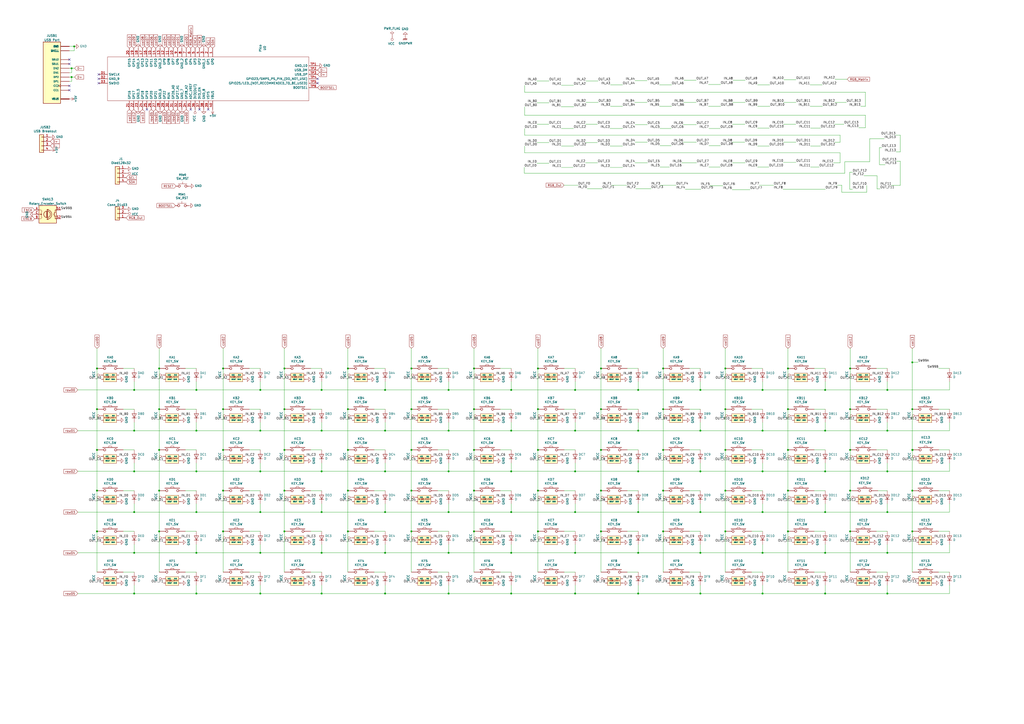
<source format=kicad_sch>
(kicad_sch (version 20211123) (generator eeschema)
  (paper "A2")
  (lib_symbols
    (symbol "KEY_SW_RGB_1" (pin_numbers hide) (pin_names (offset 1.016))
      (property "Reference" "KL" (at -3.81 2.794 0))
      (property "Value" "KEY_SW_RGB_1" (at -0.2032 -11.8364 0))
      (symbol "KEY_SW_RGB_1_0_1"
        (pin passive inverted (at -7.62 0 0) (length 5.08) (name "~") (number "1"))
        (pin passive inverted (at 7.62 0 180) (length 5.08) (name "~") (number "2"))
      )
      (symbol "KEY_SW_RGB_1_1_1"
        (text "SK6812mini" (at -0.0762 -4.953 0) (effects (font (size 0.7874 0.7874))))
        (pin power_in line (at -5.08 -3.81 0) (length 1.27) (name "VCC") (number "3"))
        (pin output line (at -5.08 -6.35 0) (length 1.27) (name "DOUT") (number "4"))
        (pin power_in line (at 5.08 -6.35 180) (length 1.27) (name "GND") (number "5"))
        (pin input line (at 5.08 -3.81 180) (length 1.27) (name "DIN") (number "6"))
      )
    )
    (symbol "KEY_SW_RGB_10" (pin_numbers hide) (pin_names (offset 1.016))
      (property "Reference" "KL" (at -3.81 2.794 0))
      (property "Value" "KEY_SW_RGB_10" (at -0.2032 -11.8364 0))
      (symbol "KEY_SW_RGB_10_0_1"
        (pin passive inverted (at -7.62 0 0) (length 5.08) (name "~") (number "1"))
        (pin passive inverted (at 7.62 0 180) (length 5.08) (name "~") (number "2"))
      )
      (symbol "KEY_SW_RGB_10_1_1"
        (text "SK6812mini" (at -0.0762 -4.953 0) (effects (font (size 0.7874 0.7874))))
        (pin power_in line (at -5.08 -3.81 0) (length 1.27) (name "VCC") (number "3"))
        (pin output line (at -5.08 -6.35 0) (length 1.27) (name "DOUT") (number "4"))
        (pin power_in line (at 5.08 -6.35 180) (length 1.27) (name "GND") (number "5"))
        (pin input line (at 5.08 -3.81 180) (length 1.27) (name "DIN") (number "6"))
      )
    )
    (symbol "KEY_SW_RGB_11" (pin_numbers hide) (pin_names (offset 1.016))
      (property "Reference" "KL" (at -3.81 2.794 0))
      (property "Value" "KEY_SW_RGB_11" (at -0.2032 -11.8364 0))
      (symbol "KEY_SW_RGB_11_0_1"
        (pin passive inverted (at -7.62 0 0) (length 5.08) (name "~") (number "1"))
        (pin passive inverted (at 7.62 0 180) (length 5.08) (name "~") (number "2"))
      )
      (symbol "KEY_SW_RGB_11_1_1"
        (text "SK6812mini" (at -0.0762 -4.953 0) (effects (font (size 0.7874 0.7874))))
        (pin power_in line (at -5.08 -3.81 0) (length 1.27) (name "VCC") (number "3"))
        (pin output line (at -5.08 -6.35 0) (length 1.27) (name "DOUT") (number "4"))
        (pin power_in line (at 5.08 -6.35 180) (length 1.27) (name "GND") (number "5"))
        (pin input line (at 5.08 -3.81 180) (length 1.27) (name "DIN") (number "6"))
      )
    )
    (symbol "KEY_SW_RGB_12" (pin_numbers hide) (pin_names (offset 1.016))
      (property "Reference" "KL" (at -3.81 2.794 0))
      (property "Value" "KEY_SW_RGB_12" (at -0.2032 -11.8364 0))
      (symbol "KEY_SW_RGB_12_0_1"
        (pin passive inverted (at -7.62 0 0) (length 5.08) (name "~") (number "1"))
        (pin passive inverted (at 7.62 0 180) (length 5.08) (name "~") (number "2"))
      )
      (symbol "KEY_SW_RGB_12_1_1"
        (text "SK6812mini" (at -0.0762 -4.953 0) (effects (font (size 0.7874 0.7874))))
        (pin power_in line (at -5.08 -3.81 0) (length 1.27) (name "VCC") (number "3"))
        (pin output line (at -5.08 -6.35 0) (length 1.27) (name "DOUT") (number "4"))
        (pin power_in line (at 5.08 -6.35 180) (length 1.27) (name "GND") (number "5"))
        (pin input line (at 5.08 -3.81 180) (length 1.27) (name "DIN") (number "6"))
      )
    )
    (symbol "KEY_SW_RGB_13" (pin_numbers hide) (pin_names (offset 1.016))
      (property "Reference" "KL" (at -3.81 2.794 0))
      (property "Value" "KEY_SW_RGB_13" (at -0.2032 -11.8364 0))
      (symbol "KEY_SW_RGB_13_0_1"
        (pin passive inverted (at -7.62 0 0) (length 5.08) (name "~") (number "1"))
        (pin passive inverted (at 7.62 0 180) (length 5.08) (name "~") (number "2"))
      )
      (symbol "KEY_SW_RGB_13_1_1"
        (text "SK6812mini" (at -0.0762 -4.953 0) (effects (font (size 0.7874 0.7874))))
        (pin power_in line (at -5.08 -3.81 0) (length 1.27) (name "VCC") (number "3"))
        (pin output line (at -5.08 -6.35 0) (length 1.27) (name "DOUT") (number "4"))
        (pin power_in line (at 5.08 -6.35 180) (length 1.27) (name "GND") (number "5"))
        (pin input line (at 5.08 -3.81 180) (length 1.27) (name "DIN") (number "6"))
      )
    )
    (symbol "KEY_SW_RGB_14" (pin_numbers hide) (pin_names (offset 1.016))
      (property "Reference" "KL" (at -3.81 2.794 0))
      (property "Value" "KEY_SW_RGB_14" (at -0.2032 -11.8364 0))
      (symbol "KEY_SW_RGB_14_0_1"
        (pin passive inverted (at -7.62 0 0) (length 5.08) (name "~") (number "1"))
        (pin passive inverted (at 7.62 0 180) (length 5.08) (name "~") (number "2"))
      )
      (symbol "KEY_SW_RGB_14_1_1"
        (text "SK6812mini" (at -0.0762 -4.953 0) (effects (font (size 0.7874 0.7874))))
        (pin power_in line (at -5.08 -3.81 0) (length 1.27) (name "VCC") (number "3"))
        (pin output line (at -5.08 -6.35 0) (length 1.27) (name "DOUT") (number "4"))
        (pin power_in line (at 5.08 -6.35 180) (length 1.27) (name "GND") (number "5"))
        (pin input line (at 5.08 -3.81 180) (length 1.27) (name "DIN") (number "6"))
      )
    )
    (symbol "KEY_SW_RGB_15" (pin_numbers hide) (pin_names (offset 1.016))
      (property "Reference" "KL" (at -3.81 2.794 0))
      (property "Value" "KEY_SW_RGB_15" (at -0.2032 -11.8364 0))
      (symbol "KEY_SW_RGB_15_0_1"
        (pin passive inverted (at -7.62 0 0) (length 5.08) (name "~") (number "1"))
        (pin passive inverted (at 7.62 0 180) (length 5.08) (name "~") (number "2"))
      )
      (symbol "KEY_SW_RGB_15_1_1"
        (text "SK6812mini" (at -0.0762 -4.953 0) (effects (font (size 0.7874 0.7874))))
        (pin power_in line (at -5.08 -3.81 0) (length 1.27) (name "VCC") (number "3"))
        (pin output line (at -5.08 -6.35 0) (length 1.27) (name "DOUT") (number "4"))
        (pin power_in line (at 5.08 -6.35 180) (length 1.27) (name "GND") (number "5"))
        (pin input line (at 5.08 -3.81 180) (length 1.27) (name "DIN") (number "6"))
      )
    )
    (symbol "KEY_SW_RGB_16" (pin_numbers hide) (pin_names (offset 1.016))
      (property "Reference" "KL" (at -3.81 2.794 0))
      (property "Value" "KEY_SW_RGB_16" (at -0.2032 -11.8364 0))
      (symbol "KEY_SW_RGB_16_0_1"
        (pin passive inverted (at -7.62 0 0) (length 5.08) (name "~") (number "1"))
        (pin passive inverted (at 7.62 0 180) (length 5.08) (name "~") (number "2"))
      )
      (symbol "KEY_SW_RGB_16_1_1"
        (text "SK6812mini" (at -0.0762 -4.953 0) (effects (font (size 0.7874 0.7874))))
        (pin power_in line (at -5.08 -3.81 0) (length 1.27) (name "VCC") (number "3"))
        (pin output line (at -5.08 -6.35 0) (length 1.27) (name "DOUT") (number "4"))
        (pin power_in line (at 5.08 -6.35 180) (length 1.27) (name "GND") (number "5"))
        (pin input line (at 5.08 -3.81 180) (length 1.27) (name "DIN") (number "6"))
      )
    )
    (symbol "KEY_SW_RGB_17" (pin_numbers hide) (pin_names (offset 1.016))
      (property "Reference" "KL" (at -3.81 2.794 0))
      (property "Value" "KEY_SW_RGB_17" (at -0.2032 -11.8364 0))
      (symbol "KEY_SW_RGB_17_0_1"
        (pin passive inverted (at -7.62 0 0) (length 5.08) (name "~") (number "1"))
        (pin passive inverted (at 7.62 0 180) (length 5.08) (name "~") (number "2"))
      )
      (symbol "KEY_SW_RGB_17_1_1"
        (text "SK6812mini" (at -0.0762 -4.953 0) (effects (font (size 0.7874 0.7874))))
        (pin power_in line (at -5.08 -3.81 0) (length 1.27) (name "VCC") (number "3"))
        (pin output line (at -5.08 -6.35 0) (length 1.27) (name "DOUT") (number "4"))
        (pin power_in line (at 5.08 -6.35 180) (length 1.27) (name "GND") (number "5"))
        (pin input line (at 5.08 -3.81 180) (length 1.27) (name "DIN") (number "6"))
      )
    )
    (symbol "KEY_SW_RGB_18" (pin_numbers hide) (pin_names (offset 1.016))
      (property "Reference" "KL" (at -3.81 2.794 0))
      (property "Value" "KEY_SW_RGB_18" (at -0.2032 -11.8364 0))
      (symbol "KEY_SW_RGB_18_0_1"
        (pin passive inverted (at -7.62 0 0) (length 5.08) (name "~") (number "1"))
        (pin passive inverted (at 7.62 0 180) (length 5.08) (name "~") (number "2"))
      )
      (symbol "KEY_SW_RGB_18_1_1"
        (text "SK6812mini" (at -0.0762 -4.953 0) (effects (font (size 0.7874 0.7874))))
        (pin power_in line (at -5.08 -3.81 0) (length 1.27) (name "VCC") (number "3"))
        (pin output line (at -5.08 -6.35 0) (length 1.27) (name "DOUT") (number "4"))
        (pin power_in line (at 5.08 -6.35 180) (length 1.27) (name "GND") (number "5"))
        (pin input line (at 5.08 -3.81 180) (length 1.27) (name "DIN") (number "6"))
      )
    )
    (symbol "KEY_SW_RGB_19" (pin_numbers hide) (pin_names (offset 1.016))
      (property "Reference" "KL" (at -3.81 2.794 0))
      (property "Value" "KEY_SW_RGB_19" (at -0.2032 -11.8364 0))
      (symbol "KEY_SW_RGB_19_0_1"
        (pin passive inverted (at -7.62 0 0) (length 5.08) (name "~") (number "1"))
        (pin passive inverted (at 7.62 0 180) (length 5.08) (name "~") (number "2"))
      )
      (symbol "KEY_SW_RGB_19_1_1"
        (text "SK6812mini" (at -0.0762 -4.953 0) (effects (font (size 0.7874 0.7874))))
        (pin power_in line (at -5.08 -3.81 0) (length 1.27) (name "VCC") (number "3"))
        (pin output line (at -5.08 -6.35 0) (length 1.27) (name "DOUT") (number "4"))
        (pin power_in line (at 5.08 -6.35 180) (length 1.27) (name "GND") (number "5"))
        (pin input line (at 5.08 -3.81 180) (length 1.27) (name "DIN") (number "6"))
      )
    )
    (symbol "KEY_SW_RGB_2" (pin_numbers hide) (pin_names (offset 1.016))
      (property "Reference" "KL" (at -3.81 2.794 0))
      (property "Value" "KEY_SW_RGB_2" (at -0.2032 -11.8364 0))
      (symbol "KEY_SW_RGB_2_0_1"
        (pin passive inverted (at -7.62 0 0) (length 5.08) (name "~") (number "1"))
        (pin passive inverted (at 7.62 0 180) (length 5.08) (name "~") (number "2"))
      )
      (symbol "KEY_SW_RGB_2_1_1"
        (text "SK6812mini" (at -0.0762 -4.953 0) (effects (font (size 0.7874 0.7874))))
        (pin power_in line (at -5.08 -3.81 0) (length 1.27) (name "VCC") (number "3"))
        (pin output line (at -5.08 -6.35 0) (length 1.27) (name "DOUT") (number "4"))
        (pin power_in line (at 5.08 -6.35 180) (length 1.27) (name "GND") (number "5"))
        (pin input line (at 5.08 -3.81 180) (length 1.27) (name "DIN") (number "6"))
      )
    )
    (symbol "KEY_SW_RGB_20" (pin_numbers hide) (pin_names (offset 1.016))
      (property "Reference" "KL" (at -3.81 2.794 0))
      (property "Value" "KEY_SW_RGB_20" (at -0.2032 -11.8364 0))
      (symbol "KEY_SW_RGB_20_0_1"
        (pin passive inverted (at -7.62 0 0) (length 5.08) (name "~") (number "1"))
        (pin passive inverted (at 7.62 0 180) (length 5.08) (name "~") (number "2"))
      )
      (symbol "KEY_SW_RGB_20_1_1"
        (text "SK6812mini" (at -0.0762 -4.953 0) (effects (font (size 0.7874 0.7874))))
        (pin power_in line (at -5.08 -3.81 0) (length 1.27) (name "VCC") (number "3"))
        (pin output line (at -5.08 -6.35 0) (length 1.27) (name "DOUT") (number "4"))
        (pin power_in line (at 5.08 -6.35 180) (length 1.27) (name "GND") (number "5"))
        (pin input line (at 5.08 -3.81 180) (length 1.27) (name "DIN") (number "6"))
      )
    )
    (symbol "KEY_SW_RGB_21" (pin_numbers hide) (pin_names (offset 1.016))
      (property "Reference" "KL" (at -3.81 2.794 0))
      (property "Value" "KEY_SW_RGB_21" (at -0.2032 -11.8364 0))
      (symbol "KEY_SW_RGB_21_0_1"
        (pin passive inverted (at -7.62 0 0) (length 5.08) (name "~") (number "1"))
        (pin passive inverted (at 7.62 0 180) (length 5.08) (name "~") (number "2"))
      )
      (symbol "KEY_SW_RGB_21_1_1"
        (text "SK6812mini" (at -0.0762 -4.953 0) (effects (font (size 0.7874 0.7874))))
        (pin power_in line (at -5.08 -3.81 0) (length 1.27) (name "VCC") (number "3"))
        (pin output line (at -5.08 -6.35 0) (length 1.27) (name "DOUT") (number "4"))
        (pin power_in line (at 5.08 -6.35 180) (length 1.27) (name "GND") (number "5"))
        (pin input line (at 5.08 -3.81 180) (length 1.27) (name "DIN") (number "6"))
      )
    )
    (symbol "KEY_SW_RGB_22" (pin_numbers hide) (pin_names (offset 1.016))
      (property "Reference" "KL" (at -3.81 2.794 0))
      (property "Value" "KEY_SW_RGB_22" (at -0.2032 -11.8364 0))
      (symbol "KEY_SW_RGB_22_0_1"
        (pin passive inverted (at -7.62 0 0) (length 5.08) (name "~") (number "1"))
        (pin passive inverted (at 7.62 0 180) (length 5.08) (name "~") (number "2"))
      )
      (symbol "KEY_SW_RGB_22_1_1"
        (text "SK6812mini" (at -0.0762 -4.953 0) (effects (font (size 0.7874 0.7874))))
        (pin power_in line (at -5.08 -3.81 0) (length 1.27) (name "VCC") (number "3"))
        (pin output line (at -5.08 -6.35 0) (length 1.27) (name "DOUT") (number "4"))
        (pin power_in line (at 5.08 -6.35 180) (length 1.27) (name "GND") (number "5"))
        (pin input line (at 5.08 -3.81 180) (length 1.27) (name "DIN") (number "6"))
      )
    )
    (symbol "KEY_SW_RGB_23" (pin_numbers hide) (pin_names (offset 1.016))
      (property "Reference" "KL" (at -3.81 2.794 0))
      (property "Value" "KEY_SW_RGB_23" (at -0.2032 -11.8364 0))
      (symbol "KEY_SW_RGB_23_0_1"
        (pin passive inverted (at -7.62 0 0) (length 5.08) (name "~") (number "1"))
        (pin passive inverted (at 7.62 0 180) (length 5.08) (name "~") (number "2"))
      )
      (symbol "KEY_SW_RGB_23_1_1"
        (text "SK6812mini" (at -0.0762 -4.953 0) (effects (font (size 0.7874 0.7874))))
        (pin power_in line (at -5.08 -3.81 0) (length 1.27) (name "VCC") (number "3"))
        (pin output line (at -5.08 -6.35 0) (length 1.27) (name "DOUT") (number "4"))
        (pin power_in line (at 5.08 -6.35 180) (length 1.27) (name "GND") (number "5"))
        (pin input line (at 5.08 -3.81 180) (length 1.27) (name "DIN") (number "6"))
      )
    )
    (symbol "KEY_SW_RGB_24" (pin_numbers hide) (pin_names (offset 1.016))
      (property "Reference" "KL" (at -3.81 2.794 0))
      (property "Value" "KEY_SW_RGB_24" (at -0.2032 -11.8364 0))
      (symbol "KEY_SW_RGB_24_0_1"
        (pin passive inverted (at -7.62 0 0) (length 5.08) (name "~") (number "1"))
        (pin passive inverted (at 7.62 0 180) (length 5.08) (name "~") (number "2"))
      )
      (symbol "KEY_SW_RGB_24_1_1"
        (text "SK6812mini" (at -0.0762 -4.953 0) (effects (font (size 0.7874 0.7874))))
        (pin power_in line (at -5.08 -3.81 0) (length 1.27) (name "VCC") (number "3"))
        (pin output line (at -5.08 -6.35 0) (length 1.27) (name "DOUT") (number "4"))
        (pin power_in line (at 5.08 -6.35 180) (length 1.27) (name "GND") (number "5"))
        (pin input line (at 5.08 -3.81 180) (length 1.27) (name "DIN") (number "6"))
      )
    )
    (symbol "KEY_SW_RGB_25" (pin_numbers hide) (pin_names (offset 1.016))
      (property "Reference" "KL" (at -3.81 2.794 0))
      (property "Value" "KEY_SW_RGB_25" (at -0.2032 -11.8364 0))
      (symbol "KEY_SW_RGB_25_0_1"
        (pin passive inverted (at -7.62 0 0) (length 5.08) (name "~") (number "1"))
        (pin passive inverted (at 7.62 0 180) (length 5.08) (name "~") (number "2"))
      )
      (symbol "KEY_SW_RGB_25_1_1"
        (text "SK6812mini" (at -0.0762 -4.953 0) (effects (font (size 0.7874 0.7874))))
        (pin power_in line (at -5.08 -3.81 0) (length 1.27) (name "VCC") (number "3"))
        (pin output line (at -5.08 -6.35 0) (length 1.27) (name "DOUT") (number "4"))
        (pin power_in line (at 5.08 -6.35 180) (length 1.27) (name "GND") (number "5"))
        (pin input line (at 5.08 -3.81 180) (length 1.27) (name "DIN") (number "6"))
      )
    )
    (symbol "KEY_SW_RGB_26" (pin_numbers hide) (pin_names (offset 1.016))
      (property "Reference" "KL" (at -3.81 2.794 0))
      (property "Value" "KEY_SW_RGB_26" (at -0.2032 -11.8364 0))
      (symbol "KEY_SW_RGB_26_0_1"
        (pin passive inverted (at -7.62 0 0) (length 5.08) (name "~") (number "1"))
        (pin passive inverted (at 7.62 0 180) (length 5.08) (name "~") (number "2"))
      )
      (symbol "KEY_SW_RGB_26_1_1"
        (text "SK6812mini" (at -0.0762 -4.953 0) (effects (font (size 0.7874 0.7874))))
        (pin power_in line (at -5.08 -3.81 0) (length 1.27) (name "VCC") (number "3"))
        (pin output line (at -5.08 -6.35 0) (length 1.27) (name "DOUT") (number "4"))
        (pin power_in line (at 5.08 -6.35 180) (length 1.27) (name "GND") (number "5"))
        (pin input line (at 5.08 -3.81 180) (length 1.27) (name "DIN") (number "6"))
      )
    )
    (symbol "KEY_SW_RGB_27" (pin_numbers hide) (pin_names (offset 1.016))
      (property "Reference" "KL" (at -3.81 2.794 0))
      (property "Value" "KEY_SW_RGB_27" (at -0.2032 -11.8364 0))
      (symbol "KEY_SW_RGB_27_0_1"
        (pin passive inverted (at -7.62 0 0) (length 5.08) (name "~") (number "1"))
        (pin passive inverted (at 7.62 0 180) (length 5.08) (name "~") (number "2"))
      )
      (symbol "KEY_SW_RGB_27_1_1"
        (text "SK6812mini" (at -0.0762 -4.953 0) (effects (font (size 0.7874 0.7874))))
        (pin power_in line (at -5.08 -3.81 0) (length 1.27) (name "VCC") (number "3"))
        (pin output line (at -5.08 -6.35 0) (length 1.27) (name "DOUT") (number "4"))
        (pin power_in line (at 5.08 -6.35 180) (length 1.27) (name "GND") (number "5"))
        (pin input line (at 5.08 -3.81 180) (length 1.27) (name "DIN") (number "6"))
      )
    )
    (symbol "KEY_SW_RGB_28" (pin_numbers hide) (pin_names (offset 1.016))
      (property "Reference" "KL" (at -3.81 2.794 0))
      (property "Value" "KEY_SW_RGB_28" (at -0.2032 -11.8364 0))
      (symbol "KEY_SW_RGB_28_0_1"
        (pin passive inverted (at -7.62 0 0) (length 5.08) (name "~") (number "1"))
        (pin passive inverted (at 7.62 0 180) (length 5.08) (name "~") (number "2"))
      )
      (symbol "KEY_SW_RGB_28_1_1"
        (text "SK6812mini" (at -0.0762 -4.953 0) (effects (font (size 0.7874 0.7874))))
        (pin power_in line (at -5.08 -3.81 0) (length 1.27) (name "VCC") (number "3"))
        (pin output line (at -5.08 -6.35 0) (length 1.27) (name "DOUT") (number "4"))
        (pin power_in line (at 5.08 -6.35 180) (length 1.27) (name "GND") (number "5"))
        (pin input line (at 5.08 -3.81 180) (length 1.27) (name "DIN") (number "6"))
      )
    )
    (symbol "KEY_SW_RGB_29" (pin_numbers hide) (pin_names (offset 1.016))
      (property "Reference" "KL" (at -3.81 2.794 0))
      (property "Value" "KEY_SW_RGB_29" (at -0.2032 -11.8364 0))
      (symbol "KEY_SW_RGB_29_0_1"
        (pin passive inverted (at -7.62 0 0) (length 5.08) (name "~") (number "1"))
        (pin passive inverted (at 7.62 0 180) (length 5.08) (name "~") (number "2"))
      )
      (symbol "KEY_SW_RGB_29_1_1"
        (text "SK6812mini" (at -0.0762 -4.953 0) (effects (font (size 0.7874 0.7874))))
        (pin power_in line (at -5.08 -3.81 0) (length 1.27) (name "VCC") (number "3"))
        (pin output line (at -5.08 -6.35 0) (length 1.27) (name "DOUT") (number "4"))
        (pin power_in line (at 5.08 -6.35 180) (length 1.27) (name "GND") (number "5"))
        (pin input line (at 5.08 -3.81 180) (length 1.27) (name "DIN") (number "6"))
      )
    )
    (symbol "KEY_SW_RGB_3" (pin_numbers hide) (pin_names (offset 1.016))
      (property "Reference" "KL" (at -3.81 2.794 0))
      (property "Value" "KEY_SW_RGB_3" (at -0.2032 -11.8364 0))
      (symbol "KEY_SW_RGB_3_0_1"
        (pin passive inverted (at -7.62 0 0) (length 5.08) (name "~") (number "1"))
        (pin passive inverted (at 7.62 0 180) (length 5.08) (name "~") (number "2"))
      )
      (symbol "KEY_SW_RGB_3_1_1"
        (text "SK6812mini" (at -0.0762 -4.953 0) (effects (font (size 0.7874 0.7874))))
        (pin power_in line (at -5.08 -3.81 0) (length 1.27) (name "VCC") (number "3"))
        (pin output line (at -5.08 -6.35 0) (length 1.27) (name "DOUT") (number "4"))
        (pin power_in line (at 5.08 -6.35 180) (length 1.27) (name "GND") (number "5"))
        (pin input line (at 5.08 -3.81 180) (length 1.27) (name "DIN") (number "6"))
      )
    )
    (symbol "KEY_SW_RGB_30" (pin_numbers hide) (pin_names (offset 1.016))
      (property "Reference" "KL" (at -3.81 2.794 0))
      (property "Value" "KEY_SW_RGB_30" (at -0.2032 -11.8364 0))
      (symbol "KEY_SW_RGB_30_0_1"
        (pin passive inverted (at -7.62 0 0) (length 5.08) (name "~") (number "1"))
        (pin passive inverted (at 7.62 0 180) (length 5.08) (name "~") (number "2"))
      )
      (symbol "KEY_SW_RGB_30_1_1"
        (text "SK6812mini" (at -0.0762 -4.953 0) (effects (font (size 0.7874 0.7874))))
        (pin power_in line (at -5.08 -3.81 0) (length 1.27) (name "VCC") (number "3"))
        (pin output line (at -5.08 -6.35 0) (length 1.27) (name "DOUT") (number "4"))
        (pin power_in line (at 5.08 -6.35 180) (length 1.27) (name "GND") (number "5"))
        (pin input line (at 5.08 -3.81 180) (length 1.27) (name "DIN") (number "6"))
      )
    )
    (symbol "KEY_SW_RGB_31" (pin_numbers hide) (pin_names (offset 1.016))
      (property "Reference" "KL" (at -3.81 2.794 0))
      (property "Value" "KEY_SW_RGB_31" (at -0.2032 -11.8364 0))
      (symbol "KEY_SW_RGB_31_0_1"
        (pin passive inverted (at -7.62 0 0) (length 5.08) (name "~") (number "1"))
        (pin passive inverted (at 7.62 0 180) (length 5.08) (name "~") (number "2"))
      )
      (symbol "KEY_SW_RGB_31_1_1"
        (text "SK6812mini" (at -0.0762 -4.953 0) (effects (font (size 0.7874 0.7874))))
        (pin power_in line (at -5.08 -3.81 0) (length 1.27) (name "VCC") (number "3"))
        (pin output line (at -5.08 -6.35 0) (length 1.27) (name "DOUT") (number "4"))
        (pin power_in line (at 5.08 -6.35 180) (length 1.27) (name "GND") (number "5"))
        (pin input line (at 5.08 -3.81 180) (length 1.27) (name "DIN") (number "6"))
      )
    )
    (symbol "KEY_SW_RGB_32" (pin_numbers hide) (pin_names (offset 1.016))
      (property "Reference" "KL" (at -3.81 2.794 0))
      (property "Value" "KEY_SW_RGB_32" (at -0.2032 -11.8364 0))
      (symbol "KEY_SW_RGB_32_0_1"
        (pin passive inverted (at -7.62 0 0) (length 5.08) (name "~") (number "1"))
        (pin passive inverted (at 7.62 0 180) (length 5.08) (name "~") (number "2"))
      )
      (symbol "KEY_SW_RGB_32_1_1"
        (text "SK6812mini" (at -0.0762 -4.953 0) (effects (font (size 0.7874 0.7874))))
        (pin power_in line (at -5.08 -3.81 0) (length 1.27) (name "VCC") (number "3"))
        (pin output line (at -5.08 -6.35 0) (length 1.27) (name "DOUT") (number "4"))
        (pin power_in line (at 5.08 -6.35 180) (length 1.27) (name "GND") (number "5"))
        (pin input line (at 5.08 -3.81 180) (length 1.27) (name "DIN") (number "6"))
      )
    )
    (symbol "KEY_SW_RGB_33" (pin_numbers hide) (pin_names (offset 1.016))
      (property "Reference" "KL" (at -3.81 2.794 0))
      (property "Value" "KEY_SW_RGB_33" (at -0.2032 -11.8364 0))
      (symbol "KEY_SW_RGB_33_0_1"
        (pin passive inverted (at -7.62 0 0) (length 5.08) (name "~") (number "1"))
        (pin passive inverted (at 7.62 0 180) (length 5.08) (name "~") (number "2"))
      )
      (symbol "KEY_SW_RGB_33_1_1"
        (text "SK6812mini" (at -0.0762 -4.953 0) (effects (font (size 0.7874 0.7874))))
        (pin power_in line (at -5.08 -3.81 0) (length 1.27) (name "VCC") (number "3"))
        (pin output line (at -5.08 -6.35 0) (length 1.27) (name "DOUT") (number "4"))
        (pin power_in line (at 5.08 -6.35 180) (length 1.27) (name "GND") (number "5"))
        (pin input line (at 5.08 -3.81 180) (length 1.27) (name "DIN") (number "6"))
      )
    )
    (symbol "KEY_SW_RGB_34" (pin_numbers hide) (pin_names (offset 1.016))
      (property "Reference" "KL" (at -3.81 2.794 0))
      (property "Value" "KEY_SW_RGB_34" (at -0.2032 -11.8364 0))
      (symbol "KEY_SW_RGB_34_0_1"
        (pin passive inverted (at -7.62 0 0) (length 5.08) (name "~") (number "1"))
        (pin passive inverted (at 7.62 0 180) (length 5.08) (name "~") (number "2"))
      )
      (symbol "KEY_SW_RGB_34_1_1"
        (text "SK6812mini" (at -0.0762 -4.953 0) (effects (font (size 0.7874 0.7874))))
        (pin power_in line (at -5.08 -3.81 0) (length 1.27) (name "VCC") (number "3"))
        (pin output line (at -5.08 -6.35 0) (length 1.27) (name "DOUT") (number "4"))
        (pin power_in line (at 5.08 -6.35 180) (length 1.27) (name "GND") (number "5"))
        (pin input line (at 5.08 -3.81 180) (length 1.27) (name "DIN") (number "6"))
      )
    )
    (symbol "KEY_SW_RGB_35" (pin_numbers hide) (pin_names (offset 1.016))
      (property "Reference" "KL" (at -3.81 2.794 0))
      (property "Value" "KEY_SW_RGB_35" (at -0.2032 -11.8364 0))
      (symbol "KEY_SW_RGB_35_0_1"
        (pin passive inverted (at -7.62 0 0) (length 5.08) (name "~") (number "1"))
        (pin passive inverted (at 7.62 0 180) (length 5.08) (name "~") (number "2"))
      )
      (symbol "KEY_SW_RGB_35_1_1"
        (text "SK6812mini" (at -0.0762 -4.953 0) (effects (font (size 0.7874 0.7874))))
        (pin power_in line (at -5.08 -3.81 0) (length 1.27) (name "VCC") (number "3"))
        (pin output line (at -5.08 -6.35 0) (length 1.27) (name "DOUT") (number "4"))
        (pin power_in line (at 5.08 -6.35 180) (length 1.27) (name "GND") (number "5"))
        (pin input line (at 5.08 -3.81 180) (length 1.27) (name "DIN") (number "6"))
      )
    )
    (symbol "KEY_SW_RGB_36" (pin_numbers hide) (pin_names (offset 1.016))
      (property "Reference" "KL" (at -3.81 2.794 0))
      (property "Value" "KEY_SW_RGB_36" (at -0.2032 -11.8364 0))
      (symbol "KEY_SW_RGB_36_0_1"
        (pin passive inverted (at -7.62 0 0) (length 5.08) (name "~") (number "1"))
        (pin passive inverted (at 7.62 0 180) (length 5.08) (name "~") (number "2"))
      )
      (symbol "KEY_SW_RGB_36_1_1"
        (text "SK6812mini" (at -0.0762 -4.953 0) (effects (font (size 0.7874 0.7874))))
        (pin power_in line (at -5.08 -3.81 0) (length 1.27) (name "VCC") (number "3"))
        (pin output line (at -5.08 -6.35 0) (length 1.27) (name "DOUT") (number "4"))
        (pin power_in line (at 5.08 -6.35 180) (length 1.27) (name "GND") (number "5"))
        (pin input line (at 5.08 -3.81 180) (length 1.27) (name "DIN") (number "6"))
      )
    )
    (symbol "KEY_SW_RGB_37" (pin_numbers hide) (pin_names (offset 1.016))
      (property "Reference" "KL" (at -3.81 2.794 0))
      (property "Value" "KEY_SW_RGB_37" (at -0.2032 -11.8364 0))
      (symbol "KEY_SW_RGB_37_0_1"
        (pin passive inverted (at -7.62 0 0) (length 5.08) (name "~") (number "1"))
        (pin passive inverted (at 7.62 0 180) (length 5.08) (name "~") (number "2"))
      )
      (symbol "KEY_SW_RGB_37_1_1"
        (text "SK6812mini" (at -0.0762 -4.953 0) (effects (font (size 0.7874 0.7874))))
        (pin power_in line (at -5.08 -3.81 0) (length 1.27) (name "VCC") (number "3"))
        (pin output line (at -5.08 -6.35 0) (length 1.27) (name "DOUT") (number "4"))
        (pin power_in line (at 5.08 -6.35 180) (length 1.27) (name "GND") (number "5"))
        (pin input line (at 5.08 -3.81 180) (length 1.27) (name "DIN") (number "6"))
      )
    )
    (symbol "KEY_SW_RGB_38" (pin_numbers hide) (pin_names (offset 1.016))
      (property "Reference" "KL" (at -3.81 2.794 0))
      (property "Value" "KEY_SW_RGB_38" (at -0.2032 -11.8364 0))
      (symbol "KEY_SW_RGB_38_0_1"
        (pin passive inverted (at -7.62 0 0) (length 5.08) (name "~") (number "1"))
        (pin passive inverted (at 7.62 0 180) (length 5.08) (name "~") (number "2"))
      )
      (symbol "KEY_SW_RGB_38_1_1"
        (text "SK6812mini" (at -0.0762 -4.953 0) (effects (font (size 0.7874 0.7874))))
        (pin power_in line (at -5.08 -3.81 0) (length 1.27) (name "VCC") (number "3"))
        (pin output line (at -5.08 -6.35 0) (length 1.27) (name "DOUT") (number "4"))
        (pin power_in line (at 5.08 -6.35 180) (length 1.27) (name "GND") (number "5"))
        (pin input line (at 5.08 -3.81 180) (length 1.27) (name "DIN") (number "6"))
      )
    )
    (symbol "KEY_SW_RGB_39" (pin_numbers hide) (pin_names (offset 1.016))
      (property "Reference" "KL" (at -3.81 2.794 0))
      (property "Value" "KEY_SW_RGB_39" (at -0.2032 -11.8364 0))
      (symbol "KEY_SW_RGB_39_0_1"
        (pin passive inverted (at -7.62 0 0) (length 5.08) (name "~") (number "1"))
        (pin passive inverted (at 7.62 0 180) (length 5.08) (name "~") (number "2"))
      )
      (symbol "KEY_SW_RGB_39_1_1"
        (text "SK6812mini" (at -0.0762 -4.953 0) (effects (font (size 0.7874 0.7874))))
        (pin power_in line (at -5.08 -3.81 0) (length 1.27) (name "VCC") (number "3"))
        (pin output line (at -5.08 -6.35 0) (length 1.27) (name "DOUT") (number "4"))
        (pin power_in line (at 5.08 -6.35 180) (length 1.27) (name "GND") (number "5"))
        (pin input line (at 5.08 -3.81 180) (length 1.27) (name "DIN") (number "6"))
      )
    )
    (symbol "KEY_SW_RGB_4" (pin_numbers hide) (pin_names (offset 1.016))
      (property "Reference" "KL" (at -3.81 2.794 0))
      (property "Value" "KEY_SW_RGB_4" (at -0.2032 -11.8364 0))
      (symbol "KEY_SW_RGB_4_0_1"
        (pin passive inverted (at -7.62 0 0) (length 5.08) (name "~") (number "1"))
        (pin passive inverted (at 7.62 0 180) (length 5.08) (name "~") (number "2"))
      )
      (symbol "KEY_SW_RGB_4_1_1"
        (text "SK6812mini" (at -0.0762 -4.953 0) (effects (font (size 0.7874 0.7874))))
        (pin power_in line (at -5.08 -3.81 0) (length 1.27) (name "VCC") (number "3"))
        (pin output line (at -5.08 -6.35 0) (length 1.27) (name "DOUT") (number "4"))
        (pin power_in line (at 5.08 -6.35 180) (length 1.27) (name "GND") (number "5"))
        (pin input line (at 5.08 -3.81 180) (length 1.27) (name "DIN") (number "6"))
      )
    )
    (symbol "KEY_SW_RGB_40" (pin_numbers hide) (pin_names (offset 1.016))
      (property "Reference" "KL" (at -3.81 2.794 0))
      (property "Value" "KEY_SW_RGB_40" (at -0.2032 -11.8364 0))
      (symbol "KEY_SW_RGB_40_0_1"
        (pin passive inverted (at -7.62 0 0) (length 5.08) (name "~") (number "1"))
        (pin passive inverted (at 7.62 0 180) (length 5.08) (name "~") (number "2"))
      )
      (symbol "KEY_SW_RGB_40_1_1"
        (text "SK6812mini" (at -0.0762 -4.953 0) (effects (font (size 0.7874 0.7874))))
        (pin power_in line (at -5.08 -3.81 0) (length 1.27) (name "VCC") (number "3"))
        (pin output line (at -5.08 -6.35 0) (length 1.27) (name "DOUT") (number "4"))
        (pin power_in line (at 5.08 -6.35 180) (length 1.27) (name "GND") (number "5"))
        (pin input line (at 5.08 -3.81 180) (length 1.27) (name "DIN") (number "6"))
      )
    )
    (symbol "KEY_SW_RGB_41" (pin_numbers hide) (pin_names (offset 1.016))
      (property "Reference" "KL" (at -3.81 2.794 0))
      (property "Value" "KEY_SW_RGB_41" (at -0.2032 -11.8364 0))
      (symbol "KEY_SW_RGB_41_0_1"
        (pin passive inverted (at -7.62 0 0) (length 5.08) (name "~") (number "1"))
        (pin passive inverted (at 7.62 0 180) (length 5.08) (name "~") (number "2"))
      )
      (symbol "KEY_SW_RGB_41_1_1"
        (text "SK6812mini" (at -0.0762 -4.953 0) (effects (font (size 0.7874 0.7874))))
        (pin power_in line (at -5.08 -3.81 0) (length 1.27) (name "VCC") (number "3"))
        (pin output line (at -5.08 -6.35 0) (length 1.27) (name "DOUT") (number "4"))
        (pin power_in line (at 5.08 -6.35 180) (length 1.27) (name "GND") (number "5"))
        (pin input line (at 5.08 -3.81 180) (length 1.27) (name "DIN") (number "6"))
      )
    )
    (symbol "KEY_SW_RGB_42" (pin_numbers hide) (pin_names (offset 1.016))
      (property "Reference" "KL" (at -3.81 2.794 0))
      (property "Value" "KEY_SW_RGB_42" (at -0.2032 -11.8364 0))
      (symbol "KEY_SW_RGB_42_0_1"
        (pin passive inverted (at -7.62 0 0) (length 5.08) (name "~") (number "1"))
        (pin passive inverted (at 7.62 0 180) (length 5.08) (name "~") (number "2"))
      )
      (symbol "KEY_SW_RGB_42_1_1"
        (text "SK6812mini" (at -0.0762 -4.953 0) (effects (font (size 0.7874 0.7874))))
        (pin power_in line (at -5.08 -3.81 0) (length 1.27) (name "VCC") (number "3"))
        (pin output line (at -5.08 -6.35 0) (length 1.27) (name "DOUT") (number "4"))
        (pin power_in line (at 5.08 -6.35 180) (length 1.27) (name "GND") (number "5"))
        (pin input line (at 5.08 -3.81 180) (length 1.27) (name "DIN") (number "6"))
      )
    )
    (symbol "KEY_SW_RGB_43" (pin_numbers hide) (pin_names (offset 1.016))
      (property "Reference" "KL" (at -3.81 2.794 0))
      (property "Value" "KEY_SW_RGB_43" (at -0.2032 -11.8364 0))
      (symbol "KEY_SW_RGB_43_0_1"
        (pin passive inverted (at -7.62 0 0) (length 5.08) (name "~") (number "1"))
        (pin passive inverted (at 7.62 0 180) (length 5.08) (name "~") (number "2"))
      )
      (symbol "KEY_SW_RGB_43_1_1"
        (text "SK6812mini" (at -0.0762 -4.953 0) (effects (font (size 0.7874 0.7874))))
        (pin power_in line (at -5.08 -3.81 0) (length 1.27) (name "VCC") (number "3"))
        (pin output line (at -5.08 -6.35 0) (length 1.27) (name "DOUT") (number "4"))
        (pin power_in line (at 5.08 -6.35 180) (length 1.27) (name "GND") (number "5"))
        (pin input line (at 5.08 -3.81 180) (length 1.27) (name "DIN") (number "6"))
      )
    )
    (symbol "KEY_SW_RGB_44" (pin_numbers hide) (pin_names (offset 1.016))
      (property "Reference" "KL" (at -3.81 2.794 0))
      (property "Value" "KEY_SW_RGB_44" (at -0.2032 -11.8364 0))
      (symbol "KEY_SW_RGB_44_0_1"
        (pin passive inverted (at -7.62 0 0) (length 5.08) (name "~") (number "1"))
        (pin passive inverted (at 7.62 0 180) (length 5.08) (name "~") (number "2"))
      )
      (symbol "KEY_SW_RGB_44_1_1"
        (text "SK6812mini" (at -0.0762 -4.953 0) (effects (font (size 0.7874 0.7874))))
        (pin power_in line (at -5.08 -3.81 0) (length 1.27) (name "VCC") (number "3"))
        (pin output line (at -5.08 -6.35 0) (length 1.27) (name "DOUT") (number "4"))
        (pin power_in line (at 5.08 -6.35 180) (length 1.27) (name "GND") (number "5"))
        (pin input line (at 5.08 -3.81 180) (length 1.27) (name "DIN") (number "6"))
      )
    )
    (symbol "KEY_SW_RGB_45" (pin_numbers hide) (pin_names (offset 1.016))
      (property "Reference" "KL" (at -3.81 2.794 0))
      (property "Value" "KEY_SW_RGB_45" (at -0.2032 -11.8364 0))
      (symbol "KEY_SW_RGB_45_0_1"
        (pin passive inverted (at -7.62 0 0) (length 5.08) (name "~") (number "1"))
        (pin passive inverted (at 7.62 0 180) (length 5.08) (name "~") (number "2"))
      )
      (symbol "KEY_SW_RGB_45_1_1"
        (text "SK6812mini" (at -0.0762 -4.953 0) (effects (font (size 0.7874 0.7874))))
        (pin power_in line (at -5.08 -3.81 0) (length 1.27) (name "VCC") (number "3"))
        (pin output line (at -5.08 -6.35 0) (length 1.27) (name "DOUT") (number "4"))
        (pin power_in line (at 5.08 -6.35 180) (length 1.27) (name "GND") (number "5"))
        (pin input line (at 5.08 -3.81 180) (length 1.27) (name "DIN") (number "6"))
      )
    )
    (symbol "KEY_SW_RGB_46" (pin_numbers hide) (pin_names (offset 1.016))
      (property "Reference" "KL" (at -3.81 2.794 0))
      (property "Value" "KEY_SW_RGB_46" (at -0.2032 -11.8364 0))
      (symbol "KEY_SW_RGB_46_0_1"
        (pin passive inverted (at -7.62 0 0) (length 5.08) (name "~") (number "1"))
        (pin passive inverted (at 7.62 0 180) (length 5.08) (name "~") (number "2"))
      )
      (symbol "KEY_SW_RGB_46_1_1"
        (text "SK6812mini" (at -0.0762 -4.953 0) (effects (font (size 0.7874 0.7874))))
        (pin power_in line (at -5.08 -3.81 0) (length 1.27) (name "VCC") (number "3"))
        (pin output line (at -5.08 -6.35 0) (length 1.27) (name "DOUT") (number "4"))
        (pin power_in line (at 5.08 -6.35 180) (length 1.27) (name "GND") (number "5"))
        (pin input line (at 5.08 -3.81 180) (length 1.27) (name "DIN") (number "6"))
      )
    )
    (symbol "KEY_SW_RGB_47" (pin_numbers hide) (pin_names (offset 1.016))
      (property "Reference" "KL" (at -3.81 2.794 0))
      (property "Value" "KEY_SW_RGB_47" (at -0.2032 -11.8364 0))
      (symbol "KEY_SW_RGB_47_0_1"
        (pin passive inverted (at -7.62 0 0) (length 5.08) (name "~") (number "1"))
        (pin passive inverted (at 7.62 0 180) (length 5.08) (name "~") (number "2"))
      )
      (symbol "KEY_SW_RGB_47_1_1"
        (text "SK6812mini" (at -0.0762 -4.953 0) (effects (font (size 0.7874 0.7874))))
        (pin power_in line (at -5.08 -3.81 0) (length 1.27) (name "VCC") (number "3"))
        (pin output line (at -5.08 -6.35 0) (length 1.27) (name "DOUT") (number "4"))
        (pin power_in line (at 5.08 -6.35 180) (length 1.27) (name "GND") (number "5"))
        (pin input line (at 5.08 -3.81 180) (length 1.27) (name "DIN") (number "6"))
      )
    )
    (symbol "KEY_SW_RGB_48" (pin_numbers hide) (pin_names (offset 1.016))
      (property "Reference" "KL" (at -3.81 2.794 0))
      (property "Value" "KEY_SW_RGB_48" (at -0.2032 -11.8364 0))
      (symbol "KEY_SW_RGB_48_0_1"
        (pin passive inverted (at -7.62 0 0) (length 5.08) (name "~") (number "1"))
        (pin passive inverted (at 7.62 0 180) (length 5.08) (name "~") (number "2"))
      )
      (symbol "KEY_SW_RGB_48_1_1"
        (text "SK6812mini" (at -0.0762 -4.953 0) (effects (font (size 0.7874 0.7874))))
        (pin power_in line (at -5.08 -3.81 0) (length 1.27) (name "VCC") (number "3"))
        (pin output line (at -5.08 -6.35 0) (length 1.27) (name "DOUT") (number "4"))
        (pin power_in line (at 5.08 -6.35 180) (length 1.27) (name "GND") (number "5"))
        (pin input line (at 5.08 -3.81 180) (length 1.27) (name "DIN") (number "6"))
      )
    )
    (symbol "KEY_SW_RGB_49" (pin_numbers hide) (pin_names (offset 1.016))
      (property "Reference" "KL" (at -3.81 2.794 0))
      (property "Value" "KEY_SW_RGB_49" (at -0.2032 -11.8364 0))
      (symbol "KEY_SW_RGB_49_0_1"
        (pin passive inverted (at -7.62 0 0) (length 5.08) (name "~") (number "1"))
        (pin passive inverted (at 7.62 0 180) (length 5.08) (name "~") (number "2"))
      )
      (symbol "KEY_SW_RGB_49_1_1"
        (text "SK6812mini" (at -0.0762 -4.953 0) (effects (font (size 0.7874 0.7874))))
        (pin power_in line (at -5.08 -3.81 0) (length 1.27) (name "VCC") (number "3"))
        (pin output line (at -5.08 -6.35 0) (length 1.27) (name "DOUT") (number "4"))
        (pin power_in line (at 5.08 -6.35 180) (length 1.27) (name "GND") (number "5"))
        (pin input line (at 5.08 -3.81 180) (length 1.27) (name "DIN") (number "6"))
      )
    )
    (symbol "KEY_SW_RGB_5" (pin_numbers hide) (pin_names (offset 1.016))
      (property "Reference" "KL" (at -3.81 2.794 0))
      (property "Value" "KEY_SW_RGB_5" (at -0.2032 -11.8364 0))
      (symbol "KEY_SW_RGB_5_0_1"
        (pin passive inverted (at -7.62 0 0) (length 5.08) (name "~") (number "1"))
        (pin passive inverted (at 7.62 0 180) (length 5.08) (name "~") (number "2"))
      )
      (symbol "KEY_SW_RGB_5_1_1"
        (text "SK6812mini" (at -0.0762 -4.953 0) (effects (font (size 0.7874 0.7874))))
        (pin power_in line (at -5.08 -3.81 0) (length 1.27) (name "VCC") (number "3"))
        (pin output line (at -5.08 -6.35 0) (length 1.27) (name "DOUT") (number "4"))
        (pin power_in line (at 5.08 -6.35 180) (length 1.27) (name "GND") (number "5"))
        (pin input line (at 5.08 -3.81 180) (length 1.27) (name "DIN") (number "6"))
      )
    )
    (symbol "KEY_SW_RGB_50" (pin_numbers hide) (pin_names (offset 1.016))
      (property "Reference" "KL" (at -3.81 2.794 0))
      (property "Value" "KEY_SW_RGB_50" (at -0.2032 -11.8364 0))
      (symbol "KEY_SW_RGB_50_0_1"
        (pin passive inverted (at -7.62 0 0) (length 5.08) (name "~") (number "1"))
        (pin passive inverted (at 7.62 0 180) (length 5.08) (name "~") (number "2"))
      )
      (symbol "KEY_SW_RGB_50_1_1"
        (text "SK6812mini" (at -0.0762 -4.953 0) (effects (font (size 0.7874 0.7874))))
        (pin power_in line (at -5.08 -3.81 0) (length 1.27) (name "VCC") (number "3"))
        (pin output line (at -5.08 -6.35 0) (length 1.27) (name "DOUT") (number "4"))
        (pin power_in line (at 5.08 -6.35 180) (length 1.27) (name "GND") (number "5"))
        (pin input line (at 5.08 -3.81 180) (length 1.27) (name "DIN") (number "6"))
      )
    )
    (symbol "KEY_SW_RGB_51" (pin_numbers hide) (pin_names (offset 1.016))
      (property "Reference" "KL" (at -3.81 2.794 0))
      (property "Value" "KEY_SW_RGB_51" (at -0.2032 -11.8364 0))
      (symbol "KEY_SW_RGB_51_0_1"
        (pin passive inverted (at -7.62 0 0) (length 5.08) (name "~") (number "1"))
        (pin passive inverted (at 7.62 0 180) (length 5.08) (name "~") (number "2"))
      )
      (symbol "KEY_SW_RGB_51_1_1"
        (text "SK6812mini" (at -0.0762 -4.953 0) (effects (font (size 0.7874 0.7874))))
        (pin power_in line (at -5.08 -3.81 0) (length 1.27) (name "VCC") (number "3"))
        (pin output line (at -5.08 -6.35 0) (length 1.27) (name "DOUT") (number "4"))
        (pin power_in line (at 5.08 -6.35 180) (length 1.27) (name "GND") (number "5"))
        (pin input line (at 5.08 -3.81 180) (length 1.27) (name "DIN") (number "6"))
      )
    )
    (symbol "KEY_SW_RGB_52" (pin_numbers hide) (pin_names (offset 1.016))
      (property "Reference" "KL" (at -3.81 2.794 0))
      (property "Value" "KEY_SW_RGB_52" (at -0.2032 -11.8364 0))
      (symbol "KEY_SW_RGB_52_0_1"
        (pin passive inverted (at -7.62 0 0) (length 5.08) (name "~") (number "1"))
        (pin passive inverted (at 7.62 0 180) (length 5.08) (name "~") (number "2"))
      )
      (symbol "KEY_SW_RGB_52_1_1"
        (text "SK6812mini" (at -0.0762 -4.953 0) (effects (font (size 0.7874 0.7874))))
        (pin power_in line (at -5.08 -3.81 0) (length 1.27) (name "VCC") (number "3"))
        (pin output line (at -5.08 -6.35 0) (length 1.27) (name "DOUT") (number "4"))
        (pin power_in line (at 5.08 -6.35 180) (length 1.27) (name "GND") (number "5"))
        (pin input line (at 5.08 -3.81 180) (length 1.27) (name "DIN") (number "6"))
      )
    )
    (symbol "KEY_SW_RGB_53" (pin_numbers hide) (pin_names (offset 1.016))
      (property "Reference" "KL" (at -3.81 2.794 0))
      (property "Value" "KEY_SW_RGB_53" (at -0.2032 -11.8364 0))
      (symbol "KEY_SW_RGB_53_0_1"
        (pin passive inverted (at -7.62 0 0) (length 5.08) (name "~") (number "1"))
        (pin passive inverted (at 7.62 0 180) (length 5.08) (name "~") (number "2"))
      )
      (symbol "KEY_SW_RGB_53_1_1"
        (text "SK6812mini" (at -0.0762 -4.953 0) (effects (font (size 0.7874 0.7874))))
        (pin power_in line (at -5.08 -3.81 0) (length 1.27) (name "VCC") (number "3"))
        (pin output line (at -5.08 -6.35 0) (length 1.27) (name "DOUT") (number "4"))
        (pin power_in line (at 5.08 -6.35 180) (length 1.27) (name "GND") (number "5"))
        (pin input line (at 5.08 -3.81 180) (length 1.27) (name "DIN") (number "6"))
      )
    )
    (symbol "KEY_SW_RGB_54" (pin_numbers hide) (pin_names (offset 1.016))
      (property "Reference" "KL" (at -3.81 2.794 0))
      (property "Value" "KEY_SW_RGB_54" (at -0.2032 -11.8364 0))
      (symbol "KEY_SW_RGB_54_0_1"
        (pin passive inverted (at -7.62 0 0) (length 5.08) (name "~") (number "1"))
        (pin passive inverted (at 7.62 0 180) (length 5.08) (name "~") (number "2"))
      )
      (symbol "KEY_SW_RGB_54_1_1"
        (text "SK6812mini" (at -0.0762 -4.953 0) (effects (font (size 0.7874 0.7874))))
        (pin power_in line (at -5.08 -3.81 0) (length 1.27) (name "VCC") (number "3"))
        (pin output line (at -5.08 -6.35 0) (length 1.27) (name "DOUT") (number "4"))
        (pin power_in line (at 5.08 -6.35 180) (length 1.27) (name "GND") (number "5"))
        (pin input line (at 5.08 -3.81 180) (length 1.27) (name "DIN") (number "6"))
      )
    )
    (symbol "KEY_SW_RGB_55" (pin_numbers hide) (pin_names (offset 1.016))
      (property "Reference" "KL" (at -3.81 2.794 0))
      (property "Value" "KEY_SW_RGB_55" (at -0.2032 -11.8364 0))
      (symbol "KEY_SW_RGB_55_0_1"
        (pin passive inverted (at -7.62 0 0) (length 5.08) (name "~") (number "1"))
        (pin passive inverted (at 7.62 0 180) (length 5.08) (name "~") (number "2"))
      )
      (symbol "KEY_SW_RGB_55_1_1"
        (text "SK6812mini" (at -0.0762 -4.953 0) (effects (font (size 0.7874 0.7874))))
        (pin power_in line (at -5.08 -3.81 0) (length 1.27) (name "VCC") (number "3"))
        (pin output line (at -5.08 -6.35 0) (length 1.27) (name "DOUT") (number "4"))
        (pin power_in line (at 5.08 -6.35 180) (length 1.27) (name "GND") (number "5"))
        (pin input line (at 5.08 -3.81 180) (length 1.27) (name "DIN") (number "6"))
      )
    )
    (symbol "KEY_SW_RGB_56" (pin_numbers hide) (pin_names (offset 1.016))
      (property "Reference" "KL" (at -3.81 2.794 0))
      (property "Value" "KEY_SW_RGB_56" (at -0.2032 -11.8364 0))
      (symbol "KEY_SW_RGB_56_0_1"
        (pin passive inverted (at -7.62 0 0) (length 5.08) (name "~") (number "1"))
        (pin passive inverted (at 7.62 0 180) (length 5.08) (name "~") (number "2"))
      )
      (symbol "KEY_SW_RGB_56_1_1"
        (text "SK6812mini" (at -0.0762 -4.953 0) (effects (font (size 0.7874 0.7874))))
        (pin power_in line (at -5.08 -3.81 0) (length 1.27) (name "VCC") (number "3"))
        (pin output line (at -5.08 -6.35 0) (length 1.27) (name "DOUT") (number "4"))
        (pin power_in line (at 5.08 -6.35 180) (length 1.27) (name "GND") (number "5"))
        (pin input line (at 5.08 -3.81 180) (length 1.27) (name "DIN") (number "6"))
      )
    )
    (symbol "KEY_SW_RGB_57" (pin_numbers hide) (pin_names (offset 1.016))
      (property "Reference" "KL" (at -3.81 2.794 0))
      (property "Value" "KEY_SW_RGB_57" (at -0.2032 -11.8364 0))
      (symbol "KEY_SW_RGB_57_0_1"
        (pin passive inverted (at -7.62 0 0) (length 5.08) (name "~") (number "1"))
        (pin passive inverted (at 7.62 0 180) (length 5.08) (name "~") (number "2"))
      )
      (symbol "KEY_SW_RGB_57_1_1"
        (text "SK6812mini" (at -0.0762 -4.953 0) (effects (font (size 0.7874 0.7874))))
        (pin power_in line (at -5.08 -3.81 0) (length 1.27) (name "VCC") (number "3"))
        (pin output line (at -5.08 -6.35 0) (length 1.27) (name "DOUT") (number "4"))
        (pin power_in line (at 5.08 -6.35 180) (length 1.27) (name "GND") (number "5"))
        (pin input line (at 5.08 -3.81 180) (length 1.27) (name "DIN") (number "6"))
      )
    )
    (symbol "KEY_SW_RGB_59" (pin_numbers hide) (pin_names (offset 1.016))
      (property "Reference" "KL" (at -3.81 2.794 0))
      (property "Value" "KEY_SW_RGB_59" (at -0.2032 -11.8364 0))
      (symbol "KEY_SW_RGB_59_0_1"
        (pin passive inverted (at -7.62 0 0) (length 5.08) (name "~") (number "1"))
        (pin passive inverted (at 7.62 0 180) (length 5.08) (name "~") (number "2"))
      )
      (symbol "KEY_SW_RGB_59_1_1"
        (text "SK6812mini" (at -0.0762 -4.953 0) (effects (font (size 0.7874 0.7874))))
        (pin power_in line (at -5.08 -3.81 0) (length 1.27) (name "VCC") (number "3"))
        (pin output line (at -5.08 -6.35 0) (length 1.27) (name "DOUT") (number "4"))
        (pin power_in line (at 5.08 -6.35 180) (length 1.27) (name "GND") (number "5"))
        (pin input line (at 5.08 -3.81 180) (length 1.27) (name "DIN") (number "6"))
      )
    )
    (symbol "KEY_SW_RGB_6" (pin_numbers hide) (pin_names (offset 1.016))
      (property "Reference" "KL" (at -3.81 2.794 0))
      (property "Value" "KEY_SW_RGB_6" (at -0.2032 -11.8364 0))
      (symbol "KEY_SW_RGB_6_0_1"
        (pin passive inverted (at -7.62 0 0) (length 5.08) (name "~") (number "1"))
        (pin passive inverted (at 7.62 0 180) (length 5.08) (name "~") (number "2"))
      )
      (symbol "KEY_SW_RGB_6_1_1"
        (text "SK6812mini" (at -0.0762 -4.953 0) (effects (font (size 0.7874 0.7874))))
        (pin power_in line (at -5.08 -3.81 0) (length 1.27) (name "VCC") (number "3"))
        (pin output line (at -5.08 -6.35 0) (length 1.27) (name "DOUT") (number "4"))
        (pin power_in line (at 5.08 -6.35 180) (length 1.27) (name "GND") (number "5"))
        (pin input line (at 5.08 -3.81 180) (length 1.27) (name "DIN") (number "6"))
      )
    )
    (symbol "KEY_SW_RGB_60" (pin_numbers hide) (pin_names (offset 1.016))
      (property "Reference" "KL" (at -3.81 2.794 0))
      (property "Value" "KEY_SW_RGB_60" (at -0.2032 -11.8364 0))
      (symbol "KEY_SW_RGB_60_0_1"
        (pin passive inverted (at -7.62 0 0) (length 5.08) (name "~") (number "1"))
        (pin passive inverted (at 7.62 0 180) (length 5.08) (name "~") (number "2"))
      )
      (symbol "KEY_SW_RGB_60_1_1"
        (text "SK6812mini" (at -0.0762 -4.953 0) (effects (font (size 0.7874 0.7874))))
        (pin power_in line (at -5.08 -3.81 0) (length 1.27) (name "VCC") (number "3"))
        (pin output line (at -5.08 -6.35 0) (length 1.27) (name "DOUT") (number "4"))
        (pin power_in line (at 5.08 -6.35 180) (length 1.27) (name "GND") (number "5"))
        (pin input line (at 5.08 -3.81 180) (length 1.27) (name "DIN") (number "6"))
      )
    )
    (symbol "KEY_SW_RGB_61" (pin_numbers hide) (pin_names (offset 1.016))
      (property "Reference" "KL" (at -3.81 2.794 0))
      (property "Value" "KEY_SW_RGB_61" (at -0.2032 -11.8364 0))
      (symbol "KEY_SW_RGB_61_0_1"
        (pin passive inverted (at -7.62 0 0) (length 5.08) (name "~") (number "1"))
        (pin passive inverted (at 7.62 0 180) (length 5.08) (name "~") (number "2"))
      )
      (symbol "KEY_SW_RGB_61_1_1"
        (text "SK6812mini" (at -0.0762 -4.953 0) (effects (font (size 0.7874 0.7874))))
        (pin power_in line (at -5.08 -3.81 0) (length 1.27) (name "VCC") (number "3"))
        (pin output line (at -5.08 -6.35 0) (length 1.27) (name "DOUT") (number "4"))
        (pin power_in line (at 5.08 -6.35 180) (length 1.27) (name "GND") (number "5"))
        (pin input line (at 5.08 -3.81 180) (length 1.27) (name "DIN") (number "6"))
      )
    )
    (symbol "KEY_SW_RGB_62" (pin_numbers hide) (pin_names (offset 1.016))
      (property "Reference" "KL" (at -3.81 2.794 0))
      (property "Value" "KEY_SW_RGB_62" (at -0.2032 -11.8364 0))
      (symbol "KEY_SW_RGB_62_0_1"
        (pin passive inverted (at -7.62 0 0) (length 5.08) (name "~") (number "1"))
        (pin passive inverted (at 7.62 0 180) (length 5.08) (name "~") (number "2"))
      )
      (symbol "KEY_SW_RGB_62_1_1"
        (text "SK6812mini" (at -0.0762 -4.953 0) (effects (font (size 0.7874 0.7874))))
        (pin power_in line (at -5.08 -3.81 0) (length 1.27) (name "VCC") (number "3"))
        (pin output line (at -5.08 -6.35 0) (length 1.27) (name "DOUT") (number "4"))
        (pin power_in line (at 5.08 -6.35 180) (length 1.27) (name "GND") (number "5"))
        (pin input line (at 5.08 -3.81 180) (length 1.27) (name "DIN") (number "6"))
      )
    )
    (symbol "KEY_SW_RGB_63" (pin_numbers hide) (pin_names (offset 1.016))
      (property "Reference" "KL" (at -3.81 2.794 0))
      (property "Value" "KEY_SW_RGB_63" (at -0.2032 -11.8364 0))
      (symbol "KEY_SW_RGB_63_0_1"
        (pin passive inverted (at -7.62 0 0) (length 5.08) (name "~") (number "1"))
        (pin passive inverted (at 7.62 0 180) (length 5.08) (name "~") (number "2"))
      )
      (symbol "KEY_SW_RGB_63_1_1"
        (text "SK6812mini" (at -0.0762 -4.953 0) (effects (font (size 0.7874 0.7874))))
        (pin power_in line (at -5.08 -3.81 0) (length 1.27) (name "VCC") (number "3"))
        (pin output line (at -5.08 -6.35 0) (length 1.27) (name "DOUT") (number "4"))
        (pin power_in line (at 5.08 -6.35 180) (length 1.27) (name "GND") (number "5"))
        (pin input line (at 5.08 -3.81 180) (length 1.27) (name "DIN") (number "6"))
      )
    )
    (symbol "KEY_SW_RGB_64" (pin_numbers hide) (pin_names (offset 1.016))
      (property "Reference" "KL" (at -3.81 2.794 0))
      (property "Value" "KEY_SW_RGB_64" (at -0.2032 -11.8364 0))
      (symbol "KEY_SW_RGB_64_0_1"
        (pin passive inverted (at -7.62 0 0) (length 5.08) (name "~") (number "1"))
        (pin passive inverted (at 7.62 0 180) (length 5.08) (name "~") (number "2"))
      )
      (symbol "KEY_SW_RGB_64_1_1"
        (text "SK6812mini" (at -0.0762 -4.953 0) (effects (font (size 0.7874 0.7874))))
        (pin power_in line (at -5.08 -3.81 0) (length 1.27) (name "VCC") (number "3"))
        (pin output line (at -5.08 -6.35 0) (length 1.27) (name "DOUT") (number "4"))
        (pin power_in line (at 5.08 -6.35 180) (length 1.27) (name "GND") (number "5"))
        (pin input line (at 5.08 -3.81 180) (length 1.27) (name "DIN") (number "6"))
      )
    )
    (symbol "KEY_SW_RGB_65" (pin_numbers hide) (pin_names (offset 1.016))
      (property "Reference" "KL" (at -3.81 2.794 0))
      (property "Value" "KEY_SW_RGB_65" (at -0.2032 -11.8364 0))
      (symbol "KEY_SW_RGB_65_0_1"
        (pin passive inverted (at -7.62 0 0) (length 5.08) (name "~") (number "1"))
        (pin passive inverted (at 7.62 0 180) (length 5.08) (name "~") (number "2"))
      )
      (symbol "KEY_SW_RGB_65_1_1"
        (text "SK6812mini" (at -0.0762 -4.953 0) (effects (font (size 0.7874 0.7874))))
        (pin power_in line (at -5.08 -3.81 0) (length 1.27) (name "VCC") (number "3"))
        (pin output line (at -5.08 -6.35 0) (length 1.27) (name "DOUT") (number "4"))
        (pin power_in line (at 5.08 -6.35 180) (length 1.27) (name "GND") (number "5"))
        (pin input line (at 5.08 -3.81 180) (length 1.27) (name "DIN") (number "6"))
      )
    )
    (symbol "KEY_SW_RGB_66" (pin_numbers hide) (pin_names (offset 1.016))
      (property "Reference" "KL" (at -3.81 2.794 0))
      (property "Value" "KEY_SW_RGB_66" (at -0.2032 -11.8364 0))
      (symbol "KEY_SW_RGB_66_0_1"
        (pin passive inverted (at -7.62 0 0) (length 5.08) (name "~") (number "1"))
        (pin passive inverted (at 7.62 0 180) (length 5.08) (name "~") (number "2"))
      )
      (symbol "KEY_SW_RGB_66_1_1"
        (text "SK6812mini" (at -0.0762 -4.953 0) (effects (font (size 0.7874 0.7874))))
        (pin power_in line (at -5.08 -3.81 0) (length 1.27) (name "VCC") (number "3"))
        (pin output line (at -5.08 -6.35 0) (length 1.27) (name "DOUT") (number "4"))
        (pin power_in line (at 5.08 -6.35 180) (length 1.27) (name "GND") (number "5"))
        (pin input line (at 5.08 -3.81 180) (length 1.27) (name "DIN") (number "6"))
      )
    )
    (symbol "KEY_SW_RGB_67" (pin_numbers hide) (pin_names (offset 1.016))
      (property "Reference" "KL" (at -3.81 2.794 0))
      (property "Value" "KEY_SW_RGB_67" (at -0.2032 -11.8364 0))
      (symbol "KEY_SW_RGB_67_0_1"
        (pin passive inverted (at -7.62 0 0) (length 5.08) (name "~") (number "1"))
        (pin passive inverted (at 7.62 0 180) (length 5.08) (name "~") (number "2"))
      )
      (symbol "KEY_SW_RGB_67_1_1"
        (text "SK6812mini" (at -0.0762 -4.953 0) (effects (font (size 0.7874 0.7874))))
        (pin power_in line (at -5.08 -3.81 0) (length 1.27) (name "VCC") (number "3"))
        (pin output line (at -5.08 -6.35 0) (length 1.27) (name "DOUT") (number "4"))
        (pin power_in line (at 5.08 -6.35 180) (length 1.27) (name "GND") (number "5"))
        (pin input line (at 5.08 -3.81 180) (length 1.27) (name "DIN") (number "6"))
      )
    )
    (symbol "KEY_SW_RGB_69" (pin_numbers hide) (pin_names (offset 1.016))
      (property "Reference" "KL" (at -3.81 2.794 0))
      (property "Value" "KEY_SW_RGB_69" (at -0.2032 -11.8364 0))
      (symbol "KEY_SW_RGB_69_0_1"
        (pin passive inverted (at -7.62 0 0) (length 5.08) (name "~") (number "1"))
        (pin passive inverted (at 7.62 0 180) (length 5.08) (name "~") (number "2"))
      )
      (symbol "KEY_SW_RGB_69_1_1"
        (text "SK6812mini" (at -0.0762 -4.953 0) (effects (font (size 0.7874 0.7874))))
        (pin power_in line (at -5.08 -3.81 0) (length 1.27) (name "VCC") (number "3"))
        (pin output line (at -5.08 -6.35 0) (length 1.27) (name "DOUT") (number "4"))
        (pin power_in line (at 5.08 -6.35 180) (length 1.27) (name "GND") (number "5"))
        (pin input line (at 5.08 -3.81 180) (length 1.27) (name "DIN") (number "6"))
      )
    )
    (symbol "KEY_SW_RGB_7" (pin_numbers hide) (pin_names (offset 1.016))
      (property "Reference" "KL" (at -3.81 2.794 0))
      (property "Value" "KEY_SW_RGB_7" (at -0.2032 -11.8364 0))
      (symbol "KEY_SW_RGB_7_0_1"
        (pin passive inverted (at -7.62 0 0) (length 5.08) (name "~") (number "1"))
        (pin passive inverted (at 7.62 0 180) (length 5.08) (name "~") (number "2"))
      )
      (symbol "KEY_SW_RGB_7_1_1"
        (text "SK6812mini" (at -0.0762 -4.953 0) (effects (font (size 0.7874 0.7874))))
        (pin power_in line (at -5.08 -3.81 0) (length 1.27) (name "VCC") (number "3"))
        (pin output line (at -5.08 -6.35 0) (length 1.27) (name "DOUT") (number "4"))
        (pin power_in line (at 5.08 -6.35 180) (length 1.27) (name "GND") (number "5"))
        (pin input line (at 5.08 -3.81 180) (length 1.27) (name "DIN") (number "6"))
      )
    )
    (symbol "KEY_SW_RGB_70" (pin_numbers hide) (pin_names (offset 1.016))
      (property "Reference" "KL" (at -3.81 2.794 0))
      (property "Value" "KEY_SW_RGB_70" (at -0.2032 -11.8364 0))
      (symbol "KEY_SW_RGB_70_0_1"
        (pin passive inverted (at -7.62 0 0) (length 5.08) (name "~") (number "1"))
        (pin passive inverted (at 7.62 0 180) (length 5.08) (name "~") (number "2"))
      )
      (symbol "KEY_SW_RGB_70_1_1"
        (text "SK6812mini" (at -0.0762 -4.953 0) (effects (font (size 0.7874 0.7874))))
        (pin power_in line (at -5.08 -3.81 0) (length 1.27) (name "VCC") (number "3"))
        (pin output line (at -5.08 -6.35 0) (length 1.27) (name "DOUT") (number "4"))
        (pin power_in line (at 5.08 -6.35 180) (length 1.27) (name "GND") (number "5"))
        (pin input line (at 5.08 -3.81 180) (length 1.27) (name "DIN") (number "6"))
      )
    )
    (symbol "KEY_SW_RGB_71" (pin_numbers hide) (pin_names (offset 1.016))
      (property "Reference" "KL" (at -3.81 2.794 0))
      (property "Value" "KEY_SW_RGB_71" (at -0.2032 -11.8364 0))
      (symbol "KEY_SW_RGB_71_0_1"
        (pin passive inverted (at -7.62 0 0) (length 5.08) (name "~") (number "1"))
        (pin passive inverted (at 7.62 0 180) (length 5.08) (name "~") (number "2"))
      )
      (symbol "KEY_SW_RGB_71_1_1"
        (text "SK6812mini" (at -0.0762 -4.953 0) (effects (font (size 0.7874 0.7874))))
        (pin power_in line (at -5.08 -3.81 0) (length 1.27) (name "VCC") (number "3"))
        (pin output line (at -5.08 -6.35 0) (length 1.27) (name "DOUT") (number "4"))
        (pin power_in line (at 5.08 -6.35 180) (length 1.27) (name "GND") (number "5"))
        (pin input line (at 5.08 -3.81 180) (length 1.27) (name "DIN") (number "6"))
      )
    )
    (symbol "KEY_SW_RGB_72" (pin_numbers hide) (pin_names (offset 1.016))
      (property "Reference" "KL" (at -3.81 2.794 0))
      (property "Value" "KEY_SW_RGB_72" (at -0.2032 -11.8364 0))
      (symbol "KEY_SW_RGB_72_0_1"
        (pin passive inverted (at -7.62 0 0) (length 5.08) (name "~") (number "1"))
        (pin passive inverted (at 7.62 0 180) (length 5.08) (name "~") (number "2"))
      )
      (symbol "KEY_SW_RGB_72_1_1"
        (text "SK6812mini" (at -0.0762 -4.953 0) (effects (font (size 0.7874 0.7874))))
        (pin power_in line (at -5.08 -3.81 0) (length 1.27) (name "VCC") (number "3"))
        (pin output line (at -5.08 -6.35 0) (length 1.27) (name "DOUT") (number "4"))
        (pin power_in line (at 5.08 -6.35 180) (length 1.27) (name "GND") (number "5"))
        (pin input line (at 5.08 -3.81 180) (length 1.27) (name "DIN") (number "6"))
      )
    )
    (symbol "KEY_SW_RGB_73" (pin_numbers hide) (pin_names (offset 1.016))
      (property "Reference" "KL" (at -3.81 2.794 0))
      (property "Value" "KEY_SW_RGB_73" (at -0.2032 -11.8364 0))
      (symbol "KEY_SW_RGB_73_0_1"
        (pin passive inverted (at -7.62 0 0) (length 5.08) (name "~") (number "1"))
        (pin passive inverted (at 7.62 0 180) (length 5.08) (name "~") (number "2"))
      )
      (symbol "KEY_SW_RGB_73_1_1"
        (text "SK6812mini" (at -0.0762 -4.953 0) (effects (font (size 0.7874 0.7874))))
        (pin power_in line (at -5.08 -3.81 0) (length 1.27) (name "VCC") (number "3"))
        (pin output line (at -5.08 -6.35 0) (length 1.27) (name "DOUT") (number "4"))
        (pin power_in line (at 5.08 -6.35 180) (length 1.27) (name "GND") (number "5"))
        (pin input line (at 5.08 -3.81 180) (length 1.27) (name "DIN") (number "6"))
      )
    )
    (symbol "KEY_SW_RGB_74" (pin_numbers hide) (pin_names (offset 1.016))
      (property "Reference" "KL" (at -3.81 2.794 0))
      (property "Value" "KEY_SW_RGB_74" (at -0.2032 -11.8364 0))
      (symbol "KEY_SW_RGB_74_0_1"
        (pin passive inverted (at -7.62 0 0) (length 5.08) (name "~") (number "1"))
        (pin passive inverted (at 7.62 0 180) (length 5.08) (name "~") (number "2"))
      )
      (symbol "KEY_SW_RGB_74_1_1"
        (text "SK6812mini" (at -0.0762 -4.953 0) (effects (font (size 0.7874 0.7874))))
        (pin power_in line (at -5.08 -3.81 0) (length 1.27) (name "VCC") (number "3"))
        (pin output line (at -5.08 -6.35 0) (length 1.27) (name "DOUT") (number "4"))
        (pin power_in line (at 5.08 -6.35 180) (length 1.27) (name "GND") (number "5"))
        (pin input line (at 5.08 -3.81 180) (length 1.27) (name "DIN") (number "6"))
      )
    )
    (symbol "KEY_SW_RGB_75" (pin_numbers hide) (pin_names (offset 1.016))
      (property "Reference" "KL" (at -3.81 2.794 0))
      (property "Value" "KEY_SW_RGB_75" (at -0.2032 -11.8364 0))
      (symbol "KEY_SW_RGB_75_0_1"
        (pin passive inverted (at -7.62 0 0) (length 5.08) (name "~") (number "1"))
        (pin passive inverted (at 7.62 0 180) (length 5.08) (name "~") (number "2"))
      )
      (symbol "KEY_SW_RGB_75_1_1"
        (text "SK6812mini" (at -0.0762 -4.953 0) (effects (font (size 0.7874 0.7874))))
        (pin power_in line (at -5.08 -3.81 0) (length 1.27) (name "VCC") (number "3"))
        (pin output line (at -5.08 -6.35 0) (length 1.27) (name "DOUT") (number "4"))
        (pin power_in line (at 5.08 -6.35 180) (length 1.27) (name "GND") (number "5"))
        (pin input line (at 5.08 -3.81 180) (length 1.27) (name "DIN") (number "6"))
      )
    )
    (symbol "KEY_SW_RGB_76" (pin_numbers hide) (pin_names (offset 1.016))
      (property "Reference" "KL" (at -3.81 2.794 0))
      (property "Value" "KEY_SW_RGB_76" (at -0.2032 -11.8364 0))
      (symbol "KEY_SW_RGB_76_0_1"
        (pin passive inverted (at -7.62 0 0) (length 5.08) (name "~") (number "1"))
        (pin passive inverted (at 7.62 0 180) (length 5.08) (name "~") (number "2"))
      )
      (symbol "KEY_SW_RGB_76_1_1"
        (text "SK6812mini" (at -0.0762 -4.953 0) (effects (font (size 0.7874 0.7874))))
        (pin power_in line (at -5.08 -3.81 0) (length 1.27) (name "VCC") (number "3"))
        (pin output line (at -5.08 -6.35 0) (length 1.27) (name "DOUT") (number "4"))
        (pin power_in line (at 5.08 -6.35 180) (length 1.27) (name "GND") (number "5"))
        (pin input line (at 5.08 -3.81 180) (length 1.27) (name "DIN") (number "6"))
      )
    )
    (symbol "KEY_SW_RGB_77" (pin_numbers hide) (pin_names (offset 1.016))
      (property "Reference" "KL" (at -3.81 2.794 0))
      (property "Value" "KEY_SW_RGB_77" (at -0.2032 -11.8364 0))
      (symbol "KEY_SW_RGB_77_0_1"
        (pin passive inverted (at -7.62 0 0) (length 5.08) (name "~") (number "1"))
        (pin passive inverted (at 7.62 0 180) (length 5.08) (name "~") (number "2"))
      )
      (symbol "KEY_SW_RGB_77_1_1"
        (text "SK6812mini" (at -0.0762 -4.953 0) (effects (font (size 0.7874 0.7874))))
        (pin power_in line (at -5.08 -3.81 0) (length 1.27) (name "VCC") (number "3"))
        (pin output line (at -5.08 -6.35 0) (length 1.27) (name "DOUT") (number "4"))
        (pin power_in line (at 5.08 -6.35 180) (length 1.27) (name "GND") (number "5"))
        (pin input line (at 5.08 -3.81 180) (length 1.27) (name "DIN") (number "6"))
      )
    )
    (symbol "KEY_SW_RGB_78" (pin_numbers hide) (pin_names (offset 1.016))
      (property "Reference" "KL" (at -3.81 2.794 0))
      (property "Value" "KEY_SW_RGB_78" (at -0.2032 -11.8364 0))
      (symbol "KEY_SW_RGB_78_0_1"
        (pin passive inverted (at -7.62 0 0) (length 5.08) (name "~") (number "1"))
        (pin passive inverted (at 7.62 0 180) (length 5.08) (name "~") (number "2"))
      )
      (symbol "KEY_SW_RGB_78_1_1"
        (text "SK6812mini" (at -0.0762 -4.953 0) (effects (font (size 0.7874 0.7874))))
        (pin power_in line (at -5.08 -3.81 0) (length 1.27) (name "VCC") (number "3"))
        (pin output line (at -5.08 -6.35 0) (length 1.27) (name "DOUT") (number "4"))
        (pin power_in line (at 5.08 -6.35 180) (length 1.27) (name "GND") (number "5"))
        (pin input line (at 5.08 -3.81 180) (length 1.27) (name "DIN") (number "6"))
      )
    )
    (symbol "KEY_SW_RGB_79" (pin_numbers hide) (pin_names (offset 1.016))
      (property "Reference" "KL" (at -3.81 2.794 0))
      (property "Value" "KEY_SW_RGB_79" (at -0.2032 -11.8364 0))
      (symbol "KEY_SW_RGB_79_0_1"
        (pin passive inverted (at -7.62 0 0) (length 5.08) (name "~") (number "1"))
        (pin passive inverted (at 7.62 0 180) (length 5.08) (name "~") (number "2"))
      )
      (symbol "KEY_SW_RGB_79_1_1"
        (text "SK6812mini" (at -0.0762 -4.953 0) (effects (font (size 0.7874 0.7874))))
        (pin power_in line (at -5.08 -3.81 0) (length 1.27) (name "VCC") (number "3"))
        (pin output line (at -5.08 -6.35 0) (length 1.27) (name "DOUT") (number "4"))
        (pin power_in line (at 5.08 -6.35 180) (length 1.27) (name "GND") (number "5"))
        (pin input line (at 5.08 -3.81 180) (length 1.27) (name "DIN") (number "6"))
      )
    )
    (symbol "KEY_SW_RGB_8" (pin_numbers hide) (pin_names (offset 1.016))
      (property "Reference" "KL" (at -3.81 2.794 0))
      (property "Value" "KEY_SW_RGB_8" (at -0.2032 -11.8364 0))
      (symbol "KEY_SW_RGB_8_0_1"
        (pin passive inverted (at -7.62 0 0) (length 5.08) (name "~") (number "1"))
        (pin passive inverted (at 7.62 0 180) (length 5.08) (name "~") (number "2"))
      )
      (symbol "KEY_SW_RGB_8_1_1"
        (text "SK6812mini" (at -0.0762 -4.953 0) (effects (font (size 0.7874 0.7874))))
        (pin power_in line (at -5.08 -3.81 0) (length 1.27) (name "VCC") (number "3"))
        (pin output line (at -5.08 -6.35 0) (length 1.27) (name "DOUT") (number "4"))
        (pin power_in line (at 5.08 -6.35 180) (length 1.27) (name "GND") (number "5"))
        (pin input line (at 5.08 -3.81 180) (length 1.27) (name "DIN") (number "6"))
      )
    )
    (symbol "KEY_SW_RGB_80" (pin_numbers hide) (pin_names (offset 1.016))
      (property "Reference" "KL" (at -3.81 2.794 0))
      (property "Value" "KEY_SW_RGB_80" (at -0.2032 -11.8364 0))
      (symbol "KEY_SW_RGB_80_0_1"
        (pin passive inverted (at -7.62 0 0) (length 5.08) (name "~") (number "1"))
        (pin passive inverted (at 7.62 0 180) (length 5.08) (name "~") (number "2"))
      )
      (symbol "KEY_SW_RGB_80_1_1"
        (text "SK6812mini" (at -0.0762 -4.953 0) (effects (font (size 0.7874 0.7874))))
        (pin power_in line (at -5.08 -3.81 0) (length 1.27) (name "VCC") (number "3"))
        (pin output line (at -5.08 -6.35 0) (length 1.27) (name "DOUT") (number "4"))
        (pin power_in line (at 5.08 -6.35 180) (length 1.27) (name "GND") (number "5"))
        (pin input line (at 5.08 -3.81 180) (length 1.27) (name "DIN") (number "6"))
      )
    )
    (symbol "KEY_SW_RGB_81" (pin_numbers hide) (pin_names (offset 1.016))
      (property "Reference" "KL" (at -3.81 2.794 0))
      (property "Value" "KEY_SW_RGB_81" (at -0.2032 -11.8364 0))
      (symbol "KEY_SW_RGB_81_0_1"
        (pin passive inverted (at -7.62 0 0) (length 5.08) (name "~") (number "1"))
        (pin passive inverted (at 7.62 0 180) (length 5.08) (name "~") (number "2"))
      )
      (symbol "KEY_SW_RGB_81_1_1"
        (text "SK6812mini" (at -0.0762 -4.953 0) (effects (font (size 0.7874 0.7874))))
        (pin power_in line (at -5.08 -3.81 0) (length 1.27) (name "VCC") (number "3"))
        (pin output line (at -5.08 -6.35 0) (length 1.27) (name "DOUT") (number "4"))
        (pin power_in line (at 5.08 -6.35 180) (length 1.27) (name "GND") (number "5"))
        (pin input line (at 5.08 -3.81 180) (length 1.27) (name "DIN") (number "6"))
      )
    )
    (symbol "KEY_SW_RGB_82" (pin_numbers hide) (pin_names (offset 1.016))
      (property "Reference" "KL" (at -3.81 2.794 0))
      (property "Value" "KEY_SW_RGB_82" (at -0.2032 -11.8364 0))
      (symbol "KEY_SW_RGB_82_0_1"
        (pin passive inverted (at -7.62 0 0) (length 5.08) (name "~") (number "1"))
        (pin passive inverted (at 7.62 0 180) (length 5.08) (name "~") (number "2"))
      )
      (symbol "KEY_SW_RGB_82_1_1"
        (text "SK6812mini" (at -0.0762 -4.953 0) (effects (font (size 0.7874 0.7874))))
        (pin power_in line (at -5.08 -3.81 0) (length 1.27) (name "VCC") (number "3"))
        (pin output line (at -5.08 -6.35 0) (length 1.27) (name "DOUT") (number "4"))
        (pin power_in line (at 5.08 -6.35 180) (length 1.27) (name "GND") (number "5"))
        (pin input line (at 5.08 -3.81 180) (length 1.27) (name "DIN") (number "6"))
      )
    )
    (symbol "KEY_SW_RGB_9" (pin_numbers hide) (pin_names (offset 1.016))
      (property "Reference" "KL" (at -3.81 2.794 0))
      (property "Value" "KEY_SW_RGB_9" (at -0.2032 -11.8364 0))
      (symbol "KEY_SW_RGB_9_0_1"
        (pin passive inverted (at -7.62 0 0) (length 5.08) (name "~") (number "1"))
        (pin passive inverted (at 7.62 0 180) (length 5.08) (name "~") (number "2"))
      )
      (symbol "KEY_SW_RGB_9_1_1"
        (text "SK6812mini" (at -0.0762 -4.953 0) (effects (font (size 0.7874 0.7874))))
        (pin power_in line (at -5.08 -3.81 0) (length 1.27) (name "VCC") (number "3"))
        (pin output line (at -5.08 -6.35 0) (length 1.27) (name "DOUT") (number "4"))
        (pin power_in line (at 5.08 -6.35 180) (length 1.27) (name "GND") (number "5"))
        (pin input line (at 5.08 -3.81 180) (length 1.27) (name "DIN") (number "6"))
      )
    )
    (symbol "Keyboard:Conn_01x03" (pin_names (offset 1.016) hide)
      (property "Reference" "J" (at 0 5.08 0))
      (property "Value" "Conn_01x03" (at 0 -5.08 0))
      (symbol "Conn_01x03_1_1"
        (pin passive line (at -5.08 2.54 0) (length 3.81) (name "Pin_1") (number "1"))
        (pin passive line (at -5.08 0 0) (length 3.81) (name "Pin_2") (number "2"))
        (pin passive line (at -5.08 -2.54 0) (length 3.81) (name "Pin_3") (number "3"))
      )
    )
    (symbol "Keyboard:Conn_01x04" (pin_names (offset 1.016) hide)
      (property "Reference" "J" (at 0 5.08 0))
      (property "Value" "Conn_01x04" (at 0 -7.62 0))
      (symbol "Conn_01x04_1_1"
        (pin passive line (at -5.08 -5.08 0) (length 3.81) (name "Pin_1") (number "1"))
        (pin passive line (at -5.08 -2.54 0) (length 3.81) (name "Pin_2") (number "2"))
        (pin passive line (at -5.08 0 0) (length 3.81) (name "Pin_3") (number "3"))
        (pin passive line (at -5.08 2.54 0) (length 3.81) (name "Pin_4") (number "4"))
      )
    )
    (symbol "Keyboard:D" (pin_numbers hide) (pin_names (offset 1.016) hide)
      (property "Reference" "D" (at 0 -2.54 0))
      (property "Value" "D" (at 0 -2.54 0))
      (symbol "D_1_1"
        (pin passive line (at -3.81 0 0) (length 2.54) (name "K") (number "1"))
        (pin passive line (at 3.81 0 180) (length 2.54) (name "A") (number "2"))
      )
    )
    (symbol "Keyboard:GND" (power) (pin_names (offset 0))
      (property "Value" "GND" (at 0 -3.81 0))
      (symbol "GND_1_1"
        (pin power_in line (at 0 0 270) (length 0) hide (name "GND") (number "1"))
      )
    )
    (symbol "Keyboard:GND_FLAG" (power) (pin_names (offset 0))
      (property "Value" "GND_FLAG" (at 0 -3.302 0))
      (symbol "GND_FLAG_1_1"
        (pin power_in line (at 0 0 270) (length 0) hide (name "GNDPWR") (number "1"))
      )
    )
    (symbol "Keyboard:KEY_SW_RGB" (pin_numbers hide) (pin_names (offset 1.016))
      (property "Reference" "KL" (at -3.81 2.794 0))
      (property "Value" "KEY_SW_RGB" (at -0.2032 -11.8364 0))
      (symbol "KEY_SW_RGB_0_1"
        (pin passive inverted (at -7.62 0 0) (length 5.08) (name "~") (number "1"))
        (pin passive inverted (at 7.62 0 180) (length 5.08) (name "~") (number "2"))
      )
      (symbol "KEY_SW_RGB_1_1"
        (text "SK6812mini" (at -0.0762 -4.953 0) (effects (font (size 0.7874 0.7874))))
        (pin power_in line (at -5.08 -3.81 0) (length 1.27) (name "VCC") (number "3"))
        (pin output line (at -5.08 -6.35 0) (length 1.27) (name "DOUT") (number "4"))
        (pin power_in line (at 5.08 -6.35 180) (length 1.27) (name "GND") (number "5"))
        (pin input line (at 5.08 -3.81 180) (length 1.27) (name "DIN") (number "6"))
      )
    )
    (symbol "Keyboard:PWR_FLAG" (power) (pin_numbers hide) (pin_names (offset 0) hide)
      (property "Value" "PWR_FLAG" (at 0 3.81 0))
      (symbol "PWR_FLAG_0_0"
        (pin power_out line (at 0 0 90) (length 0) (name "pwr") (number "1"))
      )
    )
    (symbol "Keyboard:Pi Pico" (pin_names (offset 0.762))
      (property "Reference" "J" (at 31.75 60.96 0))
      (property "Value" "Pi Pico" (at 31.75 58.42 0))
      (symbol "Pi Pico_0_0"
        (pin passive line (at 0 0 0) (length 5.08) (name "GP0") (number "1"))
        (pin passive line (at 0 -22.86 0) (length 5.08) (name "GP7") (number "10"))
        (pin passive line (at 0 -25.4 0) (length 5.08) (name "GP8") (number "11"))
        (pin passive line (at 0 -27.94 0) (length 5.08) (name "GP9") (number "12"))
        (pin passive line (at 0 -30.48 0) (length 5.08) (name "GND_3") (number "13"))
        (pin passive line (at 0 -33.02 0) (length 5.08) (name "GP10") (number "14"))
        (pin passive line (at 0 -35.56 0) (length 5.08) (name "GP11") (number "15"))
        (pin passive line (at 0 -38.1 0) (length 5.08) (name "GP12") (number "16"))
        (pin passive line (at 0 -40.64 0) (length 5.08) (name "GP13") (number "17"))
        (pin passive line (at 0 -43.18 0) (length 5.08) (name "GND_4") (number "18"))
        (pin passive line (at 0 -45.72 0) (length 5.08) (name "GP14") (number "19"))
        (pin passive line (at 0 -2.54 0) (length 5.08) (name "GP1") (number "2"))
        (pin passive line (at 0 -48.26 0) (length 5.08) (name "GP15") (number "20"))
        (pin passive line (at 35.56 -48.26 180) (length 5.08) (name "GP16") (number "21"))
        (pin passive line (at 35.56 -45.72 180) (length 5.08) (name "GP17") (number "22"))
        (pin passive line (at 35.56 -43.18 180) (length 5.08) (name "GND_5") (number "23"))
        (pin passive line (at 35.56 -40.64 180) (length 5.08) (name "GP18") (number "24"))
        (pin passive line (at 35.56 -38.1 180) (length 5.08) (name "GP19") (number "25"))
        (pin passive line (at 35.56 -35.56 180) (length 5.08) (name "GP20") (number "26"))
        (pin passive line (at 35.56 -33.02 180) (length 5.08) (name "GP21") (number "27"))
        (pin passive line (at 35.56 -30.48 180) (length 5.08) (name "GND_6") (number "28"))
        (pin passive line (at 35.56 -27.94 180) (length 5.08) (name "GP22") (number "29"))
        (pin passive line (at 0 -5.08 0) (length 5.08) (name "GND_1") (number "3"))
        (pin passive line (at 35.56 -25.4 180) (length 5.08) (name "RUN") (number "30"))
        (pin passive line (at 35.56 -22.86 180) (length 5.08) (name "GP26_A0") (number "31"))
        (pin passive line (at 35.56 -20.32 180) (length 5.08) (name "GP27_A1") (number "32"))
        (pin passive line (at 35.56 -17.78 180) (length 5.08) (name "GND_7") (number "33"))
        (pin passive line (at 35.56 -15.24 180) (length 5.08) (name "GP28_A2") (number "34"))
        (pin passive line (at 35.56 -12.7 180) (length 5.08) (name "ADC_VREF") (number "35"))
        (pin passive line (at 35.56 -10.16 180) (length 5.08) (name "3V3(OUT)") (number "36"))
        (pin passive line (at 35.56 -7.62 180) (length 5.08) (name "3V3_EN") (number "37"))
        (pin passive line (at 35.56 -5.08 180) (length 5.08) (name "GND_8") (number "38"))
        (pin passive line (at 35.56 -2.54 180) (length 5.08) (name "VSYS") (number "39"))
        (pin passive line (at 0 -7.62 0) (length 5.08) (name "GP2") (number "4"))
        (pin passive line (at 35.56 0 180) (length 5.08) (name "VBUS") (number "40"))
        (pin passive line (at 0 -10.16 0) (length 5.08) (name "GP3") (number "5"))
        (pin passive line (at 0 -12.7 0) (length 5.08) (name "GP4") (number "6"))
        (pin passive line (at 0 -15.24 0) (length 5.08) (name "GP5") (number "7"))
        (pin passive line (at 0 -17.78 0) (length 5.08) (name "GND_2") (number "8"))
        (pin passive line (at 0 -20.32 0) (length 5.08) (name "GP6") (number "9"))
        (pin passive line (at 15.24 -66.04 90) (length 5.08) (name "SWCLK") (number "D1"))
        (pin passive line (at 17.78 -66.04 90) (length 5.08) (name "GND_9") (number "D2"))
        (pin passive line (at 20.32 -66.04 90) (length 5.08) (name "SWDIO") (number "D3"))
        (pin passive line (at 10.16 60.96 270) (length 5.08) (name "GND_10") (number "TP1"))
        (pin passive line (at 12.7 60.96 270) (length 5.08) (name "USB_DM") (number "TP2"))
        (pin passive line (at 15.24 60.96 270) (length 5.08) (name "USB_DP") (number "TP3"))
        (pin passive line (at 17.78 60.96 270) (length 5.08) (name "GPIO23/SMPS_PS_PIN_(DO_NOT_USE)") (number "TP4"))
        (pin passive line (at 20.32 60.96 270) (length 5.08) (name "GPIO25/LED_(NOT_RECOMMENDED_TO_BE_USED)") (number "TP5"))
        (pin passive line (at 22.86 60.96 270) (length 5.08) (name "BOOTSEL") (number "TP6"))
      )
    )
    (symbol "Keyboard:Rotary_Encoder_Switch" (pin_names (offset 0.254) hide)
      (property "Reference" "SW" (at 0 6.604 0))
      (property "Value" "Rotary_Encoder_Switch" (at 0 -6.604 0))
      (symbol "Rotary_Encoder_Switch_1_1"
        (pin passive line (at -7.62 2.54 0) (length 2.54) (name "A") (number "A"))
        (pin passive line (at -7.62 -2.54 0) (length 2.54) (name "B") (number "B"))
        (pin passive line (at -7.62 0 0) (length 2.54) (name "C") (number "C"))
        (pin passive line (at 7.62 2.54 180) (length 2.54) (name "S1") (number "S1"))
        (pin passive line (at 7.62 -2.54 180) (length 2.54) (name "S2") (number "S2"))
      )
    )
    (symbol "Keyboard:SW_RST" (pin_numbers hide) (pin_names (offset 1.016) hide)
      (property "Reference" "RSW" (at 2.54 2.54 0))
      (property "Value" "SW_RST" (at 0 -2.54 0))
      (symbol "SW_RST_0_1"
        (pin passive inverted (at -3.81 0 0) (length 2.54) (name "1") (number "1"))
        (pin passive inverted (at 3.81 0 180) (length 2.54) (name "2") (number "2"))
      )
    )
    (symbol "Keyboard:USB4085-GF-A_REVA4" (pin_numbers hide) (pin_names (offset 1.016))
      (property "Reference" "J" (at -5.1054 18.3134 0))
      (property "Value" "USB4085-GF-A_REVA4" (at -5.1054 -20.3708 0))
      (symbol "USB4085-GF-A_REVA4_0_0"
        (pin passive line (at -10.16 -15.24 0) (length 5.08) (name "GND") (number "A1"))
        (pin passive line (at -10.16 -15.24 0) (length 5.08) (name "GND") (number "A12"))
        (pin power_in line (at -10.16 15.24 0) (length 5.08) (name "VBUS") (number "A4"))
        (pin bidirectional line (at -10.16 10.16 0) (length 5.08) (name "CC1") (number "A5"))
        (pin bidirectional line (at -10.16 5.08 0) (length 5.08) (name "DP1") (number "A6"))
        (pin bidirectional line (at -10.16 0 0) (length 5.08) (name "DN1") (number "A7"))
        (pin bidirectional line (at -10.16 -5.08 0) (length 5.08) (name "SBU1") (number "A8"))
        (pin power_in line (at -10.16 15.24 0) (length 5.08) (name "VBUS") (number "A9"))
        (pin passive line (at -10.16 -15.24 0) (length 5.08) (name "GND") (number "B1"))
        (pin passive line (at -10.16 -15.24 0) (length 5.08) (name "GND") (number "B12"))
        (pin power_in line (at -10.16 15.24 0) (length 5.08) (name "VBUS") (number "B4"))
        (pin bidirectional clock (at -10.16 7.62 0) (length 5.08) (name "CC2") (number "B5"))
        (pin bidirectional line (at -10.16 2.54 0) (length 5.08) (name "DP2") (number "B6"))
        (pin bidirectional line (at -10.16 -2.54 0) (length 5.08) (name "DN2") (number "B7"))
        (pin bidirectional line (at -10.16 -7.62 0) (length 5.08) (name "SBU2") (number "B8"))
        (pin power_in line (at -10.16 15.24 0) (length 5.08) (name "VBUS") (number "B9"))
        (pin passive line (at -10.16 -12.7 0) (length 5.08) (name "SHELL") (number "P1"))
        (pin passive line (at -10.16 -12.7 0) (length 5.08) (name "SHELL") (number "P2"))
        (pin passive line (at -10.16 -12.7 0) (length 5.08) (name "SHELL") (number "P3"))
        (pin passive line (at -10.16 -12.7 0) (length 5.08) (name "SHELL") (number "P4"))
      )
    )
    (symbol "Keyboard:VCC" (power) (pin_names (offset 0))
      (property "Value" "VCC" (at 0 3.81 0))
      (symbol "VCC_1_1"
        (pin power_in line (at 0 0 90) (length 0) hide (name "VCC") (number "1"))
      )
    )
    (symbol "power:+5V" (power) (pin_names (offset 0))
      (property "Value" "+5V" (at 0 3.556 0))
      (symbol "+5V_1_1"
        (pin power_in line (at 0 0 90) (length 0) hide (name "+5V") (number "1"))
      )
    )
  )
  (junction (at 223.393 226.187))
  (junction (at 201.803 237.363))
  (junction (at 514.731 273.431))
  (junction (at 529.209 260.985))
  (junction (at 296.545 297.053))
  (junction (at 56.261 308.229))
  (junction (at 186.563 344.297))
  (junction (at 442.341 344.297))
  (junction (at 420.751 308.229))
  (junction (at 384.683 308.229))
  (junction (at 186.563 249.809))
  (junction (at 113.919 320.675))
  (junction (at 478.663 320.675))
  (junction (at 56.261 213.741))
  (junction (at 406.273 249.809))
  (junction (at 384.683 260.985))
  (junction (at 223.393 344.297))
  (junction (at 348.615 308.229))
  (junction (at 442.341 226.187))
  (junction (at 514.731 226.187))
  (junction (at 312.039 213.741))
  (junction (at 384.683 284.607))
  (junction (at 370.205 249.809))
  (junction (at 151.003 297.053))
  (junction (at 333.629 273.431))
  (junction (at 274.955 284.607))
  (junction (at 201.803 308.229))
  (junction (at 201.803 213.741))
  (junction (at 238.633 308.229))
  (junction (at 129.413 284.607))
  (junction (at 370.205 273.431))
  (junction (at 260.223 249.809))
  (junction (at 312.039 284.607))
  (junction (at 420.751 213.741))
  (junction (at 77.851 249.809))
  (junction (at 296.545 226.187))
  (junction (at 238.633 213.741))
  (junction (at 457.073 284.607))
  (junction (at 529.209 308.229))
  (junction (at 274.955 308.229))
  (junction (at 442.341 297.053))
  (junction (at 92.329 260.985))
  (junction (at 493.141 237.363))
  (junction (at 92.329 308.229))
  (junction (at 514.731 249.809))
  (junction (at 348.615 284.607))
  (junction (at 370.205 320.675))
  (junction (at 164.973 284.607))
  (junction (at 260.223 344.297))
  (junction (at 92.329 213.741))
  (junction (at 493.141 260.985))
  (junction (at 56.261 260.985))
  (junction (at 238.633 260.985))
  (junction (at 529.209 237.363))
  (junction (at 420.751 237.363))
  (junction (at 274.955 237.363))
  (junction (at 129.413 308.229))
  (junction (at 260.223 273.431))
  (junction (at 457.073 308.229))
  (junction (at 201.803 284.607))
  (junction (at 296.545 273.431))
  (junction (at 92.329 237.363))
  (junction (at 151.003 320.675))
  (junction (at 129.413 237.363))
  (junction (at 457.073 213.741))
  (junction (at 223.393 273.431))
  (junction (at 92.329 284.607))
  (junction (at 56.261 237.363))
  (junction (at 260.223 320.675))
  (junction (at 420.751 260.985))
  (junction (at 186.563 273.431))
  (junction (at 406.273 226.187))
  (junction (at 296.545 344.297))
  (junction (at 493.141 284.607))
  (junction (at 77.851 344.297))
  (junction (at 113.919 249.809))
  (junction (at 478.663 273.431))
  (junction (at 333.629 249.809))
  (junction (at 164.973 308.229))
  (junction (at 333.629 320.675))
  (junction (at 223.393 297.053))
  (junction (at 151.003 344.297))
  (junction (at 384.683 213.741))
  (junction (at 186.563 320.675))
  (junction (at 348.615 213.741))
  (junction (at 478.663 226.187))
  (junction (at 186.563 226.187))
  (junction (at 348.615 237.363))
  (junction (at 333.629 344.297))
  (junction (at 370.205 297.053))
  (junction (at 514.731 320.675))
  (junction (at 201.803 260.985))
  (junction (at 164.973 213.741))
  (junction (at 457.073 260.985))
  (junction (at 164.973 237.363))
  (junction (at 77.851 273.431))
  (junction (at 274.955 213.741))
  (junction (at 164.973 260.985))
  (junction (at 113.919 273.431))
  (junction (at 478.663 249.809))
  (junction (at 529.209 210.185))
  (junction (at 514.731 344.297))
  (junction (at 312.039 308.229))
  (junction (at 129.413 213.741))
  (junction (at 296.545 320.675))
  (junction (at 457.073 237.363))
  (junction (at 77.851 320.675))
  (junction (at 333.629 297.053))
  (junction (at 406.273 320.675))
  (junction (at 223.393 320.675))
  (junction (at 493.141 213.741))
  (junction (at 529.336 260.985))
  (junction (at 514.731 297.053))
  (junction (at 406.273 344.297))
  (junction (at 113.919 297.053))
  (junction (at 186.563 297.053))
  (junction (at 478.663 344.297))
  (junction (at 333.629 226.187))
  (junction (at 478.663 297.053))
  (junction (at 274.955 260.985))
  (junction (at 370.205 344.297))
  (junction (at 238.633 237.363))
  (junction (at 238.633 284.607))
  (junction (at 260.223 297.053))
  (junction (at 312.039 237.363))
  (junction (at 260.223 226.187))
  (junction (at 296.545 249.809))
  (junction (at 151.003 249.809))
  (junction (at 442.341 273.431))
  (junction (at 113.919 344.297))
  (junction (at 41.529 39.624))
  (junction (at 406.273 273.431))
  (junction (at 493.141 308.229))
  (junction (at 77.851 226.187))
  (junction (at 348.615 260.985))
  (junction (at 370.205 226.187))
  (junction (at 312.039 260.985))
  (junction (at 406.273 297.053))
  (junction (at 223.393 249.809))
  (junction (at 384.683 237.363))
  (junction (at 43.053 26.924))
  (junction (at 529.209 284.607))
  (junction (at 442.341 249.809))
  (junction (at 56.261 284.607))
  (junction (at 442.341 320.675))
  (junction (at 151.003 273.431))
  (junction (at 129.413 260.985))
  (junction (at 420.751 284.607))
  (junction (at 41.529 44.704))
  (junction (at 151.003 226.187))
  (junction (at 77.851 297.053))
  (junction (at 113.919 226.187))
  (no_connect (at 120.777 63.5))
  (no_connect (at 184.277 48.26))
  (no_connect (at 57.277 45.72))
  (no_connect (at 57.277 48.26))
  (no_connect (at 57.277 43.18))
  (no_connect (at 115.697 63.5))
  (no_connect (at 85.217 63.5))
  (no_connect (at 184.277 45.72))
  (no_connect (at 40.259 49.784))
  (no_connect (at 40.259 34.544))
  (no_connect (at 110.617 63.5))
  (no_connect (at 40.259 52.324))
  (no_connect (at 40.259 37.084))
  (wire (pts (xy 312.039 260.985) (xy 312.039 284.607)))
  (wire (pts (xy 502.793 111.506) (xy 502.793 107.569)))
  (wire (pts (xy 77.851 221.361) (xy 77.851 226.187)))
  (wire (pts (xy 113.919 315.849) (xy 113.919 320.675)))
  (wire (pts (xy 311.531 82.677) (xy 318.516 82.677)))
  (wire (pts (xy 368.808 109.474) (xy 377.698 109.474)))
  (wire (pts (xy 339.725 72.136) (xy 346.583 72.136)))
  (wire (pts (xy 164.973 202.057) (xy 164.973 213.741)))
  (wire (pts (xy 43.307 39.624) (xy 41.529 39.624)))
  (wire (pts (xy 478.663 268.605) (xy 478.663 273.431)))
  (wire (pts (xy 318.516 46.99) (xy 311.404 46.99)))
  (wire (pts (xy 201.803 202.057) (xy 201.803 213.741)))
  (wire (pts (xy 238.633 202.057) (xy 238.633 213.741)))
  (wire (pts (xy 490.093 93.853) (xy 504.444 93.853)))
  (wire (pts (xy 511.429 85.598) (xy 510.159 85.598)))
  (wire (pts (xy 151.003 273.431) (xy 186.563 273.431)))
  (wire (pts (xy 488.315 111.506) (xy 502.793 111.506)))
  (wire (pts (xy 514.731 221.361) (xy 514.731 226.187)))
  (wire (pts (xy 406.273 315.849) (xy 406.273 320.675)))
  (wire (pts (xy 420.751 284.607) (xy 420.751 308.229)))
  (wire (pts (xy 529.209 237.363) (xy 529.209 260.985)))
  (wire (pts (xy 493.141 284.607) (xy 493.141 308.229)))
  (wire (pts (xy 522.224 93.472) (xy 522.224 107.569)))
  (wire (pts (xy 201.803 308.229) (xy 201.803 331.851)))
  (wire (pts (xy 238.633 284.607) (xy 238.633 308.229)))
  (wire (pts (xy 238.633 213.741) (xy 238.633 237.363)))
  (wire (pts (xy 180.213 331.851) (xy 186.563 331.851)))
  (wire (pts (xy 56.261 284.607) (xy 56.261 308.229)))
  (wire (pts (xy 312.039 237.363) (xy 312.039 260.985)))
  (wire (pts (xy 253.873 260.985) (xy 260.223 260.985)))
  (wire (pts (xy 395.478 94.488) (xy 404.114 94.488)))
  (wire (pts (xy 411.226 96.901) (xy 417.83 96.901)))
  (wire (pts (xy 406.273 249.809) (xy 370.205 249.809)))
  (wire (pts (xy 502.031 66.802) (xy 502.031 74.041)))
  (wire (pts (xy 396.367 82.423) (xy 403.987 82.423)))
  (wire (pts (xy 164.973 260.985) (xy 164.973 284.607)))
  (wire (pts (xy 510.54 109.601) (xy 508.762 109.601)))
  (wire (pts (xy 164.973 308.229) (xy 164.973 331.851)))
  (wire (pts (xy 296.545 344.297) (xy 260.223 344.297)))
  (wire (pts (xy 327.152 107.442) (xy 335.28 107.442)))
  (wire (pts (xy 514.731 320.675) (xy 550.799 320.675)))
  (wire (pts (xy 274.955 308.229) (xy 274.955 331.851)))
  (wire (pts (xy 470.154 96.901) (xy 475.234 96.901)))
  (wire (pts (xy 129.413 202.057) (xy 129.413 213.741)))
  (wire (pts (xy 260.223 249.809) (xy 223.393 249.809)))
  (wire (pts (xy 151.003 344.297) (xy 113.919 344.297)))
  (wire (pts (xy 370.205 221.361) (xy 370.205 226.187)))
  (wire (pts (xy 327.279 331.851) (xy 333.629 331.851)))
  (wire (pts (xy 129.413 237.363) (xy 129.413 260.985)))
  (wire (pts (xy 77.851 244.983) (xy 77.851 249.809)))
  (wire (pts (xy 492.887 109.728) (xy 494.538 109.728)))
  (wire (pts (xy 41.529 47.244) (xy 40.259 47.244)))
  (wire (pts (xy 260.223 344.297) (xy 223.393 344.297)))
  (wire (pts (xy 368.427 72.263) (xy 375.539 72.263)))
  (wire (pts (xy 384.683 213.741) (xy 384.683 237.363)))
  (wire (pts (xy 470.154 84.709) (xy 475.996 84.709)))
  (wire (pts (xy 312.039 308.229) (xy 312.039 331.851)))
  (wire (pts (xy 478.663 320.675) (xy 514.731 320.675)))
  (wire (pts (xy 253.873 331.851) (xy 260.223 331.851)))
  (wire (pts (xy 353.822 97.155) (xy 361.188 97.155)))
  (wire (pts (xy 333.629 221.361) (xy 333.629 226.187)))
  (wire (pts (xy 151.003 226.187) (xy 186.563 226.187)))
  (wire (pts (xy 425.069 59.436) (xy 432.308 59.436)))
  (wire (pts (xy 253.873 237.363) (xy 260.223 237.363)))
  (wire (pts (xy 223.393 297.053) (xy 186.563 297.053)))
  (wire (pts (xy 304.292 66.802) (xy 502.031 66.802)))
  (wire (pts (xy 435.991 284.607) (xy 442.341 284.607)))
  (wire (pts (xy 348.615 213.741) (xy 348.615 237.363)))
  (wire (pts (xy 113.919 320.675) (xy 151.003 320.675)))
  (wire (pts (xy 544.449 308.229) (xy 550.799 308.229)))
  (wire (pts (xy 304.292 49.53) (xy 304.292 53.467)))
  (wire (pts (xy 363.855 284.607) (xy 370.205 284.607)))
  (wire (pts (xy 129.413 284.607) (xy 129.413 308.229)))
  (wire (pts (xy 333.629 344.297) (xy 296.545 344.297)))
  (wire (pts (xy 274.955 202.057) (xy 274.955 213.741)))
  (wire (pts (xy 77.851 320.675) (xy 113.919 320.675)))
  (wire (pts (xy 253.873 213.741) (xy 260.223 213.741)))
  (wire (pts (xy 43.307 44.704) (xy 41.529 44.704)))
  (wire (pts (xy 333.629 297.053) (xy 296.545 297.053)))
  (wire (pts (xy 92.329 284.607) (xy 92.329 308.229)))
  (wire (pts (xy 488.315 107.442) (xy 488.315 111.506)))
  (wire (pts (xy 296.545 292.227) (xy 296.545 297.053)))
  (wire (pts (xy 164.973 284.607) (xy 164.973 308.229)))
  (wire (pts (xy 424.942 94.488) (xy 432.308 94.488)))
  (wire (pts (xy 113.919 268.605) (xy 113.919 273.431)))
  (wire (pts (xy 522.224 107.569) (xy 517.144 107.569)))
  (wire (pts (xy 370.205 297.053) (xy 333.629 297.053)))
  (wire (pts (xy 238.633 308.229) (xy 238.633 331.851)))
  (wire (pts (xy 260.223 226.187) (xy 296.545 226.187)))
  (wire (pts (xy 484.251 72.009) (xy 489.585 72.009)))
  (wire (pts (xy 151.003 315.849) (xy 151.003 320.675)))
  (wire (pts (xy 186.563 339.471) (xy 186.563 344.297)))
  (wire (pts (xy 544.449 213.741) (xy 550.799 213.741)))
  (wire (pts (xy 493.141 284.607) (xy 494.03 284.607)))
  (wire (pts (xy 472.313 213.741) (xy 478.663 213.741)))
  (wire (pts (xy 529.209 260.985) (xy 529.209 284.607)))
  (wire (pts (xy 384.683 260.985) (xy 384.683 284.607)))
  (wire (pts (xy 223.393 292.227) (xy 223.393 297.053)))
  (wire (pts (xy 151.003 244.983) (xy 151.003 249.809)))
  (wire (pts (xy 472.313 284.607) (xy 478.663 284.607)))
  (wire (pts (xy 92.329 308.229) (xy 92.329 331.851)))
  (wire (pts (xy 544.449 284.607) (xy 550.799 284.607)))
  (wire (pts (xy 439.42 61.722) (xy 446.659 61.722)))
  (wire (pts (xy 151.003 292.227) (xy 151.003 297.053)))
  (wire (pts (xy 519.557 78.359) (xy 522.224 78.359)))
  (wire (pts (xy 311.531 59.69) (xy 318.516 59.69)))
  (wire (pts (xy 442.341 292.227) (xy 442.341 297.053)))
  (wire (pts (xy 223.393 339.471) (xy 223.393 344.297)))
  (wire (pts (xy 520.065 93.472) (xy 522.224 93.472)))
  (wire (pts (xy 508.381 308.229) (xy 514.731 308.229)))
  (wire (pts (xy 41.529 42.164) (xy 40.259 42.164)))
  (wire (pts (xy 144.653 213.741) (xy 151.003 213.741)))
  (wire (pts (xy 529.209 260.985) (xy 529.336 260.985)))
  (wire (pts (xy 406.273 344.297) (xy 370.205 344.297)))
  (wire (pts (xy 296.545 226.187) (xy 333.629 226.187)))
  (wire (pts (xy 532.511 210.185) (xy 529.209 210.185)))
  (wire (pts (xy 151.003 297.053) (xy 113.919 297.053)))
  (wire (pts (xy 514.731 297.053) (xy 550.799 297.053)))
  (wire (pts (xy 399.923 237.363) (xy 406.273 237.363)))
  (wire (pts (xy 502.031 61.722) (xy 499.237 61.722)))
  (wire (pts (xy 260.223 273.431) (xy 296.545 273.431)))
  (wire (pts (xy 312.039 213.741) (xy 312.039 237.363)))
  (wire (pts (xy 304.165 100.457) (xy 490.093 100.457)))
  (wire (pts (xy 370.205 344.297) (xy 333.629 344.297)))
  (wire (pts (xy 478.663 315.849) (xy 478.663 320.675)))
  (wire (pts (xy 442.341 273.431) (xy 478.663 273.431)))
  (wire (pts (xy 180.213 213.741) (xy 186.563 213.741)))
  (wire (pts (xy 296.545 244.983) (xy 296.545 249.809)))
  (wire (pts (xy 370.205 226.187) (xy 406.273 226.187)))
  (wire (pts (xy 296.545 315.849) (xy 296.545 320.675)))
  (wire (pts (xy 238.633 260.985) (xy 238.633 284.607)))
  (wire (pts (xy 485.648 107.442) (xy 488.315 107.442)))
  (wire (pts (xy 253.873 308.229) (xy 260.223 308.229)))
  (wire (pts (xy 406.273 273.431) (xy 442.341 273.431)))
  (wire (pts (xy 186.563 226.187) (xy 223.393 226.187)))
  (wire (pts (xy 420.751 260.985) (xy 420.751 284.607)))
  (wire (pts (xy 312.039 284.607) (xy 312.039 308.229)))
  (wire (pts (xy 201.803 213.741) (xy 201.803 237.363)))
  (wire (pts (xy 71.501 331.851) (xy 77.851 331.851)))
  (wire (pts (xy 420.751 213.741) (xy 420.751 237.363)))
  (wire (pts (xy 550.799 315.849) (xy 550.799 320.675)))
  (wire (pts (xy 304.292 78.359) (xy 304.292 74.549)))
  (wire (pts (xy 41.529 39.624) (xy 41.529 42.164)))
  (wire (pts (xy 77.851 339.471) (xy 77.851 344.297)))
  (wire (pts (xy 442.341 297.053) (xy 406.273 297.053)))
  (wire (pts (xy 348.615 308.229) (xy 348.615 331.851)))
  (wire (pts (xy 260.223 320.675) (xy 296.545 320.675)))
  (wire (pts (xy 529.209 284.607) (xy 529.209 308.229)))
  (wire (pts (xy 339.852 59.436) (xy 347.091 59.436)))
  (wire (pts (xy 260.223 292.227) (xy 260.223 297.053)))
  (wire (pts (xy 514.731 344.297) (xy 550.799 344.297)))
  (wire (pts (xy 113.919 221.361) (xy 113.919 226.187)))
  (wire (pts (xy 454.152 109.728) (xy 478.79 109.728)))
  (wire (pts (xy 107.569 260.985) (xy 113.919 260.985)))
  (wire (pts (xy 514.731 315.849) (xy 514.731 320.675)))
  (wire (pts (xy 223.393 226.187) (xy 260.223 226.187)))
  (wire (pts (xy 348.615 284.607) (xy 348.615 308.229)))
  (wire (pts (xy 238.633 237.363) (xy 238.633 260.985)))
  (wire (pts (xy 327.279 237.363) (xy 333.629 237.363)))
  (wire (pts (xy 383.032 107.442) (xy 392.176 107.442)))
  (wire (pts (xy 363.855 260.985) (xy 370.205 260.985)))
  (wire (pts (xy 508.762 109.601) (xy 508.762 101.981)))
  (wire (pts (xy 384.683 202.057) (xy 384.683 213.741)))
  (wire (pts (xy 186.563 244.983) (xy 186.563 249.809)))
  (wire (pts (xy 442.341 339.471) (xy 442.341 344.297)))
  (wire (pts (xy 304.292 84.709) (xy 304.292 88.646)))
  (wire (pts (xy 144.653 237.363) (xy 151.003 237.363)))
  (wire (pts (xy 457.073 202.057) (xy 457.073 213.741)))
  (wire (pts (xy 290.195 213.741) (xy 296.545 213.741)))
  (wire (pts (xy 469.9 61.722) (xy 477.139 61.722)))
  (wire (pts (xy 490.093 93.853) (xy 490.093 100.457)))
  (wire (pts (xy 493.141 308.229) (xy 493.141 331.851)))
  (wire (pts (xy 384.683 237.363) (xy 384.683 260.985)))
  (wire (pts (xy 439.42 96.901) (xy 446.024 96.901)))
  (wire (pts (xy 384.683 284.607) (xy 384.683 308.229)))
  (wire (pts (xy 477.012 49.276) (xy 469.9 49.276)))
  (wire (pts (xy 353.822 74.549) (xy 361.188 74.549)))
  (wire (pts (xy 180.213 284.607) (xy 186.563 284.607)))
  (wire (pts (xy 508.381 331.851) (xy 514.731 331.851)))
  (wire (pts (xy 461.772 46.228) (xy 454.66 46.228)))
  (wire (pts (xy 327.279 308.229) (xy 333.629 308.229)))
  (wire (pts (xy 113.919 339.471) (xy 113.919 344.297)))
  (wire (pts (xy 406.273 221.361) (xy 406.273 226.187)))
  (wire (pts (xy 151.003 320.675) (xy 186.563 320.675)))
  (wire (pts (xy 399.923 331.851) (xy 406.273 331.851)))
  (wire (pts (xy 339.725 82.677) (xy 346.583 82.677)))
  (wire (pts (xy 77.851 292.227) (xy 77.851 297.053)))
  (wire (pts (xy 333.629 244.983) (xy 333.629 249.809)))
  (wire (pts (xy 77.851 273.431) (xy 113.919 273.431)))
  (wire (pts (xy 508.381 237.363) (xy 514.731 237.363)))
  (wire (pts (xy 107.569 237.363) (xy 113.919 237.363)))
  (wire (pts (xy 424.815 72.009) (xy 432.181 72.009)))
  (wire (pts (xy 107.569 331.851) (xy 113.919 331.851)))
  (wire (pts (xy 77.851 315.849) (xy 77.851 320.675)))
  (wire (pts (xy 340.614 109.474) (xy 349.377 109.474)))
  (wire (pts (xy 325.628 84.709) (xy 332.867 84.709)))
  (wire (pts (xy 514.731 249.809) (xy 550.799 249.809)))
  (wire (pts (xy 223.393 315.849) (xy 223.393 320.675)))
  (wire (pts (xy 550.799 221.361) (xy 550.799 226.187)))
  (wire (pts (xy 502.031 74.041) (xy 498.094 74.041)))
  (wire (pts (xy 217.043 331.851) (xy 223.393 331.851)))
  (wire (pts (xy 478.663 221.361) (xy 478.663 226.187)))
  (wire (pts (xy 311.531 72.136) (xy 318.389 72.136)))
  (wire (pts (xy 472.313 260.985) (xy 478.663 260.985)))
  (wire (pts (xy 274.955 213.741) (xy 274.955 237.363)))
  (wire (pts (xy 508.381 213.741) (xy 514.731 213.741)))
  (wire (pts (xy 487.299 94.488) (xy 483.489 94.488)))
  (wire (pts (xy 333.629 320.675) (xy 370.205 320.675)))
  (wire (pts (xy 472.313 331.851) (xy 478.663 331.851)))
  (wire (pts (xy 370.205 292.227) (xy 370.205 297.053)))
  (wire (pts (xy 223.393 249.809) (xy 186.563 249.809)))
  (wire (pts (xy 368.3 94.488) (xy 375.666 94.488)))
  (wire (pts (xy 327.279 260.985) (xy 333.629 260.985)))
  (wire (pts (xy 217.043 213.741) (xy 223.393 213.741)))
  (wire (pts (xy 375.412 46.736) (xy 368.3 46.736)))
  (wire (pts (xy 151.003 268.605) (xy 151.003 273.431)))
  (wire (pts (xy 296.545 339.471) (xy 296.545 344.297)))
  (wire (pts (xy 478.663 244.983) (xy 478.663 249.809)))
  (wire (pts (xy 260.223 339.471) (xy 260.223 344.297)))
  (wire (pts (xy 113.919 292.227) (xy 113.919 297.053)))
  (wire (pts (xy 550.799 339.471) (xy 550.799 344.297)))
  (wire (pts (xy 406.273 292.227) (xy 406.273 297.053)))
  (wire (pts (xy 478.663 344.297) (xy 514.731 344.297)))
  (wire (pts (xy 77.851 249.809) (xy 45.085 249.809)))
  (wire (pts (xy 442.341 268.605) (xy 442.341 273.431)))
  (wire (pts (xy 487.299 88.646) (xy 487.299 94.488)))
  (wire (pts (xy 346.964 46.99) (xy 339.852 46.99)))
  (wire (pts (xy 348.615 237.363) (xy 348.615 260.985)))
  (wire (pts (xy 370.205 244.983) (xy 370.205 249.809)))
  (wire (pts (xy 325.628 74.549) (xy 332.74 74.549)))
  (wire (pts (xy 325.628 97.155) (xy 332.486 97.155)))
  (wire (pts (xy 304.292 61.976) (xy 304.292 66.802)))
  (wire (pts (xy 522.224 78.359) (xy 522.224 88.138)))
  (wire (pts (xy 92.329 260.985) (xy 92.329 284.607)))
  (wire (pts (xy 260.223 297.053) (xy 223.393 297.053)))
  (wire (pts (xy 457.073 260.985) (xy 457.073 284.607)))
  (wire (pts (xy 217.043 260.985) (xy 223.393 260.985)))
  (wire (pts (xy 144.653 331.851) (xy 151.003 331.851)))
  (wire (pts (xy 77.851 226.187) (xy 113.919 226.187)))
  (wire (pts (xy 478.663 249.809) (xy 442.341 249.809)))
  (wire (pts (xy 333.629 268.605) (xy 333.629 273.431)))
  (wire (pts (xy 77.851 297.053) (xy 45.085 297.053)))
  (wire (pts (xy 77.851 226.187) (xy 45.085 226.187)))
  (wire (pts (xy 382.524 61.722) (xy 389.636 61.722)))
  (wire (pts (xy 550.799 292.227) (xy 550.799 297.053)))
  (wire (pts (xy 296.545 297.053) (xy 260.223 297.053)))
  (wire (pts (xy 484.378 45.974) (xy 491.49 45.974)))
  (wire (pts (xy 56.261 213.741) (xy 56.261 237.363)))
  (wire (pts (xy 514.731 268.605) (xy 514.731 273.431)))
  (wire (pts (xy 403.86 46.482) (xy 396.748 46.482)))
  (wire (pts (xy 113.919 297.053) (xy 77.851 297.053)))
  (wire (pts (xy 508.762 101.981) (xy 501.142 101.981)))
  (wire (pts (xy 180.213 237.363) (xy 186.563 237.363)))
  (wire (pts (xy 296.545 320.675) (xy 333.629 320.675)))
  (wire (pts (xy 56.261 202.057) (xy 56.261 213.741)))
  (wire (pts (xy 457.073 237.363) (xy 457.073 260.985)))
  (wire (pts (xy 457.073 284.607) (xy 457.073 308.229)))
  (wire (pts (xy 382.778 96.901) (xy 388.366 96.901)))
  (wire (pts (xy 113.919 273.431) (xy 151.003 273.431)))
  (wire (pts (xy 363.855 331.851) (xy 370.205 331.851)))
  (wire (pts (xy 325.501 61.976) (xy 332.867 61.976)))
  (wire (pts (xy 457.073 308.229) (xy 457.073 331.851)))
  (wire (pts (xy 348.615 260.985) (xy 348.615 284.607)))
  (wire (pts (xy 41.529 39.624) (xy 40.259 39.624)))
  (wire (pts (xy 396.621 59.436) (xy 403.86 59.436)))
  (wire (pts (xy 442.341 244.983) (xy 442.341 249.809)))
  (wire (pts (xy 478.663 297.053) (xy 442.341 297.053)))
  (wire (pts (xy 260.223 268.605) (xy 260.223 273.431)))
  (wire (pts (xy 442.341 226.187) (xy 478.663 226.187)))
  (wire (pts (xy 370.205 315.849) (xy 370.205 320.675)))
  (wire (pts (xy 253.873 284.607) (xy 260.223 284.607)))
  (wire (pts (xy 504.444 80.518) (xy 504.444 93.853)))
  (wire (pts (xy 420.751 237.363) (xy 420.751 260.985)))
  (wire (pts (xy 107.569 284.607) (xy 113.919 284.607)))
  (wire (pts (xy 92.329 213.741) (xy 92.329 237.363)))
  (wire (pts (xy 420.751 202.057) (xy 420.751 213.741)))
  (wire (pts (xy 446.532 49.276) (xy 439.42 49.276)))
  (wire (pts (xy 492.887 99.949) (xy 492.887 109.728)))
  (wire (pts (xy 164.973 213.741) (xy 164.973 237.363)))
  (wire (pts (xy 389.636 49.276) (xy 382.524 49.276)))
  (wire (pts (xy 493.141 202.057) (xy 493.141 213.741)))
  (wire (pts (xy 397.51 109.728) (xy 406.654 109.728)))
  (wire (pts (xy 440.436 107.442) (xy 448.818 107.442)))
  (wire (pts (xy 424.815 82.423) (xy 432.054 82.423)))
  (wire (pts (xy 406.273 226.187) (xy 442.341 226.187)))
  (wire (pts (xy 71.501 237.363) (xy 77.851 237.363)))
  (wire (pts (xy 399.923 260.985) (xy 406.273 260.985)))
  (wire (pts (xy 107.569 213.741) (xy 113.919 213.741)))
  (wire (pts (xy 151.003 339.471) (xy 151.003 344.297)))
  (wire (pts (xy 368.173 59.436) (xy 375.412 59.436)))
  (wire (pts (xy 363.855 237.363) (xy 370.205 237.363)))
  (wire (pts (xy 514.731 244.983) (xy 514.731 249.809)))
  (wire (pts (xy 333.629 292.227) (xy 333.629 297.053)))
  (wire (pts (xy 435.991 260.985) (xy 442.341 260.985)))
  (wire (pts (xy 333.629 339.471) (xy 333.629 344.297)))
  (wire (pts (xy 296.545 249.809) (xy 260.223 249.809)))
  (wire (pts (xy 510.159 95.504) (xy 513.461 95.504)))
  (wire (pts (xy 529.209 202.184) (xy 529.209 210.185)))
  (wire (pts (xy 144.653 260.985) (xy 151.003 260.985)))
  (wire (pts (xy 493.141 237.363) (xy 493.141 260.985)))
  (wire (pts (xy 454.533 82.423) (xy 461.772 82.423)))
  (wire (pts (xy 71.501 260.985) (xy 77.851 260.985)))
  (wire (pts (xy 435.991 331.851) (xy 442.341 331.851)))
  (wire (pts (xy 472.313 237.363) (xy 478.663 237.363)))
  (wire (pts (xy 514.731 292.227) (xy 514.731 297.053)))
  (wire (pts (xy 382.778 74.549) (xy 389.382 74.549)))
  (wire (pts (xy 484.378 59.436) (xy 490.982 59.436)))
  (wire (pts (xy 354.076 61.722) (xy 361.188 61.722)))
  (wire (pts (xy 274.955 237.363) (xy 274.955 260.985)))
  (wire (pts (xy 129.413 308.229) (xy 129.413 331.851)))
  (wire (pts (xy 260.223 244.983) (xy 260.223 249.809)))
  (wire (pts (xy 333.629 249.809) (xy 296.545 249.809)))
  (wire (pts (xy 113.919 244.983) (xy 113.919 249.809)))
  (wire (pts (xy 41.529 44.704) (xy 41.529 47.244)))
  (wire (pts (xy 333.629 226.187) (xy 370.205 226.187)))
  (wire (pts (xy 333.629 315.849) (xy 333.629 320.675)))
  (wire (pts (xy 77.851 273.431) (xy 45.085 273.431)))
  (wire (pts (xy 508.381 260.985) (xy 514.731 260.985)))
  (wire (pts (xy 478.663 273.431) (xy 514.731 273.431)))
  (wire (pts (xy 327.279 284.607) (xy 333.629 284.607)))
  (wire (pts (xy 77.851 344.297) (xy 45.085 344.297)))
  (wire (pts (xy 201.803 260.985) (xy 201.803 284.607)))
  (wire (pts (xy 327.279 213.741) (xy 333.629 213.741)))
  (wire (pts (xy 406.273 244.983) (xy 406.273 249.809)))
  (wire (pts (xy 71.501 213.741) (xy 77.851 213.741)))
  (wire (pts (xy 144.653 308.229) (xy 151.003 308.229)))
  (wire (pts (xy 544.576 260.985) (xy 550.799 260.985)))
  (wire (pts (xy 435.991 237.363) (xy 442.341 237.363)))
  (wire (pts (xy 339.598 94.488) (xy 346.71 94.488)))
  (wire (pts (xy 186.563 221.361) (xy 186.563 226.187)))
  (wire (pts (xy 186.563 268.605) (xy 186.563 273.431)))
  (wire (pts (xy 418.084 49.022) (xy 410.972 49.022)))
  (wire (pts (xy 186.563 320.675) (xy 223.393 320.675)))
  (wire (pts (xy 454.406 94.234) (xy 461.772 94.234)))
  (wire (pts (xy 370.205 273.431) (xy 406.273 273.431)))
  (wire (pts (xy 71.501 308.229) (xy 77.851 308.229)))
  (wire (pts (xy 223.393 344.297) (xy 186.563 344.297)))
  (wire (pts (xy 478.663 344.297) (xy 442.341 344.297)))
  (wire (pts (xy 113.919 344.297) (xy 77.851 344.297)))
  (wire (pts (xy 333.629 273.431) (xy 370.205 273.431)))
  (wire (pts (xy 77.851 268.605) (xy 77.851 273.431)))
  (wire (pts (xy 504.444 80.518) (xy 512.953 80.518)))
  (wire (pts (xy 260.223 315.849) (xy 260.223 320.675)))
  (wire (pts (xy 493.141 260.985) (xy 493.141 284.607)))
  (wire (pts (xy 472.313 308.229) (xy 478.663 308.229)))
  (wire (pts (xy 186.563 297.053) (xy 151.003 297.053)))
  (wire (pts (xy 406.273 268.605) (xy 406.273 273.431)))
  (wire (pts (xy 223.393 221.361) (xy 223.393 226.187)))
  (wire (pts (xy 312.039 202.057) (xy 312.039 213.741)))
  (wire (pts (xy 487.299 78.359) (xy 304.292 78.359)))
  (wire (pts (xy 442.341 315.849) (xy 442.341 320.675)))
  (wire (pts (xy 296.545 221.361) (xy 296.545 226.187)))
  (wire (pts (xy 384.683 308.229) (xy 384.683 331.851)))
  (wire (pts (xy 113.919 249.809) (xy 77.851 249.809)))
  (wire (pts (xy 186.563 344.297) (xy 151.003 344.297)))
  (wire (pts (xy 290.195 260.985) (xy 296.545 260.985)))
  (wire (pts (xy 435.991 213.741) (xy 442.341 213.741)))
  (wire (pts (xy 290.195 237.363) (xy 296.545 237.363)))
  (wire (pts (xy 399.923 284.607) (xy 406.273 284.607)))
  (wire (pts (xy 43.053 26.924) (xy 43.053 29.464)))
  (wire (pts (xy 435.991 308.229) (xy 442.341 308.229)))
  (wire (pts (xy 493.141 213.741) (xy 493.141 237.363)))
  (wire (pts (xy 514.731 339.471) (xy 514.731 344.297)))
  (wire (pts (xy 432.308 46.482) (xy 425.196 46.482)))
  (wire (pts (xy 487.299 82.55) (xy 487.299 78.359)))
  (wire (pts (xy 296.545 273.431) (xy 333.629 273.431)))
  (wire (pts (xy 223.393 244.983) (xy 223.393 249.809)))
  (wire (pts (xy 164.973 237.363) (xy 164.973 260.985)))
  (wire (pts (xy 502.031 53.467) (xy 502.031 61.722)))
  (wire (pts (xy 71.501 284.607) (xy 77.851 284.607)))
  (wire (pts (xy 363.855 308.229) (xy 370.205 308.229)))
  (wire (pts (xy 92.329 237.363) (xy 92.329 260.985)))
  (wire (pts (xy 296.545 268.605) (xy 296.545 273.431)))
  (wire (pts (xy 529.209 308.229) (xy 529.209 331.851)))
  (wire (pts (xy 304.292 53.467) (xy 502.031 53.467)))
  (wire (pts (xy 201.803 237.363) (xy 201.803 260.985)))
  (wire (pts (xy 478.663 226.187) (xy 514.731 226.187)))
  (wire (pts (xy 56.261 237.363) (xy 56.261 260.985)))
  (wire (pts (xy 370.205 339.471) (xy 370.205 344.297)))
  (wire (pts (xy 129.413 260.985) (xy 129.413 284.607)))
  (wire (pts (xy 454.533 72.009) (xy 461.645 72.009)))
  (wire (pts (xy 478.663 249.809) (xy 514.731 249.809)))
  (wire (pts (xy 396.367 72.263) (xy 403.987 72.263)))
  (wire (pts (xy 368.427 82.423) (xy 375.539 82.423)))
  (wire (pts (xy 151.003 249.809) (xy 113.919 249.809)))
  (wire (pts (xy 354.838 107.442) (xy 363.474 107.442)))
  (wire (pts (xy 217.043 284.607) (xy 223.393 284.607)))
  (wire (pts (xy 406.273 297.053) (xy 370.205 297.053)))
  (wire (pts (xy 544.449 331.851) (xy 550.799 331.851)))
  (wire (pts (xy 411.226 74.549) (xy 417.83 74.549)))
  (wire (pts (xy 311.404 94.742) (xy 318.516 94.742)))
  (wire (pts (xy 478.663 339.471) (xy 478.663 344.297)))
  (wire (pts (xy 550.799 268.605) (xy 550.799 273.431)))
  (wire (pts (xy 406.273 339.471) (xy 406.273 344.297)))
  (wire (pts (xy 77.851 320.675) (xy 45.085 320.675)))
  (wire (pts (xy 223.393 273.431) (xy 260.223 273.431)))
  (wire (pts (xy 129.413 213.741) (xy 129.413 237.363)))
  (wire (pts (xy 514.731 226.187) (xy 550.799 226.187)))
  (wire (pts (xy 550.799 244.983) (xy 550.799 249.809)))
  (wire (pts (xy 406.273 320.675) (xy 442.341 320.675)))
  (wire (pts (xy 223.393 268.605) (xy 223.393 273.431)))
  (wire (pts (xy 411.226 84.455) (xy 417.957 84.455)))
  (wire (pts (xy 304.292 88.646) (xy 487.299 88.646)))
  (wire (pts (xy 361.188 49.276) (xy 354.076 49.276)))
  (wire (pts (xy 332.74 49.53) (xy 325.628 49.53)))
  (wire (pts (xy 478.663 292.227) (xy 478.663 297.053)))
  (wire (pts (xy 363.855 213.741) (xy 370.205 213.741)))
  (wire (pts (xy 348.615 202.057) (xy 348.615 213.741)))
  (wire (pts (xy 107.569 308.229) (xy 113.919 308.229)))
  (wire (pts (xy 180.213 308.229) (xy 186.563 308.229)))
  (wire (pts (xy 186.563 273.431) (xy 223.393 273.431)))
  (wire (pts (xy 304.165 97.028) (xy 304.165 100.457)))
  (wire (pts (xy 186.563 292.227) (xy 186.563 297.053)))
  (wire (pts (xy 424.688 109.982) (xy 435.102 109.982)))
  (wire (pts (xy 399.923 308.229) (xy 406.273 308.229)))
  (wire (pts (xy 43.053 26.924) (xy 40.259 26.924)))
  (wire (pts (xy 470.154 74.295) (xy 475.996 74.295)))
  (wire (pts (xy 217.043 237.363) (xy 223.393 237.363)))
  (wire (pts (xy 41.529 44.704) (xy 40.259 44.704)))
  (wire (pts (xy 442.341 344.297) (xy 406.273 344.297)))
  (wire (pts (xy 217.043 308.229) (xy 223.393 308.229)))
  (wire (pts (xy 457.073 213.741) (xy 457.073 237.363)))
  (wire (pts (xy 113.919 226.187) (xy 151.003 226.187)))
  (wire (pts (xy 290.195 284.607) (xy 296.545 284.607)))
  (wire (pts (xy 510.159 85.598) (xy 510.159 95.504)))
  (wire (pts (xy 439.42 84.709) (xy 446.278 84.709)))
  (wire (pts (xy 43.053 29.464) (xy 40.259 29.464)))
  (wire (pts (xy 411.861 107.696) (xy 419.354 107.696)))
  (wire (pts (xy 514.731 273.431) (xy 550.799 273.431)))
  (wire (pts (xy 454.66 59.436) (xy 461.772 59.436)))
  (wire (pts (xy 494.538 99.949) (xy 492.887 99.949)))
  (wire (pts (xy 478.663 297.053) (xy 514.731 297.053)))
  (wire (pts (xy 370.205 268.605) (xy 370.205 273.431)))
  (wire (pts (xy 290.195 331.851) (xy 296.545 331.851)))
  (wire (pts (xy 92.329 202.057) (xy 92.329 213.741)))
  (wire (pts (xy 442.341 320.675) (xy 478.663 320.675)))
  (wire (pts (xy 382.778 84.455) (xy 389.382 84.455)))
  (wire (pts (xy 353.822 84.709) (xy 361.188 84.709)))
  (wire (pts (xy 180.213 260.985) (xy 186.563 260.985)))
  (wire (pts (xy 186.563 249.809) (xy 151.003 249.809)))
  (wire (pts (xy 151.003 221.361) (xy 151.003 226.187)))
  (wire (pts (xy 484.251 82.55) (xy 487.299 82.55)))
  (wire (pts (xy 439.42 74.295) (xy 446.278 74.295)))
  (wire (pts (xy 442.341 249.809) (xy 406.273 249.809)))
  (wire (pts (xy 522.224 88.138) (xy 519.811 88.138)))
  (wire (pts (xy 410.972 61.722) (xy 418.084 61.722)))
  (wire (pts (xy 290.195 308.229) (xy 296.545 308.229)))
  (wire (pts (xy 544.449 237.363) (xy 550.799 237.363)))
  (wire (pts (xy 56.261 260.985) (xy 56.261 284.607)))
  (wire (pts (xy 274.955 260.985) (xy 274.955 284.607)))
  (wire (pts (xy 442.341 221.361) (xy 442.341 226.187)))
  (wire (pts (xy 509.27 284.607) (xy 514.731 284.607)))
  (wire (pts (xy 186.563 315.849) (xy 186.563 320.675)))
  (wire (pts (xy 420.751 308.229) (xy 420.751 331.851)))
  (wire (pts (xy 201.803 284.607) (xy 201.803 308.229)))
  (wire (pts (xy 223.393 320.675) (xy 260.223 320.675)))
  (wire (pts (xy 399.923 213.741) (xy 406.273 213.741)))
  (wire (pts (xy 260.223 221.361) (xy 260.223 226.187)))
  (wire (pts (xy 370.205 249.809) (xy 333.629 249.809)))
  (wire (pts (xy 370.205 320.675) (xy 406.273 320.675)))
  (wire (pts (xy 56.261 308.229) (xy 56.261 331.851)))
  (wire (pts (xy 144.653 284.607) (xy 151.003 284.607)))
  (wire (pts (xy 529.209 210.185) (xy 529.209 237.363)))
  (wire (pts (xy 274.955 284.607) (xy 274.955 308.229)))
  (label "IN_B3" (at 177.673 241.173 0))
  (label "OUT_D13" (at 519.557 78.359 180))
  (label "OUT_D12" (at 475.996 84.709 0))
  (label "IN_E3" (at 353.822 97.155 180))
  (label "OUT_A7" (at 314.579 220.091 180))
  (label "OUT_D11" (at 459.613 290.957 180))
  (label "IN_E5" (at 251.333 312.039 0))
  (label "OUT_D0" (at 304.292 84.709 0))
  (label "IN_D12" (at 506.73 288.417 0))
  (label "OUT_B9" (at 387.223 243.713 180))
  (label "IN_D1" (at 105.029 288.417 0))
  (label "OUT_E9" (at 432.308 94.488 0))
  (label "IN_B12" (at 505.841 241.173 0))
  (label "IN_D7" (at 411.226 84.455 180))
  (label "OUT_D7" (at 403.987 82.423 0))
  (label "OUT_E1" (at 94.869 314.579 180))
  (label "IN_A12" (at 505.841 217.551 0))
  (label "OUT_E5" (at 375.666 94.488 0))
  (label "IN_F12" (at 501.142 101.981 180))
  (label "OUT_C5" (at 241.173 267.335 180))
  (label "IN_C4" (at 214.503 264.795 0))
  (label "OUT_A2" (at 131.953 220.091 180))
  (label "IN_F6" (at 287.655 335.661 0))
  (label "IN_C6" (at 287.655 264.795 0))
  (label "IN_A9" (at 439.42 49.276 180))
  (label "OUT_A9" (at 387.223 220.091 180))
  (label "OUT_E6" (at 277.495 314.579 180))
  (label "OUT_D3" (at 167.513 290.957 180))
  (label "IN_B0" (at 311.531 59.69 180))
  (label "IN_F4" (at 214.503 335.661 0))
  (label "IN_F1" (at 354.838 107.442 180))
  (label "IN_D3" (at 177.673 288.417 0))
  (label "IN_F5" (at 251.333 335.661 0))
  (label "OUT_C8" (at 351.155 267.335 180))
  (label "OUT_C12" (at 495.681 267.335 180))
  (label "OUT_D4" (at 204.343 290.957 180))
  (label "OUT_F6" (at 277.495 338.201 180))
  (label "IN_C8" (at 361.315 264.795 0))
  (label "OUT_A12" (at 495.681 220.091 180))
  (label "OUT_D5" (at 241.173 290.957 180))
  (label "OUT_A10" (at 446.532 49.276 0))
  (label "IN_E11" (at 469.773 312.039 0))
  (label "IN_D4" (at 214.503 288.417 0))
  (label "OUT_C10" (at 446.278 74.295 0))
  (label "OUT_A0" (at 304.292 49.53 0))
  (label "OUT_E7" (at 314.579 314.579 180))
  (label "OUT_F3" (at 167.513 338.201 180))
  (label "IN_E7" (at 324.739 312.039 0))
  (label "OUT_E0" (at 58.801 314.579 180))
  (label "OUT_E0" (at 304.165 97.028 0))
  (label "OUT_A0" (at 58.801 220.091 180))
  (label "IN_A12" (at 484.378 45.974 180))
  (label "IN_A10" (at 433.451 217.551 0))
  (label "IN_F8" (at 454.152 109.728 180))
  (label "OUT_B10" (at 423.291 243.713 180))
  (label "IN_D11" (at 469.773 288.417 0))
  (label "OUT_B1" (at 318.516 59.69 0))
  (label "IN_B1" (at 105.029 241.173 0))
  (label "OUT_C7" (at 403.987 72.263 0))
  (label "IN_E0" (at 311.404 94.742 180))
  (label "IN_B11" (at 469.773 241.173 0))
  (label "OUT_B1" (at 94.869 243.713 180))
  (label "IN_A0" (at 311.404 46.99 180))
  (label "OUT_B10" (at 446.659 61.722 0))
  (label "IN_B6" (at 396.621 59.436 180))
  (label "OUT_F4" (at 204.343 338.201 180))
  (label "IN_B6" (at 287.655 241.173 0))
  (label "OUT_E8" (at 351.155 314.579 180))
  (label "IN_F4" (at 397.51 109.728 180))
  (label "IN_A7" (at 410.972 49.022 180))
  (label "IN_B2" (at 142.113 241.173 0))
  (label "IN_E7" (at 411.226 96.901 180))
  (label "OUT_C4" (at 361.188 74.549 0))
  (label "OUT_F8" (at 448.818 107.442 0))
  (label "IN_C5" (at 382.778 74.549 180))
  (label "IN_E6" (at 287.655 312.039 0))
  (label "IN_B13" (at 499.237 61.722 180))
  (label "IN_F11" (at 469.773 335.661 0))
  (label "IN_F12" (at 505.841 335.661 0))
  (label "OUT_E7" (at 404.114 94.488 0))
  (label "IN_B2" (at 339.852 59.436 180))
  (label "OUT_F2" (at 131.953 338.201 180))
  (label "OUT_D6" (at 277.495 290.957 180))
  (label "OUT_A4" (at 204.343 220.091 180))
  (label "OUT_D5" (at 375.539 82.423 0))
  (label "IN_D10" (at 433.451 288.417 0))
  (label "OUT_B12" (at 477.139 61.722 0))
  (label "IN_B10" (at 454.66 59.436 180))
  (label "OUT_F0" (at 58.801 338.201 180))
  (label "IN_C9" (at 397.383 264.795 0))
  (label "IN_F2" (at 142.113 335.661 0))
  (label "OUT_C4" (at 204.343 267.335 180))
  (label "IN_A8" (at 361.315 217.551 0))
  (label "IN_E10" (at 454.406 94.234 180))
  (label "IN_E9" (at 397.383 312.039 0))
  (label "IN_C1" (at 325.628 74.549 180))
  (label "IN_D0" (at 68.961 288.417 0))
  (label "IN_A8" (at 425.196 46.482 180))
  (label "OUT_E13" (at 531.749 314.579 180))
  (label "OUT_A6" (at 389.636 49.276 0))
  (label "IN_C7" (at 324.739 264.795 0))
  (label "IN_D11" (at 470.154 84.709 180))
  (label "OUT_C5" (at 375.539 72.263 0))
  (label "IN_C12" (at 484.251 72.009 180))
  (label "IN_E4" (at 214.503 312.039 0))
  (label "OUT_C0" (at 58.801 267.335 180))
  (label "IN_F5" (at 411.861 107.696 180))
  (label "IN_F8" (at 361.315 335.661 0))
  (label "IN_F3" (at 177.673 335.661 0))
  (label "IN_C10" (at 433.451 264.795 0))
  (label "OUT_E8" (at 417.83 96.901 0))
  (label "OUT_C1" (at 318.389 72.136 0))
  (label "IN_E12" (at 505.841 312.039 0))
  (label "IN_F3" (at 383.032 107.442 180))
  (label "OUT_A11" (at 459.613 220.091 180))
  (label "IN_D4" (at 368.427 82.423 180))
  (label "OUT_E11" (at 459.613 314.579 180))
  (label "OUT_E2" (at 131.953 314.579 180))
  (label "IN_A4" (at 368.3 46.736 180))
  (label "OUT_B11" (at 459.613 243.713 180))
  (label "OUT_B13" (at 531.749 243.713 180))
  (label "OUT_D2" (at 332.867 84.709 0))
  (label "OUT_B3" (at 167.513 243.713 180))
  (label "OUT_C2" (at 332.74 74.549 0))
  (label "IN_E10" (at 433.451 312.039 0))
  (label "IN_C8" (at 424.815 72.009 180))
  (label "IN_A11" (at 469.9 49.276 180))
  (label "IN_B3" (at 354.076 61.722 180))
  (label "IN_B5" (at 382.524 61.722 180))
  (label "IN_C13" (at 542.036 264.795 0))
  (label "IN_A2" (at 339.852 46.99 180))
  (label "IN_D6" (at 396.367 82.423 180))
  (label "OUT_B4" (at 204.343 243.713 180))
  (label "IN_D9" (at 397.383 288.417 0))
  (label "OUT_C8" (at 417.83 74.549 0))
  (label "OUT_D12" (at 496.57 290.957 180))
  (label "IN_E9" (at 439.42 96.901 180))
  (label "OUT_B0" (at 58.801 243.713 180))
  (label "OUT_E4" (at 204.343 314.579 180))
  (label "OUT_A1" (at 318.516 46.99 0))
  (label "OUT_D0" (at 58.801 290.957 180))
  (label "OUT_F4" (at 392.176 107.442 0))
  (label "IN_B7" (at 410.972 61.722 180))
  (label "IN_A9" (at 397.383 217.551 0))
  (label "OUT_B5" (at 241.173 243.713 180))
  (label "IN_D12" (at 484.251 82.55 180))
  (label "IN_A3" (at 177.673 217.551 0))
  (label "OUT_C6" (at 277.495 267.335 180))
  (label "IN_C6" (at 396.367 72.263 180))
  (label "OUT_F8" (at 351.155 338.201 180))
  (label "IN_E1" (at 325.628 97.155 180))
  (label "IN_E6" (at 395.478 94.488 180))
  (label "OUT_B12" (at 495.681 243.713 180))
  (label "OUT_A10" (at 423.291 220.091 180))
  (label "OUT_A4" (at 361.188 49.276 0))
  (label "OUT_C13" (at 531.876 267.335 180))
  (label "IN_F10" (at 494.538 109.728 0))
  (label "OUT_B9" (at 432.308 59.436 0))
  (label "OUT_D1" (at 94.869 290.957 180))
  (label "IN_E11" (at 470.154 96.901 180))
  (label "IN_C2" (at 339.725 72.136 180))
  (label "OUT_D10" (at 446.278 84.709 0))
  (label "IN_D0" (at 311.531 82.677 180))
  (label "OUT_D7" (at 314.579 290.957 180))
  (label "IN_D6" (at 287.655 288.417 0))
  (label "OUT_E9" (at 387.223 314.579 180))
  (label "OUT_C7" (at 314.579 267.335 180))
  (label "OUT_A2" (at 332.74 49.53 0))
  (label "OUT_A8" (at 418.084 49.022 0))
  (label "IN_E5" (at 382.778 96.901 180))
  (label "OUT_C9" (at 387.223 267.335 180))
  (label "OUT_F0" (at 335.28 107.442 0))
  (label "IN_C7" (at 411.226 74.549 180))
  (label "OUT_E2" (at 332.486 97.155 0))
  (label "IN_E1" (at 105.029 312.039 0))
  (label "IN_F9" (at 485.648 107.442 180))
  (label "OUT_A9" (at 432.308 46.482 0))
  (label "OUT_E13" (at 511.429 85.598 0))
  (label "OUT_E4" (at 361.188 97.155 0))
  (label "OUT_D3" (at 346.583 82.677 0))
  (label "OUT_C10" (at 423.291 267.335 180))
  (label "IN_F6" (at 424.688 109.982 180))
  (label "IN_D7" (at 324.739 288.417 0))
  (label "IN_A11" (at 469.773 217.551 0))
  (label "IN_C12" (at 505.841 264.795 0))
  (label "OUT_F13" (at 520.065 93.472 180))
  (label "OUT_B8" (at 418.084 61.722 0))
  (label "IN_F7" (at 440.436 107.442 180))
  (label "OUT_D2" (at 131.953 290.957 180))
  (label "IN_A5" (at 251.333 217.551 0))
  (label "SW99B" (at 35.306 121.793 0))
  (label "OUT_F5" (at 241.173 338.201 180))
  (label "IN_E8" (at 361.315 312.039 0))
  (label "OUT_A8" (at 351.155 220.091 180))
  (label "IN_E4" (at 368.3 94.488 180))
  (label "OUT_D8" (at 417.957 84.455 0))
  (label "IN_C5" (at 251.333 264.795 0))
  (label "SW99B" (at 544.449 213.741 180))
  (label "SW99A" (at 532.511 210.185 0))
  (label "OUT_F5" (at 406.654 109.728 0))
  (label "IN_E8" (at 424.942 94.488 180))
  (label "IN_A1" (at 105.029 217.551 0))
  (label "IN_B9" (at 397.383 241.173 0))
  (label "OUT_F2" (at 363.474 107.442 0))
  (label "OUT_F10" (at 502.793 107.569 180))
  (label "OUT_A5" (at 241.173 220.091 180))
  (label "OUT_D1" (at 318.516 82.677 0))
  (label "IN_B8" (at 425.069 59.436 180))
  (label "IN_C0" (at 311.531 72.136 180))
  (label "OUT_B6" (at 389.636 61.722 0))
  (label "SW99A" (at 35.306 126.873 0))
  (label "IN_F10" (at 433.451 335.661 0))
  (label "OUT_B11" (at 461.772 59.436 0))
  (label "OUT_A7" (at 403.86 46.482 0))
  (label "OUT_D13" (at 531.749 290.957 180))
  (label "IN_E2" (at 339.598 94.488 180))
  (label "OUT_E12" (at 475.234 96.901 0))
  (label "OUT_C13" (at 489.585 72.009 0))
  (label "IN_B11" (at 469.9 61.722 180))
  (label "IN_E13" (at 519.811 88.138 180))
  (label "OUT_B13" (at 490.982 59.436 0))
  (label "IN_D5" (at 382.778 84.455 180))
  (label "IN_C11" (at 469.773 264.795 0))
  (label "OUT_E10" (at 423.291 314.579 180))
  (label "OUT_E1" (at 318.516 94.742 0))
  (label "OUT_D9" (at 387.223 290.957 180))
  (label "OUT_C3" (at 167.513 267.335 180))
  (label "OUT_D11" (at 461.772 82.423 0))
  (label "OUT_E10" (at 446.024 96.901 0))
  (label "OUT_F1" (at 94.869 338.201 180))
  (label "OUT_A12" (at 477.012 49.276 0))
  (label "IN_B8" (at 361.315 241.173 0))
  (label "IN_D8" (at 424.815 82.423 180))
  (label "OUT_F10" (at 423.291 338.201 180))
  (label "IN_C3" (at 177.673 264.795 0))
  (label "OUT_F6" (at 419.354 107.696 0))
  (label "IN_D13" (at 541.909 288.417 0))
  (label "OUT_C11" (at 459.613 267.335 180))
  (label "IN_F0" (at 340.614 109.474 180))
  (label "OUT_B2" (at 131.953 243.713 180))
  (label "OUT_A5" (at 375.412 46.736 0))
  (label "IN_A4" (at 214.503 217.551 0))
  (label "OUT_B5" (at 375.412 59.436 0))
  (label "OUT_B7" (at 314.579 243.713 180))
  (label "IN_E0" (at 68.961 312.039 0))
  (label "IN_E12" (at 483.489 94.488 180))
  (label "IN_F0" (at 68.961 335.661 0))
  (label "IN_B4" (at 368.173 59.436 180))
  (label "IN_F13" (at 513.461 95.504 0))
  (label "OUT_E5" (at 241.173 314.579 180))
  (label "IN_B12" (at 484.378 59.436 180))
  (label "OUT_F7" (at 314.579 338.201 180))
  (label "OUT_F9" (at 478.79 109.728 0))
  (label "OUT_E11" (at 461.772 94.234 0))
  (label "IN_D3" (at 353.822 84.709 180))
  (label "OUT_F11" (at 459.613 338.201 180))
  (label "IN_F7" (at 324.739 335.661 0))
  (label "IN_F11" (at 517.144 107.569 180))
  (label "OUT_F12" (at 494.538 99.949 0))
  (label "OUT_A6" (at 277.495 220.091 180))
  (label "OUT_B2" (at 332.867 61.976 0))
  (label "OUT_F3" (at 377.698 109.474 0))
  (label "OUT_B6" (at 277.495 243.713 180))
  (label "IN_C0" (at 68.961 264.795 0))
  (label "OUT_D10" (at 423.291 290.957 180))
  (label "OUT_A3" (at 346.964 46.99 0))
  (label "IN_A1" (at 325.628 49.53 180))
  (label "IN_A6" (at 287.655 217.551 0))
  (label "OUT_F13" (at 531.749 338.201 180))
  (label "IN_A0" (at 68.961 217.551 0))
  (label "OUT_C2" (at 131.953 267.335 180))
  (label "OUT_C0" (at 304.292 74.549 0))
  (label "OUT_C11" (at 461.645 72.009 0))
  (label "OUT_F12" (at 495.681 338.201 180))
  (label "OUT_F1" (at 349.377 109.474 0))
  (label "OUT_A1" (at 94.869 220.091 180))
  (label "OUT_F11" (at 510.54 109.601 0))
  (label "OUT_E12" (at 495.681 314.579 180))
  (label "IN_B0" (at 68.961 241.173 0))
  (label "IN_C11" (at 470.154 74.295 180))
  (label "IN_E3" (at 177.673 312.039 0))
  (label "IN_B13" (at 541.909 241.173 0))
  (label "IN_C1" (at 105.029 264.795 0))
  (label "IN_C13" (at 498.094 74.041 180))
  (label "IN_B1" (at 325.501 61.976 180))
  (label "IN_E13" (at 541.909 312.039 0))
  (label "IN_F1" (at 105.029 335.661 0))
  (label "IN_A6" (at 396.748 46.482 180))
  (label "IN_C3" (at 353.822 74.549 180))
  (label "OUT_A3" (at 167.513 220.091 180))
  (label "IN_F13" (at 541.909 335.661 0))
  (label "OUT_F7" (at 435.102 109.982 0))
  (label "OUT_F9" (at 387.223 338.201 180))
  (label "OUT_C9" (at 432.181 72.009 0))
  (label "IN_C9" (at 439.42 74.295 180))
  (label "IN_A2" (at 142.113 217.551 0))
  (label "IN_D10" (at 454.533 82.423 180))
  (label "OUT_D6" (at 389.382 84.455 0))
  (label "OUT_C1" (at 94.869 267.335 180))
  (label "OUT_B0" (at 304.292 61.976 0))
  (label "IN_C4" (at 368.427 72.263 180))
  (label "OUT_E3" (at 167.513 314.579 180))
  (label "IN_D9" (at 439.42 84.709 180))
  (label "OUT_E6" (at 388.366 96.901 0))
  (label "OUT_D9" (at 432.054 82.423 0))
  (label "IN_A7" (at 324.739 217.551 0))
  (label "IN_D1" (at 325.628 84.709 180))
  (label "IN_B4" (at 214.503 241.173 0))
  (label "IN_B5" (at 251.333 241.173 0))
  (label "IN_A3" (at 354.076 49.276 180))
  (label "OUT_B4" (at 361.188 61.722 0))
  (label "IN_A5" (at 382.524 49.276 180))
  (label "IN_A10" (at 454.66 46.228 180))
  (label "IN_F9" (at 397.383 335.661 0))
  (label "IN_C10" (at 454.533 72.009 180))
  (label "OUT_D8" (at 351.155 290.957 180))
  (label "IN_D2" (at 142.113 288.417 0))
  (label "IN_F2" (at 368.808 109.474 180))
  (label "IN_B10" (at 433.451 241.173 0))
  (label "IN_D5" (at 251.333 288.417 0))
  (label "OUT_B7" (at 403.86 59.436 0))
  (label "IN_B7" (at 324.739 241.173 0))
  (label "OUT_E3" (at 346.71 94.488 0))
  (label "OUT_B3" (at 347.091 59.436 0))
  (label "OUT_C3" (at 346.583 72.136 0))
  (label "IN_D13" (at 512.953 80.518 0))
  (label "IN_B9" (at 439.42 61.722 180))
  (label "IN_C2" (at 142.113 264.795 0))
  (label "IN_E2" (at 142.113 312.039 0))
  (label "OUT_C12" (at 475.996 74.295 0))
  (label "IN_D8" (at 361.315 288.417 0))
  (label "OUT_D4" (at 361.188 84.709 0))
  (label "OUT_B8" (at 351.155 243.713 180))
  (label "OUT_C6" (at 389.382 74.549 0))
  (label "OUT_A11" (at 461.772 46.228 0))
  (label "IN_D2" (at 339.725 82.677 180))
  (global_label "col06" (shape input) (at 87.757 27.94 90) (property "Intersheet References" "${INTERSHEET_REFS}" (effects hide)))
  (global_label "col01" (shape input) (at 92.329 202.057 90) (property "Intersheet References" "${INTERSHEET_REFS}" (effects hide)))
  (global_label "col00" (shape input) (at 108.077 27.94 90) (property "Intersheet References" "${INTERSHEET_REFS}" (effects hide)))
  (global_label "col00" (shape input) (at 56.261 202.057 90) (property "Intersheet References" "${INTERSHEET_REFS}" (effects hide)))
  (global_label "col10" (shape input) (at 75.057 27.94 90) (property "Intersheet References" "${INTERSHEET_REFS}" (effects hide)))
  (global_label "col11" (shape input) (at 457.073 202.057 90) (property "Intersheet References" "${INTERSHEET_REFS}" (effects hide)))
  (global_label "col12" (shape input) (at 77.597 63.5 270) (property "Intersheet References" "${INTERSHEET_REFS}" (effects hide)))
  (global_label "ENCA" (shape input) (at 113.157 27.94 90) (property "Intersheet References" "${INTERSHEET_REFS}" (effects hide)))
  (global_label "col02" (shape input) (at 100.457 27.94 90) (property "Intersheet References" "${INTERSHEET_REFS}" (effects hide)))
  (global_label "row05" (shape input) (at 87.757 63.5 270) (property "Intersheet References" "${INTERSHEET_REFS}" (effects hide)))
  (global_label "row03" (shape input) (at 95.377 63.5 270) (property "Intersheet References" "${INTERSHEET_REFS}" (effects hide)))
  (global_label "col06" (shape input) (at 274.955 202.057 90) (property "Intersheet References" "${INTERSHEET_REFS}" (effects hide)))
  (global_label "col11" (shape input) (at 75.057 63.5 270) (property "Intersheet References" "${INTERSHEET_REFS}" (effects hide)))
  (global_label "row04" (shape input) (at 45.085 320.675 180) (property "Intersheet References" "${INTERSHEET_REFS}" (effects hide)))
  (global_label "D-" (shape input) (at 43.307 39.624 0) (property "Intersheet References" "${INTERSHEET_REFS}" (effects hide)))
  (global_label "col10" (shape input) (at 420.751 202.057 90) (property "Intersheet References" "${INTERSHEET_REFS}" (effects hide)))
  (global_label "RGB_Out" (shape input) (at 327.152 107.442 180) (property "Intersheet References" "${INTERSHEET_REFS}" (effects hide)))
  (global_label "col13" (shape input) (at 82.677 63.5 270) (property "Intersheet References" "${INTERSHEET_REFS}" (effects hide)))
  (global_label "D+" (shape input) (at 29.21 82.042 0) (property "Intersheet References" "${INTERSHEET_REFS}" (effects hide)))
  (global_label "col01" (shape input) (at 102.997 27.94 90) (property "Intersheet References" "${INTERSHEET_REFS}" (effects hide)))
  (global_label "col08" (shape input) (at 82.677 27.94 90) (property "Intersheet References" "${INTERSHEET_REFS}" (effects hide)))
  (global_label "col07" (shape input) (at 312.039 202.057 90) (property "Intersheet References" "${INTERSHEET_REFS}" (effects hide)))
  (global_label "SDA" (shape input) (at 123.317 27.94 90) (property "Intersheet References" "${INTERSHEET_REFS}" (effects hide)))
  (global_label "col09" (shape input) (at 384.683 202.057 90) (property "Intersheet References" "${INTERSHEET_REFS}" (effects hide)))
  (global_label "RGB_Matrix" (shape input) (at 491.49 45.974 0) (property "Intersheet References" "${INTERSHEET_REFS}" (effects hide)))
  (global_label "col08" (shape input) (at 348.615 202.057 90) (property "Intersheet References" "${INTERSHEET_REFS}" (effects hide)))
  (global_label "row02" (shape input) (at 45.085 273.431 180) (property "Intersheet References" "${INTERSHEET_REFS}" (effects hide)))
  (global_label "row05" (shape input) (at 45.085 344.297 180) (property "Intersheet References" "${INTERSHEET_REFS}" (effects hide)))
  (global_label "row01" (shape input) (at 102.997 63.5 270) (property "Intersheet References" "${INTERSHEET_REFS}" (effects hide)))
  (global_label "row01" (shape input) (at 45.085 249.809 180) (property "Intersheet References" "${INTERSHEET_REFS}" (effects hide)))
  (global_label "RGB_Matrix" (shape input) (at 110.617 27.94 90) (property "Intersheet References" "${INTERSHEET_REFS}" (effects hide)))
  (global_label "BOOTSEL" (shape input) (at 101.727 119.253 180) (property "Intersheet References" "${INTERSHEET_REFS}" (effects hide)))
  (global_label "col04" (shape input) (at 201.803 202.057 90) (property "Intersheet References" "${INTERSHEET_REFS}" (effects hide)))
  (global_label "D-" (shape input) (at 184.277 40.64 0) (property "Intersheet References" "${INTERSHEET_REFS}" (effects hide)))
  (global_label "col09" (shape input) (at 77.597 27.94 90) (property "Intersheet References" "${INTERSHEET_REFS}" (effects hide)))
  (global_label "D+" (shape input) (at 184.277 43.18 0) (property "Intersheet References" "${INTERSHEET_REFS}" (effects hide)))
  (global_label "col12" (shape input) (at 493.141 202.057 90) (property "Intersheet References" "${INTERSHEET_REFS}" (effects hide)))
  (global_label "row02" (shape input) (at 100.457 63.5 270) (property "Intersheet References" "${INTERSHEET_REFS}" (effects hide)))
  (global_label "col13" (shape input) (at 529.209 202.184 90) (property "Intersheet References" "${INTERSHEET_REFS}" (effects hide)))
  (global_label "col03" (shape input) (at 164.973 202.057 90) (property "Intersheet References" "${INTERSHEET_REFS}" (effects hide)))
  (global_label "col05" (shape input) (at 238.633 202.057 90) (property "Intersheet References" "${INTERSHEET_REFS}" (effects hide)))
  (global_label "RESET" (shape input) (at 97.917 63.5 270) (property "Intersheet References" "${INTERSHEET_REFS}" (effects hide)))
  (global_label "ENCB" (shape input) (at 115.697 27.94 90) (property "Intersheet References" "${INTERSHEET_REFS}" (effects hide)))
  (global_label "SCL" (shape input) (at 120.777 27.94 90) (property "Intersheet References" "${INTERSHEET_REFS}" (effects hide)))
  (global_label "BOOTSEL" (shape input) (at 184.277 50.8 0) (property "Intersheet References" "${INTERSHEET_REFS}" (effects hide)))
  (global_label "row00" (shape input) (at 45.085 226.187 180) (property "Intersheet References" "${INTERSHEET_REFS}" (effects hide)))
  (global_label "D+" (shape input) (at 43.307 44.704 0) (property "Intersheet References" "${INTERSHEET_REFS}" (effects hide)))
  (global_label "row03" (shape input) (at 45.085 297.053 180) (property "Intersheet References" "${INTERSHEET_REFS}" (effects hide)))
  (global_label "ENCB" (shape input) (at 20.066 126.873 180) (property "Intersheet References" "${INTERSHEET_REFS}" (effects hide)))
  (global_label "SDA" (shape input) (at 73.152 105.537 0) (property "Intersheet References" "${INTERSHEET_REFS}" (effects hide)))
  (global_label "SCL" (shape input) (at 73.152 102.997 0) (property "Intersheet References" "${INTERSHEET_REFS}" (effects hide)))
  (global_label "col02" (shape input) (at 129.413 202.057 90) (property "Intersheet References" "${INTERSHEET_REFS}" (effects hide)))
  (global_label "RGB_Out" (shape input) (at 73.152 126.365 0) (property "Intersheet References" "${INTERSHEET_REFS}" (effects hide)))
  (global_label "col03" (shape input) (at 97.917 27.94 90) (property "Intersheet References" "${INTERSHEET_REFS}" (effects hide)))
  (global_label "D-" (shape input) (at 29.21 84.582 0) (property "Intersheet References" "${INTERSHEET_REFS}" (effects hide)))
  (global_label "ENCA" (shape input) (at 20.066 121.793 180) (property "Intersheet References" "${INTERSHEET_REFS}" (effects hide)))
  (global_label "col04" (shape input) (at 95.377 27.94 90) (property "Intersheet References" "${INTERSHEET_REFS}" (effects hide)))
  (global_label "row00" (shape input) (at 108.077 63.5 270) (property "Intersheet References" "${INTERSHEET_REFS}" (effects hide)))
  (global_label "col05" (shape input) (at 90.297 27.94 90) (property "Intersheet References" "${INTERSHEET_REFS}" (effects hide)))
  (global_label "RESET" (shape input) (at 102.108 107.95 180) (property "Intersheet References" "${INTERSHEET_REFS}" (effects hide)))
  (global_label "col07" (shape input) (at 85.217 27.94 90) (property "Intersheet References" "${INTERSHEET_REFS}" (effects hide)))
  (global_label "row04" (shape input) (at 90.297 63.5 270) (property "Intersheet References" "${INTERSHEET_REFS}" (effects hide)))
  (symbol (lib_name "KEY_SW_RGB_13") (lib_id "Keyboard:KEY_SW_RGB") (at 63.881 213.741 0) (unit 1)
    (property "Reference" "KA0" (at 63.881 207.264 0))
    (property "Value" "KEY_SW" (at 63.881 209.5754 0))
    (property "Footprint" "Keyboard:SW_Cherry_MX_1.00u_SK6812MINI-E_Hotswap" (effects hide))
  )
  (symbol (lib_id "Keyboard:D") (at 77.851 241.173 90) (unit 1)
    (property "Reference" "DB0" (at 79.8576 240.0046 90) (effects (justify right)))
    (property "Value" "D" (at 79.8576 242.316 90) (effects (justify right)))
    (property "Footprint" "Keyboard:Diode_THT" (effects hide))
  )
  (symbol (lib_name "KEY_SW_RGB_12") (lib_id "Keyboard:KEY_SW_RGB") (at 63.881 237.363 0) (unit 1)
    (property "Reference" "KB0" (at 63.881 230.886 0))
    (property "Value" "KEY_SW" (at 63.881 233.1974 0))
    (property "Footprint" "Keyboard:SW_Cherry_MX_1.00u_SK6812MINI-E_Hotswap" (effects hide))
  )
  (symbol (lib_id "Keyboard:GND") (at 20.066 124.333 270) (unit 1)
    (property "Reference" "#PWR0111" (effects hide))
    (property "Value" "GND" (at 15.6718 124.46 0))
  )
  (symbol (lib_id "Keyboard:D") (at 77.851 264.795 90) (unit 1)
    (property "Reference" "DC0" (at 79.8576 263.6266 90) (effects (justify right)))
    (property "Value" "D" (at 79.8576 265.938 90) (effects (justify right)))
    (property "Footprint" "Keyboard:Diode_THT" (effects hide))
  )
  (symbol (lib_name "KEY_SW_RGB_9") (lib_id "Keyboard:KEY_SW_RGB") (at 63.881 260.985 0) (unit 1)
    (property "Reference" "KC0" (at 63.881 254.508 0))
    (property "Value" "KEY_SW" (at 63.881 256.8194 0))
    (property "Footprint" "Keyboard:SW_Cherry_MX_1.50u_SK6812MINI-E_Hotswap" (effects hide))
  )
  (symbol (lib_id "Keyboard:D") (at 77.851 288.417 90) (unit 1)
    (property "Reference" "DD0" (at 79.8576 287.2486 90) (effects (justify right)))
    (property "Value" "D" (at 79.8576 289.56 90) (effects (justify right)))
    (property "Footprint" "Keyboard:Diode_THT" (effects hide))
  )
  (symbol (lib_name "KEY_SW_RGB_72") (lib_id "Keyboard:KEY_SW_RGB") (at 63.881 284.607 0) (unit 1)
    (property "Reference" "KD0" (at 63.881 278.13 0))
    (property "Value" "KEY_SW" (at 63.881 280.4414 0))
    (property "Footprint" "Keyboard:SW_Cherry_MX_1.75u_SK6812MINI-E_Hotswap" (effects hide))
  )
  (symbol (lib_id "Keyboard:D") (at 77.851 312.039 90) (unit 1)
    (property "Reference" "DE0" (at 79.8576 310.8706 90) (effects (justify right)))
    (property "Value" "D" (at 79.8576 313.182 90) (effects (justify right)))
    (property "Footprint" "Keyboard:Diode_THT" (effects hide))
  )
  (symbol (lib_name "KEY_SW_RGB_74") (lib_id "Keyboard:KEY_SW_RGB") (at 63.881 308.229 0) (unit 1)
    (property "Reference" "KE0" (at 63.881 301.752 0))
    (property "Value" "KEY_SW" (at 63.881 304.0634 0))
    (property "Footprint" "Keyboard:SW_Cherry_MX_1.25u_SK6812MINI-E_Hotswap" (effects hide))
  )
  (symbol (lib_id "Keyboard:D") (at 77.851 217.551 90) (unit 1)
    (property "Reference" "DA0" (at 79.8576 216.3826 90) (effects (justify right)))
    (property "Value" "D" (at 79.8576 218.694 90) (effects (justify right)))
    (property "Footprint" "Keyboard:Diode_THT" (effects hide))
  )
  (symbol (lib_id "Keyboard:D") (at 77.851 335.661 90) (unit 1)
    (property "Reference" "DF0" (at 79.8576 334.4926 90) (effects (justify right)))
    (property "Value" "D" (at 79.8576 336.804 90) (effects (justify right)))
    (property "Footprint" "Keyboard:Diode_THT" (effects hide))
  )
  (symbol (lib_id "Keyboard:D") (at 113.919 217.551 90) (unit 1)
    (property "Reference" "DA1" (at 115.9256 216.3826 90) (effects (justify right)))
    (property "Value" "D" (at 115.9256 218.694 90) (effects (justify right)))
    (property "Footprint" "Keyboard:Diode_THT" (effects hide))
  )
  (symbol (lib_name "KEY_SW_RGB_15") (lib_id "Keyboard:KEY_SW_RGB") (at 99.949 213.741 0) (unit 1)
    (property "Reference" "KA1" (at 99.949 207.264 0))
    (property "Value" "KEY_SW" (at 99.949 209.5754 0))
    (property "Footprint" "Keyboard:SW_Cherry_MX_1.00u_SK6812MINI-E_Hotswap" (effects hide))
  )
  (symbol (lib_id "Keyboard:D") (at 113.919 241.173 90) (unit 1)
    (property "Reference" "DB1" (at 115.9256 240.0046 90) (effects (justify right)))
    (property "Value" "D" (at 115.9256 242.316 90) (effects (justify right)))
    (property "Footprint" "Keyboard:Diode_THT" (effects hide))
  )
  (symbol (lib_name "KEY_SW_RGB_7") (lib_id "Keyboard:KEY_SW_RGB") (at 99.949 237.363 0) (unit 1)
    (property "Reference" "KB1" (at 99.949 230.886 0))
    (property "Value" "KEY_SW" (at 99.949 233.1974 0))
    (property "Footprint" "Keyboard:SW_Cherry_MX_1.00u_SK6812MINI-E_Hotswap" (effects hide))
  )
  (symbol (lib_id "Keyboard:D") (at 113.919 264.795 90) (unit 1)
    (property "Reference" "DC1" (at 115.9256 263.6266 90) (effects (justify right)))
    (property "Value" "D" (at 115.9256 265.938 90) (effects (justify right)))
    (property "Footprint" "Keyboard:Diode_THT" (effects hide))
  )
  (symbol (lib_name "KEY_SW_RGB_11") (lib_id "Keyboard:KEY_SW_RGB") (at 99.949 260.985 0) (unit 1)
    (property "Reference" "KC1" (at 99.949 254.508 0))
    (property "Value" "KEY_SW" (at 99.949 256.8194 0))
    (property "Footprint" "Keyboard:SW_Cherry_MX_1.00u_SK6812MINI-E_Hotswap" (effects hide))
  )
  (symbol (lib_id "Keyboard:D") (at 113.919 288.417 90) (unit 1)
    (property "Reference" "DD1" (at 115.9256 287.2486 90) (effects (justify right)))
    (property "Value" "D" (at 115.9256 289.56 90) (effects (justify right)))
    (property "Footprint" "Keyboard:Diode_THT" (effects hide))
  )
  (symbol (lib_name "KEY_SW_RGB_79") (lib_id "Keyboard:KEY_SW_RGB") (at 99.949 284.607 0) (unit 1)
    (property "Reference" "KD1" (at 99.949 278.13 0))
    (property "Value" "KEY_SW" (at 99.949 280.4414 0))
    (property "Footprint" "Keyboard:SW_Cherry_MX_1.00u_SK6812MINI-E_Hotswap" (effects hide))
  )
  (symbol (lib_id "Keyboard:D") (at 113.919 312.039 90) (unit 1)
    (property "Reference" "DE1" (at 115.9256 310.8706 90) (effects (justify right)))
    (property "Value" "D" (at 115.9256 313.182 90) (effects (justify right)))
    (property "Footprint" "Keyboard:Diode_THT" (effects hide))
  )
  (symbol (lib_name "KEY_SW_RGB_82") (lib_id "Keyboard:KEY_SW_RGB") (at 99.949 308.229 0) (unit 1)
    (property "Reference" "KE1" (at 99.949 301.752 0))
    (property "Value" "KEY_SW" (at 99.949 304.0634 0))
    (property "Footprint" "Keyboard:SW_Cherry_MX_1.00u_SK6812MINI-E_Hotswap" (effects hide))
  )
  (symbol (lib_id "Keyboard:D") (at 113.919 335.661 90) (unit 1)
    (property "Reference" "DF1" (at 115.9256 334.4926 90) (effects (justify right)))
    (property "Value" "D" (at 115.9256 336.804 90) (effects (justify right)))
    (property "Footprint" "Keyboard:Diode_THT" (effects hide))
  )
  (symbol (lib_id "Keyboard:KEY_SW_RGB") (at 99.949 331.851 0) (unit 1)
    (property "Reference" "KF1" (at 99.949 325.374 0))
    (property "Value" "KEY_SW" (at 99.949 327.6854 0))
    (property "Footprint" "Keyboard:SW_Cherry_MX_1.00u_SK6812MINI-E_Hotswap" (effects hide))
  )
  (symbol (lib_id "Keyboard:D") (at 151.003 217.551 90) (unit 1)
    (property "Reference" "DA2" (at 153.0096 216.3826 90) (effects (justify right)))
    (property "Value" "D" (at 153.0096 218.694 90) (effects (justify right)))
    (property "Footprint" "Keyboard:Diode_THT" (effects hide))
  )
  (symbol (lib_name "KEY_SW_RGB_14") (lib_id "Keyboard:KEY_SW_RGB") (at 137.033 213.741 0) (unit 1)
    (property "Reference" "KA2" (at 137.033 207.264 0))
    (property "Value" "KEY_SW" (at 137.033 209.5754 0))
    (property "Footprint" "Keyboard:SW_Cherry_MX_1.00u_SK6812MINI-E_Hotswap" (effects hide))
  )
  (symbol (lib_id "Keyboard:D") (at 151.003 241.173 90) (unit 1)
    (property "Reference" "DB2" (at 153.0096 240.0046 90) (effects (justify right)))
    (property "Value" "D" (at 153.0096 242.316 90) (effects (justify right)))
    (property "Footprint" "Keyboard:Diode_THT" (effects hide))
  )
  (symbol (lib_name "KEY_SW_RGB_10") (lib_id "Keyboard:KEY_SW_RGB") (at 137.033 237.363 0) (unit 1)
    (property "Reference" "KB2" (at 137.033 230.886 0))
    (property "Value" "KEY_SW" (at 137.033 233.1974 0))
    (property "Footprint" "Keyboard:SW_Cherry_MX_1.00u_SK6812MINI-E_Hotswap" (effects hide))
  )
  (symbol (lib_id "Keyboard:D") (at 151.003 264.795 90) (unit 1)
    (property "Reference" "DC2" (at 153.0096 263.6266 90) (effects (justify right)))
    (property "Value" "D" (at 153.0096 265.938 90) (effects (justify right)))
    (property "Footprint" "Keyboard:Diode_THT" (effects hide))
  )
  (symbol (lib_name "KEY_SW_RGB_8") (lib_id "Keyboard:KEY_SW_RGB") (at 137.033 260.985 0) (unit 1)
    (property "Reference" "KC2" (at 137.033 254.508 0))
    (property "Value" "KEY_SW" (at 137.033 256.8194 0))
    (property "Footprint" "Keyboard:SW_Cherry_MX_1.00u_SK6812MINI-E_Hotswap" (effects hide))
  )
  (symbol (lib_id "Keyboard:D") (at 151.003 288.417 90) (unit 1)
    (property "Reference" "DD2" (at 153.0096 287.2486 90) (effects (justify right)))
    (property "Value" "D" (at 153.0096 289.56 90) (effects (justify right)))
    (property "Footprint" "Keyboard:Diode_THT" (effects hide))
  )
  (symbol (lib_name "KEY_SW_RGB_78") (lib_id "Keyboard:KEY_SW_RGB") (at 137.033 284.607 0) (unit 1)
    (property "Reference" "KD2" (at 137.033 278.13 0))
    (property "Value" "KEY_SW" (at 137.033 280.4414 0))
    (property "Footprint" "Keyboard:SW_Cherry_MX_1.00u_SK6812MINI-E_Hotswap" (effects hide))
  )
  (symbol (lib_id "Keyboard:D") (at 151.003 312.039 90) (unit 1)
    (property "Reference" "DE2" (at 153.0096 310.8706 90) (effects (justify right)))
    (property "Value" "D" (at 153.0096 313.182 90) (effects (justify right)))
    (property "Footprint" "Keyboard:Diode_THT" (effects hide))
  )
  (symbol (lib_name "KEY_SW_RGB_80") (lib_id "Keyboard:KEY_SW_RGB") (at 137.033 308.229 0) (unit 1)
    (property "Reference" "KE2" (at 137.033 301.752 0))
    (property "Value" "KEY_SW" (at 137.033 304.0634 0))
    (property "Footprint" "Keyboard:SW_Cherry_MX_1.00u_SK6812MINI-E_Hotswap" (effects hide))
  )
  (symbol (lib_id "Keyboard:D") (at 151.003 335.661 90) (unit 1)
    (property "Reference" "DF2" (at 153.0096 334.4926 90) (effects (justify right)))
    (property "Value" "D" (at 153.0096 336.804 90) (effects (justify right)))
    (property "Footprint" "Keyboard:Diode_THT" (effects hide))
  )
  (symbol (lib_name "KEY_SW_RGB_81") (lib_id "Keyboard:KEY_SW_RGB") (at 137.033 331.851 0) (unit 1)
    (property "Reference" "KF2" (at 137.033 325.374 0))
    (property "Value" "KEY_SW" (at 137.033 327.6854 0))
    (property "Footprint" "Keyboard:SW_Cherry_MX_1.25u_SK6812MINI-E_Hotswap" (effects hide))
  )
  (symbol (lib_id "Keyboard:D") (at 186.563 217.551 90) (unit 1)
    (property "Reference" "DA3" (at 188.5696 216.3826 90) (effects (justify right)))
    (property "Value" "D" (at 188.5696 218.694 90) (effects (justify right)))
    (property "Footprint" "Keyboard:Diode_THT" (effects hide))
  )
  (symbol (lib_name "KEY_SW_RGB_2") (lib_id "Keyboard:KEY_SW_RGB") (at 172.593 213.741 0) (unit 1)
    (property "Reference" "KA3" (at 172.593 207.264 0))
    (property "Value" "KEY_SW" (at 172.593 209.5754 0))
    (property "Footprint" "Keyboard:SW_Cherry_MX_1.00u_SK6812MINI-E_Hotswap" (effects hide))
  )
  (symbol (lib_id "Keyboard:D") (at 186.563 241.173 90) (unit 1)
    (property "Reference" "DB3" (at 188.5696 240.0046 90) (effects (justify right)))
    (property "Value" "D" (at 188.5696 242.316 90) (effects (justify right)))
    (property "Footprint" "Keyboard:Diode_THT" (effects hide))
  )
  (symbol (lib_name "KEY_SW_RGB_6") (lib_id "Keyboard:KEY_SW_RGB") (at 172.593 237.363 0) (unit 1)
    (property "Reference" "KB3" (at 172.593 230.886 0))
    (property "Value" "KEY_SW" (at 172.593 233.1974 0))
    (property "Footprint" "Keyboard:SW_Cherry_MX_1.00u_SK6812MINI-E_Hotswap" (effects hide))
  )
  (symbol (lib_id "Keyboard:D") (at 186.563 264.795 90) (unit 1)
    (property "Reference" "DC3" (at 188.5696 263.6266 90) (effects (justify right)))
    (property "Value" "D" (at 188.5696 265.938 90) (effects (justify right)))
    (property "Footprint" "Keyboard:Diode_THT" (effects hide))
  )
  (symbol (lib_name "KEY_SW_RGB_3") (lib_id "Keyboard:KEY_SW_RGB") (at 172.593 260.985 0) (unit 1)
    (property "Reference" "KC3" (at 172.593 254.508 0))
    (property "Value" "KEY_SW" (at 172.593 256.8194 0))
    (property "Footprint" "Keyboard:SW_Cherry_MX_1.00u_SK6812MINI-E_Hotswap" (effects hide))
  )
  (symbol (lib_id "Keyboard:D") (at 186.563 288.417 90) (unit 1)
    (property "Reference" "DD3" (at 188.5696 287.2486 90) (effects (justify right)))
    (property "Value" "D" (at 188.5696 289.56 90) (effects (justify right)))
    (property "Footprint" "Keyboard:Diode_THT" (effects hide))
  )
  (symbol (lib_name "KEY_SW_RGB_55") (lib_id "Keyboard:KEY_SW_RGB") (at 172.593 284.607 0) (unit 1)
    (property "Reference" "KD3" (at 172.593 278.13 0))
    (property "Value" "KEY_SW" (at 172.593 280.4414 0))
    (property "Footprint" "Keyboard:SW_Cherry_MX_1.00u_SK6812MINI-E_Hotswap" (effects hide))
  )
  (symbol (lib_id "Keyboard:D") (at 186.563 312.039 90) (unit 1)
    (property "Reference" "DE3" (at 188.5696 310.8706 90) (effects (justify right)))
    (property "Value" "D" (at 188.5696 313.182 90) (effects (justify right)))
    (property "Footprint" "Keyboard:Diode_THT" (effects hide))
  )
  (symbol (lib_name "KEY_SW_RGB_49") (lib_id "Keyboard:KEY_SW_RGB") (at 172.593 308.229 0) (unit 1)
    (property "Reference" "KE3" (at 172.593 301.752 0))
    (property "Value" "KEY_SW" (at 172.593 304.0634 0))
    (property "Footprint" "Keyboard:SW_Cherry_MX_1.00u_SK6812MINI-E_Hotswap" (effects hide))
  )
  (symbol (lib_id "Keyboard:D") (at 186.563 335.661 90) (unit 1)
    (property "Reference" "DF3" (at 188.5696 334.4926 90) (effects (justify right)))
    (property "Value" "D" (at 188.5696 336.804 90) (effects (justify right)))
    (property "Footprint" "Keyboard:Diode_THT" (effects hide))
  )
  (symbol (lib_name "KEY_SW_RGB_48") (lib_id "Keyboard:KEY_SW_RGB") (at 172.593 331.851 0) (unit 1)
    (property "Reference" "KF3" (at 172.593 325.374 0))
    (property "Value" "KEY_SW" (at 172.593 327.6854 0))
    (property "Footprint" "Keyboard:SW_Cherry_MX_1.00u_SK6812MINI-E_Hotswap" (effects hide))
  )
  (symbol (lib_id "Keyboard:D") (at 223.393 217.551 90) (unit 1)
    (property "Reference" "DA4" (at 225.3996 216.3826 90) (effects (justify right)))
    (property "Value" "D" (at 225.3996 218.694 90) (effects (justify right)))
    (property "Footprint" "Keyboard:Diode_THT" (effects hide))
  )
  (symbol (lib_name "KEY_SW_RGB_1") (lib_id "Keyboard:KEY_SW_RGB") (at 209.423 213.741 0) (unit 1)
    (property "Reference" "KA4" (at 209.423 207.264 0))
    (property "Value" "KEY_SW" (at 209.423 209.5754 0))
    (property "Footprint" "Keyboard:SW_Cherry_MX_1.00u_SK6812MINI-E_Hotswap" (effects hide))
  )
  (symbol (lib_id "Keyboard:D") (at 223.393 241.173 90) (unit 1)
    (property "Reference" "DB4" (at 225.3996 240.0046 90) (effects (justify right)))
    (property "Value" "D" (at 225.3996 242.316 90) (effects (justify right)))
    (property "Footprint" "Keyboard:Diode_THT" (effects hide))
  )
  (symbol (lib_name "KEY_SW_RGB_4") (lib_id "Keyboard:KEY_SW_RGB") (at 209.423 237.363 0) (unit 1)
    (property "Reference" "KB4" (at 209.423 230.886 0))
    (property "Value" "KEY_SW" (at 209.423 233.1974 0))
    (property "Footprint" "Keyboard:SW_Cherry_MX_1.00u_SK6812MINI-E_Hotswap" (effects hide))
  )
  (symbol (lib_id "Keyboard:D") (at 223.393 264.795 90) (unit 1)
    (property "Reference" "DC4" (at 225.3996 263.6266 90) (effects (justify right)))
    (property "Value" "D" (at 225.3996 265.938 90) (effects (justify right)))
    (property "Footprint" "Keyboard:Diode_THT" (effects hide))
  )
  (symbol (lib_name "KEY_SW_RGB_5") (lib_id "Keyboard:KEY_SW_RGB") (at 209.423 260.985 0) (unit 1)
    (property "Reference" "KC4" (at 209.423 254.508 0))
    (property "Value" "KEY_SW" (at 209.423 256.8194 0))
    (property "Footprint" "Keyboard:SW_Cherry_MX_1.00u_SK6812MINI-E_Hotswap" (effects hide))
  )
  (symbol (lib_id "Keyboard:D") (at 223.393 288.417 90) (unit 1)
    (property "Reference" "DD4" (at 225.3996 287.2486 90) (effects (justify right)))
    (property "Value" "D" (at 225.3996 289.56 90) (effects (justify right)))
    (property "Footprint" "Keyboard:Diode_THT" (effects hide))
  )
  (symbol (lib_name "KEY_SW_RGB_54") (lib_id "Keyboard:KEY_SW_RGB") (at 209.423 284.607 0) (unit 1)
    (property "Reference" "KD4" (at 209.423 278.13 0))
    (property "Value" "KEY_SW" (at 209.423 280.4414 0))
    (property "Footprint" "Keyboard:SW_Cherry_MX_1.00u_SK6812MINI-E_Hotswap" (effects hide))
  )
  (symbol (lib_id "Keyboard:D") (at 223.393 312.039 90) (unit 1)
    (property "Reference" "DE4" (at 225.3996 310.8706 90) (effects (justify right)))
    (property "Value" "D" (at 225.3996 313.182 90) (effects (justify right)))
    (property "Footprint" "Keyboard:Diode_THT" (effects hide))
  )
  (symbol (lib_name "KEY_SW_RGB_53") (lib_id "Keyboard:KEY_SW_RGB") (at 209.423 308.229 0) (unit 1)
    (property "Reference" "KE4" (at 209.423 301.752 0))
    (property "Value" "KEY_SW" (at 209.423 304.0634 0))
    (property "Footprint" "Keyboard:SW_Cherry_MX_1.00u_SK6812MINI-E_Hotswap" (effects hide))
  )
  (symbol (lib_id "Keyboard:D") (at 223.393 335.661 90) (unit 1)
    (property "Reference" "DF4" (at 225.3996 334.4926 90) (effects (justify right)))
    (property "Value" "D" (at 225.3996 336.804 90) (effects (justify right)))
    (property "Footprint" "Keyboard:Diode_THT" (effects hide))
  )
  (symbol (lib_name "KEY_SW_RGB_56") (lib_id "Keyboard:KEY_SW_RGB") (at 209.423 331.851 0) (unit 1)
    (property "Reference" "KF4" (at 209.423 325.374 0))
    (property "Value" "KEY_SW" (at 209.423 327.6854 0))
    (property "Footprint" "Keyboard:SW_Cherry_MX_2.00u_SK6812MINI-E_Hotswap_Reversed" (effects hide))
  )
  (symbol (lib_id "Keyboard:D") (at 260.223 217.551 90) (unit 1)
    (property "Reference" "DA5" (at 262.2296 216.3826 90) (effects (justify right)))
    (property "Value" "D" (at 262.2296 218.694 90) (effects (justify right)))
    (property "Footprint" "Keyboard:Diode_THT" (effects hide))
  )
  (symbol (lib_name "KEY_SW_RGB_38") (lib_id "Keyboard:KEY_SW_RGB") (at 246.253 213.741 0) (unit 1)
    (property "Reference" "KA5" (at 246.253 207.264 0))
    (property "Value" "KEY_SW" (at 246.253 209.5754 0))
    (property "Footprint" "Keyboard:SW_Cherry_MX_1.00u_SK6812MINI-E_Hotswap" (effects hide))
  )
  (symbol (lib_id "Keyboard:D") (at 260.223 241.173 90) (unit 1)
    (property "Reference" "DB5" (at 262.2296 240.0046 90) (effects (justify right)))
    (property "Value" "D" (at 262.2296 242.316 90) (effects (justify right)))
    (property "Footprint" "Keyboard:Diode_THT" (effects hide))
  )
  (symbol (lib_name "KEY_SW_RGB_36") (lib_id "Keyboard:KEY_SW_RGB") (at 246.253 237.363 0) (unit 1)
    (property "Reference" "KB5" (at 246.253 230.886 0))
    (property "Value" "KEY_SW" (at 246.253 233.1974 0))
    (property "Footprint" "Keyboard:SW_Cherry_MX_1.00u_SK6812MINI-E_Hotswap" (effects hide))
  )
  (symbol (lib_id "Keyboard:D") (at 260.223 264.795 90) (unit 1)
    (property "Reference" "DC5" (at 262.2296 263.6266 90) (effects (justify right)))
    (property "Value" "D" (at 262.2296 265.938 90) (effects (justify right)))
    (property "Footprint" "Keyboard:Diode_THT" (effects hide))
  )
  (symbol (lib_name "KEY_SW_RGB_37") (lib_id "Keyboard:KEY_SW_RGB") (at 246.253 260.985 0) (unit 1)
    (property "Reference" "KC5" (at 246.253 254.508 0))
    (property "Value" "KEY_SW" (at 246.253 256.8194 0))
    (property "Footprint" "Keyboard:SW_Cherry_MX_1.00u_SK6812MINI-E_Hotswap" (effects hide))
  )
  (symbol (lib_id "Keyboard:D") (at 260.223 288.417 90) (unit 1)
    (property "Reference" "DD5" (at 262.2296 287.2486 90) (effects (justify right)))
    (property "Value" "D" (at 262.2296 289.56 90) (effects (justify right)))
    (property "Footprint" "Keyboard:Diode_THT" (effects hide))
  )
  (symbol (lib_name "KEY_SW_RGB_52") (lib_id "Keyboard:KEY_SW_RGB") (at 246.253 284.607 0) (unit 1)
    (property "Reference" "KD5" (at 246.253 278.13 0))
    (property "Value" "KEY_SW" (at 246.253 280.4414 0))
    (property "Footprint" "Keyboard:SW_Cherry_MX_1.00u_SK6812MINI-E_Hotswap" (effects hide))
  )
  (symbol (lib_id "Keyboard:D") (at 260.223 312.039 90) (unit 1)
    (property "Reference" "DE5" (at 262.2296 310.8706 90) (effects (justify right)))
    (property "Value" "D" (at 262.2296 313.182 90) (effects (justify right)))
    (property "Footprint" "Keyboard:Diode_THT" (effects hide))
  )
  (symbol (lib_name "KEY_SW_RGB_51") (lib_id "Keyboard:KEY_SW_RGB") (at 246.253 308.229 0) (unit 1)
    (property "Reference" "KE5" (at 246.253 301.752 0))
    (property "Value" "KEY_SW" (at 246.253 304.0634 0))
    (property "Footprint" "Keyboard:SW_Cherry_MX_1.00u_SK6812MINI-E_Hotswap" (effects hide))
  )
  (symbol (lib_id "Keyboard:D") (at 260.223 335.661 90) (unit 1)
    (property "Reference" "DF5" (at 262.2296 334.4926 90) (effects (justify right)))
    (property "Value" "D" (at 262.2296 336.804 90) (effects (justify right)))
    (property "Footprint" "Keyboard:Diode_THT" (effects hide))
  )
  (symbol (lib_name "KEY_SW_RGB_57") (lib_id "Keyboard:KEY_SW_RGB") (at 246.253 331.851 0) (unit 1)
    (property "Reference" "KF5" (at 246.253 325.374 0))
    (property "Value" "KEY_SW" (at 246.253 327.6854 0))
    (property "Footprint" "Keyboard:SW_Cherry_MX_2.00u_SK6812MINI-E_Hotswap_Reversed" (effects hide))
  )
  (symbol (lib_id "Keyboard:D") (at 296.545 217.551 90) (unit 1)
    (property "Reference" "DA6" (at 298.5516 216.3826 90) (effects (justify right)))
    (property "Value" "D" (at 298.5516 218.694 90) (effects (justify right)))
    (property "Footprint" "Keyboard:Diode_THT" (effects hide))
  )
  (symbol (lib_name "KEY_SW_RGB_42") (lib_id "Keyboard:KEY_SW_RGB") (at 282.575 213.741 0) (unit 1)
    (property "Reference" "KA6" (at 282.575 207.264 0))
    (property "Value" "KEY_SW" (at 282.575 209.5754 0))
    (property "Footprint" "Keyboard:SW_Cherry_MX_1.00u_SK6812MINI-E_Hotswap" (effects hide))
  )
  (symbol (lib_id "Keyboard:D") (at 296.545 241.173 90) (unit 1)
    (property "Reference" "DB6" (at 298.5516 240.0046 90) (effects (justify right)))
    (property "Value" "D" (at 298.5516 242.316 90) (effects (justify right)))
    (property "Footprint" "Keyboard:Diode_THT" (effects hide))
  )
  (symbol (lib_name "KEY_SW_RGB_44") (lib_id "Keyboard:KEY_SW_RGB") (at 282.575 237.363 0) (unit 1)
    (property "Reference" "KB6" (at 282.575 230.886 0))
    (property "Value" "KEY_SW" (at 282.575 233.1974 0))
    (property "Footprint" "Keyboard:SW_Cherry_MX_1.00u_SK6812MINI-E_Hotswap" (effects hide))
  )
  (symbol (lib_id "Keyboard:D") (at 296.545 264.795 90) (unit 1)
    (property "Reference" "DC6" (at 298.5516 263.6266 90) (effects (justify right)))
    (property "Value" "D" (at 298.5516 265.938 90) (effects (justify right)))
    (property "Footprint" "Keyboard:Diode_THT" (effects hide))
  )
  (symbol (lib_name "KEY_SW_RGB_43") (lib_id "Keyboard:KEY_SW_RGB") (at 282.575 260.985 0) (unit 1)
    (property "Reference" "KC6" (at 282.575 254.508 0))
    (property "Value" "KEY_SW" (at 282.575 256.8194 0))
    (property "Footprint" "Keyboard:SW_Cherry_MX_1.00u_SK6812MINI-E_Hotswap" (effects hide))
  )
  (symbol (lib_id "Keyboard:D") (at 296.545 288.417 90) (unit 1)
    (property "Reference" "DD6" (at 298.5516 287.2486 90) (effects (justify right)))
    (property "Value" "D" (at 298.5516 289.56 90) (effects (justify right)))
    (property "Footprint" "Keyboard:Diode_THT" (effects hide))
  )
  (symbol (lib_name "KEY_SW_RGB_65") (lib_id "Keyboard:KEY_SW_RGB") (at 282.575 284.607 0) (unit 1)
    (property "Reference" "KD6" (at 282.575 278.13 0))
    (property "Value" "KEY_SW" (at 282.575 280.4414 0))
    (property "Footprint" "Keyboard:SW_Cherry_MX_1.00u_SK6812MINI-E_Hotswap" (effects hide))
  )
  (symbol (lib_id "Keyboard:D") (at 296.545 312.039 90) (unit 1)
    (property "Reference" "DE6" (at 298.5516 310.8706 90) (effects (justify right)))
    (property "Value" "D" (at 298.5516 313.182 90) (effects (justify right)))
    (property "Footprint" "Keyboard:Diode_THT" (effects hide))
  )
  (symbol (lib_name "KEY_SW_RGB_64") (lib_id "Keyboard:KEY_SW_RGB") (at 282.575 308.229 0) (unit 1)
    (property "Reference" "KE6" (at 282.575 301.752 0))
    (property "Value" "KEY_SW" (at 282.575 304.0634 0))
    (property "Footprint" "Keyboard:SW_Cherry_MX_1.00u_SK6812MINI-E_Hotswap" (effects hide))
  )
  (symbol (lib_id "Keyboard:D") (at 296.545 335.661 90) (unit 1)
    (property "Reference" "DF6" (at 298.5516 334.4926 90) (effects (justify right)))
    (property "Value" "D" (at 298.5516 336.804 90) (effects (justify right)))
    (property "Footprint" "Keyboard:Diode_THT" (effects hide))
  )
  (symbol (lib_name "KEY_SW_RGB_63") (lib_id "Keyboard:KEY_SW_RGB") (at 282.575 331.851 0) (unit 1)
    (property "Reference" "KF6" (at 282.575 325.374 0))
    (property "Value" "KEY_SW" (at 282.575 327.6854 0))
    (property "Footprint" "Keyboard:SW_Cherry_MX_1.00u_SK6812MINI-E_Hotswap" (effects hide))
  )
  (symbol (lib_id "Keyboard:D") (at 333.629 217.551 90) (unit 1)
    (property "Reference" "DA7" (at 335.6356 216.3826 90) (effects (justify right)))
    (property "Value" "D" (at 335.6356 218.694 90) (effects (justify right)))
    (property "Footprint" "Keyboard:Diode_THT" (effects hide))
  )
  (symbol (lib_name "KEY_SW_RGB_41") (lib_id "Keyboard:KEY_SW_RGB") (at 319.659 213.741 0) (unit 1)
    (property "Reference" "KA7" (at 319.659 207.264 0))
    (property "Value" "KEY_SW" (at 319.659 209.5754 0))
    (property "Footprint" "Keyboard:SW_Cherry_MX_1.00u_SK6812MINI-E_Hotswap" (effects hide))
  )
  (symbol (lib_id "Keyboard:D") (at 333.629 241.173 90) (unit 1)
    (property "Reference" "DB7" (at 335.6356 240.0046 90) (effects (justify right)))
    (property "Value" "D" (at 335.6356 242.316 90) (effects (justify right)))
    (property "Footprint" "Keyboard:Diode_THT" (effects hide))
  )
  (symbol (lib_name "KEY_SW_RGB_39") (lib_id "Keyboard:KEY_SW_RGB") (at 319.659 237.363 0) (unit 1)
    (property "Reference" "KB7" (at 319.659 230.886 0))
    (property "Value" "KEY_SW" (at 319.659 233.1974 0))
    (property "Footprint" "Keyboard:SW_Cherry_MX_1.00u_SK6812MINI-E_Hotswap" (effects hide))
  )
  (symbol (lib_id "Keyboard:D") (at 333.629 264.795 90) (unit 1)
    (property "Reference" "DC7" (at 335.6356 263.6266 90) (effects (justify right)))
    (property "Value" "D" (at 335.6356 265.938 90) (effects (justify right)))
    (property "Footprint" "Keyboard:Diode_THT" (effects hide))
  )
  (symbol (lib_name "KEY_SW_RGB_40") (lib_id "Keyboard:KEY_SW_RGB") (at 319.659 260.985 0) (unit 1)
    (property "Reference" "KC7" (at 319.659 254.508 0))
    (property "Value" "KEY_SW" (at 319.659 256.8194 0))
    (property "Footprint" "Keyboard:SW_Cherry_MX_1.00u_SK6812MINI-E_Hotswap" (effects hide))
  )
  (symbol (lib_id "Keyboard:D") (at 333.629 288.417 90) (unit 1)
    (property "Reference" "DD7" (at 335.6356 287.2486 90) (effects (justify right)))
    (property "Value" "D" (at 335.6356 289.56 90) (effects (justify right)))
    (property "Footprint" "Keyboard:Diode_THT" (effects hide))
  )
  (symbol (lib_name "KEY_SW_RGB_70") (lib_id "Keyboard:KEY_SW_RGB") (at 319.659 284.607 0) (unit 1)
    (property "Reference" "KD7" (at 319.659 278.13 0))
    (property "Value" "KEY_SW" (at 319.659 280.4414 0))
    (property "Footprint" "Keyboard:SW_Cherry_MX_1.00u_SK6812MINI-E_Hotswap" (effects hide))
  )
  (symbol (lib_id "Keyboard:D") (at 333.629 312.039 90) (unit 1)
    (property "Reference" "DE7" (at 335.6356 310.8706 90) (effects (justify right)))
    (property "Value" "D" (at 335.6356 313.182 90) (effects (justify right)))
    (property "Footprint" "Keyboard:Diode_THT" (effects hide))
  )
  (symbol (lib_name "KEY_SW_RGB_61") (lib_id "Keyboard:KEY_SW_RGB") (at 319.659 308.229 0) (unit 1)
    (property "Reference" "KE7" (at 319.659 301.752 0))
    (property "Value" "KEY_SW" (at 319.659 304.0634 0))
    (property "Footprint" "Keyboard:SW_Cherry_MX_1.00u_SK6812MINI-E_Hotswap" (effects hide))
  )
  (symbol (lib_id "Keyboard:D") (at 333.629 335.661 90) (unit 1)
    (property "Reference" "DF7" (at 335.6356 334.4926 90) (effects (justify right)))
    (property "Value" "D" (at 335.6356 336.804 90) (effects (justify right)))
    (property "Footprint" "Keyboard:Diode_THT" (effects hide))
  )
  (symbol (lib_name "KEY_SW_RGB_60") (lib_id "Keyboard:KEY_SW_RGB") (at 319.659 331.851 0) (unit 1)
    (property "Reference" "KF7" (at 319.659 325.374 0))
    (property "Value" "KEY_SW" (at 319.659 327.6854 0))
    (property "Footprint" "Keyboard:SW_Cherry_MX_1.25u_SK6812MINI-E_Hotswap" (effects hide))
  )
  (symbol (lib_id "Keyboard:D") (at 370.205 217.551 90) (unit 1)
    (property "Reference" "DA8" (at 372.2116 216.3826 90) (effects (justify right)))
    (property "Value" "D" (at 372.2116 218.694 90) (effects (justify right)))
    (property "Footprint" "Keyboard:Diode_THT" (effects hide))
  )
  (symbol (lib_name "KEY_SW_RGB_45") (lib_id "Keyboard:KEY_SW_RGB") (at 356.235 213.741 0) (unit 1)
    (property "Reference" "KA8" (at 356.235 207.264 0))
    (property "Value" "KEY_SW" (at 356.235 209.5754 0))
    (property "Footprint" "Keyboard:SW_Cherry_MX_1.00u_SK6812MINI-E_Hotswap" (effects hide))
  )
  (symbol (lib_id "Keyboard:D") (at 370.205 241.173 90) (unit 1)
    (property "Reference" "DB8" (at 372.2116 240.0046 90) (effects (justify right)))
    (property "Value" "D" (at 372.2116 242.316 90) (effects (justify right)))
    (property "Footprint" "Keyboard:Diode_THT" (effects hide))
  )
  (symbol (lib_name "KEY_SW_RGB_46") (lib_id "Keyboard:KEY_SW_RGB") (at 356.235 237.363 0) (unit 1)
    (property "Reference" "KB8" (at 356.235 230.886 0))
    (property "Value" "KEY_SW" (at 356.235 233.1974 0))
    (property "Footprint" "Keyboard:SW_Cherry_MX_1.00u_SK6812MINI-E_Hotswap" (effects hide))
  )
  (symbol (lib_id "Keyboard:D") (at 370.205 264.795 90) (unit 1)
    (property "Reference" "DC8" (at 372.2116 263.6266 90) (effects (justify right)))
    (property "Value" "D" (at 372.2116 265.938 90) (effects (justify right)))
    (property "Footprint" "Keyboard:Diode_THT" (effects hide))
  )
  (symbol (lib_name "KEY_SW_RGB_47") (lib_id "Keyboard:KEY_SW_RGB") (at 356.235 260.985 0) (unit 1)
    (property "Reference" "KC8" (at 356.235 254.508 0))
    (property "Value" "KEY_SW" (at 356.235 256.8194 0))
    (property "Footprint" "Keyboard:SW_Cherry_MX_1.00u_SK6812MINI-E_Hotswap" (effects hide))
  )
  (symbol (lib_id "Keyboard:D") (at 370.205 288.417 90) (unit 1)
    (property "Reference" "DD8" (at 372.2116 287.2486 90) (effects (justify right)))
    (property "Value" "D" (at 372.2116 289.56 90) (effects (justify right)))
    (property "Footprint" "Keyboard:Diode_THT" (effects hide))
  )
  (symbol (lib_name "KEY_SW_RGB_69") (lib_id "Keyboard:KEY_SW_RGB") (at 356.235 284.607 0) (unit 1)
    (property "Reference" "KD8" (at 356.235 278.13 0))
    (property "Value" "KEY_SW" (at 356.235 280.4414 0))
    (property "Footprint" "Keyboard:SW_Cherry_MX_1.00u_SK6812MINI-E_Hotswap" (effects hide))
  )
  (symbol (lib_id "Keyboard:D") (at 370.205 312.039 90) (unit 1)
    (property "Reference" "DE8" (at 372.2116 310.8706 90) (effects (justify right)))
    (property "Value" "D" (at 372.2116 313.182 90) (effects (justify right)))
    (property "Footprint" "Keyboard:Diode_THT" (effects hide))
  )
  (symbol (lib_name "KEY_SW_RGB_71") (lib_id "Keyboard:KEY_SW_RGB") (at 356.235 308.229 0) (unit 1)
    (property "Reference" "KE8" (at 356.235 301.752 0))
    (property "Value" "KEY_SW" (at 356.235 304.0634 0))
    (property "Footprint" "Keyboard:SW_Cherry_MX_1.00u_SK6812MINI-E_Hotswap" (effects hide))
  )
  (symbol (lib_id "Keyboard:D") (at 370.205 335.661 90) (unit 1)
    (property "Reference" "DF8" (at 372.2116 334.4926 90) (effects (justify right)))
    (property "Value" "D" (at 372.2116 336.804 90) (effects (justify right)))
    (property "Footprint" "Keyboard:Diode_THT" (effects hide))
  )
  (symbol (lib_name "KEY_SW_RGB_62") (lib_id "Keyboard:KEY_SW_RGB") (at 356.235 331.851 0) (unit 1)
    (property "Reference" "KF8" (at 356.235 325.374 0))
    (property "Value" "KEY_SW" (at 356.235 327.6854 0))
    (property "Footprint" "Keyboard:SW_Cherry_MX_1.25u_SK6812MINI-E_Hotswap" (effects hide))
  )
  (symbol (lib_id "Keyboard:D") (at 406.273 217.551 90) (unit 1)
    (property "Reference" "DA9" (at 408.2796 216.3826 90) (effects (justify right)))
    (property "Value" "D" (at 408.2796 218.694 90) (effects (justify right)))
    (property "Footprint" "Keyboard:Diode_THT" (effects hide))
  )
  (symbol (lib_name "KEY_SW_RGB_33") (lib_id "Keyboard:KEY_SW_RGB") (at 392.303 213.741 0) (unit 1)
    (property "Reference" "KA9" (at 392.303 207.264 0))
    (property "Value" "KEY_SW" (at 392.303 209.5754 0))
    (property "Footprint" "Keyboard:SW_Cherry_MX_1.00u_SK6812MINI-E_Hotswap" (effects hide))
  )
  (symbol (lib_id "Keyboard:D") (at 406.273 241.173 90) (unit 1)
    (property "Reference" "DB9" (at 408.2796 240.0046 90) (effects (justify right)))
    (property "Value" "D" (at 408.2796 242.316 90) (effects (justify right)))
    (property "Footprint" "Keyboard:Diode_THT" (effects hide))
  )
  (symbol (lib_name "KEY_SW_RGB_34") (lib_id "Keyboard:KEY_SW_RGB") (at 392.303 237.363 0) (unit 1)
    (property "Reference" "KB9" (at 392.303 230.886 0))
    (property "Value" "KEY_SW" (at 392.303 233.1974 0))
    (property "Footprint" "Keyboard:SW_Cherry_MX_1.00u_SK6812MINI-E_Hotswap" (effects hide))
  )
  (symbol (lib_id "Keyboard:D") (at 406.273 264.795 90) (unit 1)
    (property "Reference" "DC9" (at 408.2796 263.6266 90) (effects (justify right)))
    (property "Value" "D" (at 408.2796 265.938 90) (effects (justify right)))
    (property "Footprint" "Keyboard:Diode_THT" (effects hide))
  )
  (symbol (lib_name "KEY_SW_RGB_29") (lib_id "Keyboard:KEY_SW_RGB") (at 392.303 260.985 0) (unit 1)
    (property "Reference" "KC9" (at 392.303 254.508 0))
    (property "Value" "KEY_SW" (at 392.303 256.8194 0))
    (property "Footprint" "Keyboard:SW_Cherry_MX_1.00u_SK6812MINI-E_Hotswap" (effects hide))
  )
  (symbol (lib_id "Keyboard:D") (at 406.273 288.417 90) (unit 1)
    (property "Reference" "DD9" (at 408.2796 287.2486 90) (effects (justify right)))
    (property "Value" "D" (at 408.2796 289.56 90) (effects (justify right)))
    (property "Footprint" "Keyboard:Diode_THT" (effects hide))
  )
  (symbol (lib_name "KEY_SW_RGB_22") (lib_id "Keyboard:KEY_SW_RGB") (at 392.303 284.607 0) (unit 1)
    (property "Reference" "KD9" (at 392.303 278.13 0))
    (property "Value" "KEY_SW" (at 392.303 280.4414 0))
    (property "Footprint" "Keyboard:SW_Cherry_MX_1.00u_SK6812MINI-E_Hotswap" (effects hide))
  )
  (symbol (lib_id "Keyboard:D") (at 406.273 312.039 90) (unit 1)
    (property "Reference" "DE9" (at 408.2796 310.8706 90) (effects (justify right)))
    (property "Value" "D" (at 408.2796 313.182 90) (effects (justify right)))
    (property "Footprint" "Keyboard:Diode_THT" (effects hide))
  )
  (symbol (lib_name "KEY_SW_RGB_23") (lib_id "Keyboard:KEY_SW_RGB") (at 392.303 308.229 0) (unit 1)
    (property "Reference" "KE9" (at 392.303 301.752 0))
    (property "Value" "KEY_SW" (at 392.303 304.0634 0))
    (property "Footprint" "Keyboard:SW_Cherry_MX_1.00u_SK6812MINI-E_Hotswap" (effects hide))
  )
  (symbol (lib_id "Keyboard:D") (at 406.273 335.661 90) (unit 1)
    (property "Reference" "DF9" (at 408.2796 334.4926 90) (effects (justify right)))
    (property "Value" "D" (at 408.2796 336.804 90) (effects (justify right)))
    (property "Footprint" "Keyboard:Diode_THT" (effects hide))
  )
  (symbol (lib_name "KEY_SW_RGB_24") (lib_id "Keyboard:KEY_SW_RGB") (at 392.303 331.851 0) (unit 1)
    (property "Reference" "KF9" (at 392.303 325.374 0))
    (property "Value" "KEY_SW" (at 392.303 327.6854 0))
    (property "Footprint" "Keyboard:SW_Cherry_MX_1.00u_SK6812MINI-E_Hotswap" (effects hide))
  )
  (symbol (lib_id "Keyboard:D") (at 442.341 217.551 90) (unit 1)
    (property "Reference" "DA10" (at 444.3476 216.3826 90) (effects (justify right)))
    (property "Value" "D" (at 444.3476 218.694 90) (effects (justify right)))
    (property "Footprint" "Keyboard:Diode_THT" (effects hide))
  )
  (symbol (lib_name "KEY_SW_RGB_35") (lib_id "Keyboard:KEY_SW_RGB") (at 428.371 213.741 0) (unit 1)
    (property "Reference" "KA10" (at 428.371 207.264 0))
    (property "Value" "KEY_SW" (at 428.371 209.5754 0))
    (property "Footprint" "Keyboard:SW_Cherry_MX_1.00u_SK6812MINI-E_Hotswap" (effects hide))
  )
  (symbol (lib_id "Keyboard:D") (at 442.341 241.173 90) (unit 1)
    (property "Reference" "DB10" (at 444.3476 240.0046 90) (effects (justify right)))
    (property "Value" "D" (at 444.3476 242.316 90) (effects (justify right)))
    (property "Footprint" "Keyboard:Diode_THT" (effects hide))
  )
  (symbol (lib_name "KEY_SW_RGB_31") (lib_id "Keyboard:KEY_SW_RGB") (at 428.371 237.363 0) (unit 1)
    (property "Reference" "KB10" (at 428.371 230.886 0))
    (property "Value" "KEY_SW" (at 428.371 233.1974 0))
    (property "Footprint" "Keyboard:SW_Cherry_MX_1.00u_SK6812MINI-E_Hotswap" (effects hide))
  )
  (symbol (lib_id "Keyboard:D") (at 442.341 264.795 90) (unit 1)
    (property "Reference" "DC10" (at 444.3476 263.6266 90) (effects (justify right)))
    (property "Value" "D" (at 444.3476 265.938 90) (effects (justify right)))
    (property "Footprint" "Keyboard:Diode_THT" (effects hide))
  )
  (symbol (lib_name "KEY_SW_RGB_30") (lib_id "Keyboard:KEY_SW_RGB") (at 428.371 260.985 0) (unit 1)
    (property "Reference" "KC10" (at 428.371 254.508 0))
    (property "Value" "KEY_SW" (at 428.371 256.8194 0))
    (property "Footprint" "Keyboard:SW_Cherry_MX_1.00u_SK6812MINI-E_Hotswap" (effects hide))
  )
  (symbol (lib_id "Keyboard:D") (at 442.341 288.417 90) (unit 1)
    (property "Reference" "DD10" (at 444.3476 287.2486 90) (effects (justify right)))
    (property "Value" "D" (at 444.3476 289.56 90) (effects (justify right)))
    (property "Footprint" "Keyboard:Diode_THT" (effects hide))
  )
  (symbol (lib_name "KEY_SW_RGB_21") (lib_id "Keyboard:KEY_SW_RGB") (at 428.371 284.607 0) (unit 1)
    (property "Reference" "KD10" (at 428.371 278.13 0))
    (property "Value" "KEY_SW" (at 428.371 280.4414 0))
    (property "Footprint" "Keyboard:SW_Cherry_MX_1.00u_SK6812MINI-E_Hotswap" (effects hide))
  )
  (symbol (lib_id "Keyboard:D") (at 442.341 312.039 90) (unit 1)
    (property "Reference" "DE10" (at 444.3476 310.8706 90) (effects (justify right)))
    (property "Value" "D" (at 444.3476 313.182 90) (effects (justify right)))
    (property "Footprint" "Keyboard:Diode_THT" (effects hide))
  )
  (symbol (lib_name "KEY_SW_RGB_27") (lib_id "Keyboard:KEY_SW_RGB") (at 428.371 308.229 0) (unit 1)
    (property "Reference" "KE10" (at 428.371 301.752 0))
    (property "Value" "KEY_SW" (at 428.371 304.0634 0))
    (property "Footprint" "Keyboard:SW_Cherry_MX_1.00u_SK6812MINI-E_Hotswap" (effects hide))
  )
  (symbol (lib_id "Keyboard:D") (at 442.341 335.661 90) (unit 1)
    (property "Reference" "DF10" (at 444.3476 334.4926 90) (effects (justify right)))
    (property "Value" "D" (at 444.3476 336.804 90) (effects (justify right)))
    (property "Footprint" "Keyboard:Diode_THT" (effects hide))
  )
  (symbol (lib_name "KEY_SW_RGB_28") (lib_id "Keyboard:KEY_SW_RGB") (at 428.371 331.851 0) (unit 1)
    (property "Reference" "KF10" (at 428.371 325.374 0))
    (property "Value" "KEY_SW" (at 428.371 327.6854 0))
    (property "Footprint" "Keyboard:SW_Cherry_MX_1.00u_SK6812MINI-E_Hotswap" (effects hide))
  )
  (symbol (lib_id "Keyboard:D") (at 478.663 217.551 90) (unit 1)
    (property "Reference" "DA11" (at 480.6696 216.3826 90) (effects (justify right)))
    (property "Value" "D" (at 480.6696 218.694 90) (effects (justify right)))
    (property "Footprint" "Keyboard:Diode_THT" (effects hide))
  )
  (symbol (lib_name "KEY_SW_RGB_32") (lib_id "Keyboard:KEY_SW_RGB") (at 464.693 213.741 0) (unit 1)
    (property "Reference" "KA11" (at 464.693 207.264 0))
    (property "Value" "KEY_SW" (at 464.693 209.5754 0))
    (property "Footprint" "Keyboard:SW_Cherry_MX_1.00u_SK6812MINI-E_Hotswap" (effects hide))
  )
  (symbol (lib_id "Keyboard:D") (at 478.663 241.173 90) (unit 1)
    (property "Reference" "DB11" (at 480.6696 240.0046 90) (effects (justify right)))
    (property "Value" "D" (at 480.6696 242.316 90) (effects (justify right)))
    (property "Footprint" "Keyboard:Diode_THT" (effects hide))
  )
  (symbol (lib_name "KEY_SW_RGB_17") (lib_id "Keyboard:KEY_SW_RGB") (at 464.693 237.363 0) (unit 1)
    (property "Reference" "KB11" (at 464.693 230.886 0))
    (property "Value" "KEY_SW" (at 464.693 233.1974 0))
    (property "Footprint" "Keyboard:SW_Cherry_MX_1.00u_SK6812MINI-E_Hotswap" (effects hide))
  )
  (symbol (lib_id "Keyboard:D") (at 478.663 264.795 90) (unit 1)
    (property "Reference" "DC11" (at 480.6696 263.6266 90) (effects (justify right)))
    (property "Value" "D" (at 480.6696 265.938 90) (effects (justify right)))
    (property "Footprint" "Keyboard:Diode_THT" (effects hide))
  )
  (symbol (lib_name "KEY_SW_RGB_16") (lib_id "Keyboard:KEY_SW_RGB") (at 464.693 260.985 0) (unit 1)
    (property "Reference" "KC11" (at 464.693 254.508 0))
    (property "Value" "KEY_SW" (at 464.693 256.8194 0))
    (property "Footprint" "Keyboard:SW_Cherry_MX_1.00u_SK6812MINI-E_Hotswap" (effects hide))
  )
  (symbol (lib_id "Keyboard:D") (at 478.663 288.417 90) (unit 1)
    (property "Reference" "DD11" (at 480.6696 287.2486 90) (effects (justify right)))
    (property "Value" "D" (at 480.6696 289.56 90) (effects (justify right)))
    (property "Footprint" "Keyboard:Diode_THT" (effects hide))
  )
  (symbol (lib_name "KEY_SW_RGB_18") (lib_id "Keyboard:KEY_SW_RGB") (at 464.693 284.607 0) (unit 1)
    (property "Reference" "KD11" (at 464.693 278.13 0))
    (property "Value" "KEY_SW" (at 464.693 280.4414 0))
    (property "Footprint" "Keyboard:SW_Cherry_MX_1.00u_SK6812MINI-E_Hotswap" (effects hide))
  )
  (symbol (lib_id "Keyboard:D") (at 478.663 312.039 90) (unit 1)
    (property "Reference" "DE11" (at 480.6696 310.8706 90) (effects (justify right)))
    (property "Value" "D" (at 480.6696 313.182 90) (effects (justify right)))
    (property "Footprint" "Keyboard:Diode_THT" (effects hide))
  )
  (symbol (lib_name "KEY_SW_RGB_26") (lib_id "Keyboard:KEY_SW_RGB") (at 464.693 308.229 0) (unit 1)
    (property "Reference" "KE11" (at 464.693 301.752 0))
    (property "Value" "KEY_SW" (at 464.693 304.0634 0))
    (property "Footprint" "Keyboard:SW_Cherry_MX_1.00u_SK6812MINI-E_Hotswap" (effects hide))
  )
  (symbol (lib_id "Keyboard:D") (at 478.663 335.661 90) (unit 1)
    (property "Reference" "DF11" (at 480.6696 334.4926 90) (effects (justify right)))
    (property "Value" "D" (at 480.6696 336.804 90) (effects (justify right)))
    (property "Footprint" "Keyboard:Diode_THT" (effects hide))
  )
  (symbol (lib_name "KEY_SW_RGB_25") (lib_id "Keyboard:KEY_SW_RGB") (at 464.693 331.851 0) (unit 1)
    (property "Reference" "KF11" (at 464.693 325.374 0))
    (property "Value" "KEY_SW" (at 464.693 327.6854 0))
    (property "Footprint" "Keyboard:SW_Cherry_MX_1.00u_SK6812MINI-E_Hotswap" (effects hide))
  )
  (symbol (lib_id "Keyboard:D") (at 514.731 217.551 90) (unit 1)
    (property "Reference" "DA12" (at 516.7376 216.3826 90) (effects (justify right)))
    (property "Value" "D" (at 516.7376 218.694 90) (effects (justify right)))
    (property "Footprint" "Keyboard:Diode_THT" (effects hide))
  )
  (symbol (lib_name "KEY_SW_RGB_20") (lib_id "Keyboard:KEY_SW_RGB") (at 500.761 213.741 0) (unit 1)
    (property "Reference" "KA12" (at 500.761 207.264 0))
    (property "Value" "KEY_SW" (at 500.761 209.5754 0))
    (property "Footprint" "Keyboard:SW_Cherry_MX_1.00u_SK6812MINI-E_Hotswap" (effects hide))
  )
  (symbol (lib_id "Keyboard:D") (at 514.731 241.173 90) (unit 1)
    (property "Reference" "DB12" (at 516.7376 240.0046 90) (effects (justify right)))
    (property "Value" "D" (at 516.7376 242.316 90) (effects (justify right)))
    (property "Footprint" "Keyboard:Diode_THT" (effects hide))
  )
  (symbol (lib_name "KEY_SW_RGB_67") (lib_id "Keyboard:KEY_SW_RGB") (at 500.761 237.363 0) (unit 1)
    (property "Reference" "KB12" (at 500.761 230.886 0))
    (property "Value" "KEY_SW" (at 500.761 233.1974 0))
    (property "Footprint" "Keyboard:SW_Cherry_MX_1.00u_SK6812MINI-E_Hotswap" (effects hide))
  )
  (symbol (lib_id "Keyboard:D") (at 514.731 264.795 90) (unit 1)
    (property "Reference" "DC12" (at 516.7376 263.6266 90) (effects (justify right)))
    (property "Value" "D" (at 516.7376 265.938 90) (effects (justify right)))
    (property "Footprint" "Keyboard:Diode_THT" (effects hide))
  )
  (symbol (lib_name "KEY_SW_RGB_66") (lib_id "Keyboard:KEY_SW_RGB") (at 500.761 260.985 0) (unit 1)
    (property "Reference" "KC12" (at 500.761 254.508 0))
    (property "Value" "KEY_SW" (at 500.761 256.8194 0))
    (property "Footprint" "Keyboard:SW_Cherry_MX_1.00u_SK6812MINI-E_Hotswap" (effects hide))
  )
  (symbol (lib_id "Keyboard:D") (at 514.731 288.417 90) (unit 1)
    (property "Reference" "DD12" (at 516.7376 287.2486 90) (effects (justify right)))
    (property "Value" "D" (at 516.7376 289.56 90) (effects (justify right)))
    (property "Footprint" "Keyboard:Diode_THT" (effects hide))
  )
  (symbol (lib_id "Keyboard:D") (at 514.731 312.039 90) (unit 1)
    (property "Reference" "DE12" (at 516.7376 310.8706 90) (effects (justify right)))
    (property "Value" "D" (at 516.7376 313.182 90) (effects (justify right)))
    (property "Footprint" "Keyboard:Diode_THT" (effects hide))
  )
  (symbol (lib_name "KEY_SW_RGB_59") (lib_id "Keyboard:KEY_SW_RGB") (at 500.761 308.229 0) (unit 1)
    (property "Reference" "KE12" (at 500.761 301.752 0))
    (property "Value" "KEY_SW" (at 500.761 304.0634 0))
    (property "Footprint" "Keyboard:SW_Cherry_MX_1.75u_SK6812MINI-E_Hotswap" (effects hide))
  )
  (symbol (lib_id "Keyboard:D") (at 514.731 335.661 90) (unit 1)
    (property "Reference" "DF12" (at 516.7376 334.4926 90) (effects (justify right)))
    (property "Value" "D" (at 516.7376 336.804 90) (effects (justify right)))
    (property "Footprint" "Keyboard:Diode_THT" (effects hide))
  )
  (symbol (lib_name "KEY_SW_RGB_50") (lib_id "Keyboard:KEY_SW_RGB") (at 500.761 331.851 0) (unit 1)
    (property "Reference" "KF12" (at 500.761 325.374 0))
    (property "Value" "KEY_SW" (at 500.761 327.6854 0))
    (property "Footprint" "Keyboard:SW_Cherry_MX_1.00u_SK6812MINI-E_Hotswap" (effects hide))
  )
  (symbol (lib_id "Keyboard:D") (at 550.799 241.173 90) (unit 1)
    (property "Reference" "DB13" (at 552.8056 240.0046 90) (effects (justify right)))
    (property "Value" "D" (at 552.8056 242.316 90) (effects (justify right)))
    (property "Footprint" "Keyboard:Diode_THT" (effects hide))
  )
  (symbol (lib_name "KEY_SW_RGB_19") (lib_id "Keyboard:KEY_SW_RGB") (at 536.829 237.363 0) (unit 1)
    (property "Reference" "KB13" (at 536.829 230.886 0))
    (property "Value" "KEY_SW" (at 536.829 233.1974 0))
    (property "Footprint" "Keyboard:SW_Cherry_MX_2.00u_SK6812MINI-E_Hotswap" (effects hide))
  )
  (symbol (lib_id "Keyboard:D") (at 550.799 264.795 90) (unit 1)
    (property "Reference" "DC13" (at 552.8056 263.6266 90) (effects (justify right)))
    (property "Value" "D" (at 552.8056 265.938 90) (effects (justify right)))
    (property "Footprint" "Keyboard:Diode_THT" (effects hide))
  )
  (symbol (lib_id "Keyboard:D") (at 550.799 288.417 90) (unit 1)
    (property "Reference" "DD13" (at 552.8056 287.2486 90) (effects (justify right)))
    (property "Value" "D" (at 552.8056 289.56 90) (effects (justify right)))
    (property "Footprint" "Keyboard:Diode_THT" (effects hide))
  )
  (symbol (lib_name "KEY_SW_RGB_76") (lib_id "Keyboard:KEY_SW_RGB") (at 536.829 284.607 0) (unit 1)
    (property "Reference" "KD13" (at 536.829 278.13 0))
    (property "Value" "KEY_SW" (at 536.829 280.4414 0))
    (property "Footprint" "Keyboard:SW_Cherry_MX_1.00u_SK6812MINI-E_Hotswap" (effects hide))
  )
  (symbol (lib_id "Keyboard:D") (at 550.799 217.551 90) (unit 1)
    (property "Reference" "DA13" (at 552.8056 216.3826 90) (effects (justify right)))
    (property "Value" "D" (at 552.8056 218.694 90) (effects (justify right)))
    (property "Footprint" "Keyboard:Diode_THT" (effects hide))
  )
  (symbol (lib_name "KEY_SW_RGB_73") (lib_id "Keyboard:KEY_SW_RGB") (at 63.881 331.851 0) (unit 1)
    (property "Reference" "KF0" (at 63.881 325.374 0))
    (property "Value" "KEY_SW" (at 63.881 327.6854 0))
    (property "Footprint" "Keyboard:SW_Cherry_MX_1.25u_SK6812MINI-E_Hotswap" (effects hide))
  )
  (symbol (lib_id "Keyboard:D") (at 550.799 312.039 90) (unit 1)
    (property "Reference" "DE13" (at 552.8056 310.8706 90) (effects (justify right)))
    (property "Value" "D" (at 552.8056 313.182 90) (effects (justify right)))
    (property "Footprint" "Keyboard:Diode_THT" (effects hide))
  )
  (symbol (lib_name "KEY_SW_RGB_75") (lib_id "Keyboard:KEY_SW_RGB") (at 536.829 308.229 0) (unit 1)
    (property "Reference" "KE13" (at 536.829 301.752 0))
    (property "Value" "KEY_SW" (at 536.829 304.0634 0))
    (property "Footprint" "Keyboard:SW_Cherry_MX_1.00u_SK6812MINI-E_Hotswap" (effects hide))
  )
  (symbol (lib_id "Keyboard:D") (at 550.799 335.661 90) (unit 1)
    (property "Reference" "DF13" (at 552.8056 334.4926 90) (effects (justify right)))
    (property "Value" "D" (at 552.8056 336.804 90) (effects (justify right)))
    (property "Footprint" "Keyboard:Diode_THT" (effects hide))
  )
  (symbol (lib_name "KEY_SW_RGB_77") (lib_id "Keyboard:KEY_SW_RGB") (at 536.829 331.851 0) (unit 1)
    (property "Reference" "KF13" (at 536.829 325.374 0))
    (property "Value" "KEY_SW" (at 536.829 327.6854 0))
    (property "Footprint" "Keyboard:SW_Cherry_MX_1.00u_SK6812MINI-E_Hotswap" (effects hide))
  )
  (symbol (lib_id "Keyboard:SW_RST") (at 105.918 107.95 0) (unit 1)
    (property "Reference" "RSW0" (at 105.918 101.4476 0) (effects (font (size 1.016 1.016))))
    (property "Value" "SW_RST" (at 105.918 103.5558 0))
    (property "Footprint" "Keyboard:SW_RST" (effects hide))
  )
  (symbol (lib_id "Keyboard:GND") (at 109.728 107.95 90) (unit 1)
    (property "Reference" "#PWR0103" (effects hide))
    (property "Value" "GND" (at 112.9792 107.823 90) (effects (justify right)))
  )
  (symbol (lib_id "Keyboard:GND") (at 505.841 220.091 90) (unit 1)
    (property "Reference" "#PWR0104" (effects hide))
    (property "Value" "GND" (at 510.2352 219.964 0))
  )
  (symbol (lib_id "Keyboard:VCC") (at 495.681 217.551 90) (unit 1)
    (property "Reference" "#PWR0105" (effects hide))
    (property "Value" "VCC" (at 491.2868 217.0938 0))
  )
  (symbol (lib_id "Keyboard:GND") (at 505.841 243.713 90) (unit 1)
    (property "Reference" "#PWR0106" (effects hide))
    (property "Value" "GND" (at 510.2352 243.586 0))
  )
  (symbol (lib_id "Keyboard:VCC") (at 495.681 241.173 90) (unit 1)
    (property "Reference" "#PWR0107" (effects hide))
    (property "Value" "VCC" (at 491.2868 240.7158 0))
  )
  (symbol (lib_id "Keyboard:GND") (at 541.909 243.713 90) (unit 1)
    (property "Reference" "#PWR0108" (effects hide))
    (property "Value" "GND" (at 546.3032 243.586 0))
  )
  (symbol (lib_id "Keyboard:VCC") (at 531.749 241.173 90) (unit 1)
    (property "Reference" "#PWR0109" (effects hide))
    (property "Value" "VCC" (at 527.3548 240.7158 0))
  )
  (symbol (lib_id "Keyboard:GND") (at 542.036 267.335 90) (unit 1)
    (property "Reference" "#PWR0112" (effects hide))
    (property "Value" "GND" (at 546.4302 267.208 0))
  )
  (symbol (lib_id "Keyboard:VCC") (at 531.876 264.795 90) (unit 1)
    (property "Reference" "#PWR0113" (effects hide))
    (property "Value" "VCC" (at 527.4818 264.3378 0))
  )
  (symbol (lib_id "Keyboard:GND") (at 505.841 267.335 90) (unit 1)
    (property "Reference" "#PWR0114" (effects hide))
    (property "Value" "GND" (at 510.2352 267.208 0))
  )
  (symbol (lib_id "Keyboard:VCC") (at 495.681 264.795 90) (unit 1)
    (property "Reference" "#PWR0115" (effects hide))
    (property "Value" "VCC" (at 491.2868 264.3378 0))
  )
  (symbol (lib_id "Keyboard:GND") (at 506.73 290.957 90) (unit 1)
    (property "Reference" "#PWR0116" (effects hide))
    (property "Value" "GND" (at 511.1242 290.83 0))
  )
  (symbol (lib_id "Keyboard:VCC") (at 496.57 288.417 90) (unit 1)
    (property "Reference" "#PWR0117" (effects hide))
    (property "Value" "VCC" (at 492.1758 287.9598 0))
  )
  (symbol (lib_id "Keyboard:GND") (at 505.841 314.579 90) (unit 1)
    (property "Reference" "#PWR0118" (effects hide))
    (property "Value" "GND" (at 510.2352 314.452 0))
  )
  (symbol (lib_id "Keyboard:VCC") (at 495.681 312.039 90) (unit 1)
    (property "Reference" "#PWR0119" (effects hide))
    (property "Value" "VCC" (at 491.2868 311.5818 0))
  )
  (symbol (lib_id "Keyboard:GND") (at 505.841 338.201 90) (unit 1)
    (property "Reference" "#PWR0120" (effects hide))
    (property "Value" "GND" (at 510.2352 338.074 0))
  )
  (symbol (lib_id "Keyboard:VCC") (at 495.681 335.661 90) (unit 1)
    (property "Reference" "#PWR0121" (effects hide))
    (property "Value" "VCC" (at 491.2868 335.2038 0))
  )
  (symbol (lib_id "Keyboard:GND") (at 541.909 338.201 90) (unit 1)
    (property "Reference" "#PWR0122" (effects hide))
    (property "Value" "GND" (at 546.3032 338.074 0))
  )
  (symbol (lib_id "Keyboard:VCC") (at 531.749 335.661 90) (unit 1)
    (property "Reference" "#PWR0123" (effects hide))
    (property "Value" "VCC" (at 527.3548 335.2038 0))
  )
  (symbol (lib_id "Keyboard:GND") (at 541.909 314.579 90) (unit 1)
    (property "Reference" "#PWR0124" (effects hide))
    (property "Value" "GND" (at 546.3032 314.452 0))
  )
  (symbol (lib_id "Keyboard:VCC") (at 531.749 312.039 90) (unit 1)
    (property "Reference" "#PWR0125" (effects hide))
    (property "Value" "VCC" (at 527.3548 311.5818 0))
  )
  (symbol (lib_id "Keyboard:GND") (at 541.909 290.957 90) (unit 1)
    (property "Reference" "#PWR0126" (effects hide))
    (property "Value" "GND" (at 546.3032 290.83 0))
  )
  (symbol (lib_id "Keyboard:VCC") (at 531.749 288.417 90) (unit 1)
    (property "Reference" "#PWR0127" (effects hide))
    (property "Value" "VCC" (at 527.3548 287.9598 0))
  )
  (symbol (lib_id "Keyboard:GND") (at 68.961 220.091 90) (unit 1)
    (property "Reference" "#PWR0128" (effects hide))
    (property "Value" "GND" (at 73.3552 219.964 0))
  )
  (symbol (lib_id "Keyboard:VCC") (at 58.801 217.551 90) (unit 1)
    (property "Reference" "#PWR0129" (effects hide))
    (property "Value" "VCC" (at 54.4068 217.0938 0))
  )
  (symbol (lib_id "Keyboard:GND") (at 105.029 220.091 90) (unit 1)
    (property "Reference" "#PWR0130" (effects hide))
    (property "Value" "GND" (at 109.4232 219.964 0))
  )
  (symbol (lib_id "Keyboard:VCC") (at 94.869 217.551 90) (unit 1)
    (property "Reference" "#PWR0131" (effects hide))
    (property "Value" "VCC" (at 90.4748 217.0938 0))
  )
  (symbol (lib_id "Keyboard:GND") (at 142.113 220.091 90) (unit 1)
    (property "Reference" "#PWR0132" (effects hide))
    (property "Value" "GND" (at 146.5072 219.964 0))
  )
  (symbol (lib_id "Keyboard:VCC") (at 131.953 217.551 90) (unit 1)
    (property "Reference" "#PWR0133" (effects hide))
    (property "Value" "VCC" (at 127.5588 217.0938 0))
  )
  (symbol (lib_id "Keyboard:GND") (at 177.673 220.091 90) (unit 1)
    (property "Reference" "#PWR0134" (effects hide))
    (property "Value" "GND" (at 182.0672 219.964 0))
  )
  (symbol (lib_id "Keyboard:VCC") (at 167.513 217.551 90) (unit 1)
    (property "Reference" "#PWR0135" (effects hide))
    (property "Value" "VCC" (at 163.1188 217.0938 0))
  )
  (symbol (lib_id "Keyboard:GND") (at 214.503 220.091 90) (unit 1)
    (property "Reference" "#PWR0136" (effects hide))
    (property "Value" "GND" (at 218.8972 219.964 0))
  )
  (symbol (lib_id "Keyboard:VCC") (at 204.343 217.551 90) (unit 1)
    (property "Reference" "#PWR0137" (effects hide))
    (property "Value" "VCC" (at 199.9488 217.0938 0))
  )
  (symbol (lib_id "Keyboard:GND") (at 251.333 220.091 90) (unit 1)
    (property "Reference" "#PWR0138" (effects hide))
    (property "Value" "GND" (at 255.7272 219.964 0))
  )
  (symbol (lib_id "Keyboard:VCC") (at 241.173 217.551 90) (unit 1)
    (property "Reference" "#PWR0139" (effects hide))
    (property "Value" "VCC" (at 236.7788 217.0938 0))
  )
  (symbol (lib_id "Keyboard:GND") (at 287.655 220.091 90) (unit 1)
    (property "Reference" "#PWR0140" (effects hide))
    (property "Value" "GND" (at 292.0492 219.964 0))
  )
  (symbol (lib_id "Keyboard:VCC") (at 277.495 217.551 90) (unit 1)
    (property "Reference" "#PWR0141" (effects hide))
    (property "Value" "VCC" (at 273.1008 217.0938 0))
  )
  (symbol (lib_id "Keyboard:GND") (at 324.739 220.091 90) (unit 1)
    (property "Reference" "#PWR0142" (effects hide))
    (property "Value" "GND" (at 329.1332 219.964 0))
  )
  (symbol (lib_id "Keyboard:VCC") (at 314.579 217.551 90) (unit 1)
    (property "Reference" "#PWR0143" (effects hide))
    (property "Value" "VCC" (at 310.1848 217.0938 0))
  )
  (symbol (lib_id "Keyboard:GND") (at 361.315 220.091 90) (unit 1)
    (property "Reference" "#PWR0144" (effects hide))
    (property "Value" "GND" (at 365.7092 219.964 0))
  )
  (symbol (lib_id "Keyboard:VCC") (at 351.155 217.551 90) (unit 1)
    (property "Reference" "#PWR0145" (effects hide))
    (property "Value" "VCC" (at 346.7608 217.0938 0))
  )
  (symbol (lib_id "Keyboard:GND") (at 397.383 220.091 90) (unit 1)
    (property "Reference" "#PWR0146" (effects hide))
    (property "Value" "GND" (at 401.7772 219.964 0))
  )
  (symbol (lib_id "Keyboard:VCC") (at 387.223 217.551 90) (unit 1)
    (property "Reference" "#PWR0147" (effects hide))
    (property "Value" "VCC" (at 382.8288 217.0938 0))
  )
  (symbol (lib_id "Keyboard:GND") (at 433.451 220.091 90) (unit 1)
    (property "Reference" "#PWR0148" (effects hide))
    (property "Value" "GND" (at 437.8452 219.964 0))
  )
  (symbol (lib_id "Keyboard:VCC") (at 423.291 217.551 90) (unit 1)
    (property "Reference" "#PWR0149" (effects hide))
    (property "Value" "VCC" (at 418.8968 217.0938 0))
  )
  (symbol (lib_id "Keyboard:GND") (at 469.773 220.091 90) (unit 1)
    (property "Reference" "#PWR0150" (effects hide))
    (property "Value" "GND" (at 474.1672 219.964 0))
  )
  (symbol (lib_id "Keyboard:VCC") (at 459.613 217.551 90) (unit 1)
    (property "Reference" "#PWR0151" (effects hide))
    (property "Value" "VCC" (at 455.2188 217.0938 0))
  )
  (symbol (lib_id "Keyboard:GND") (at 68.961 243.713 90) (unit 1)
    (property "Reference" "#PWR0152" (effects hide))
    (property "Value" "GND" (at 73.3552 243.586 0))
  )
  (symbol (lib_id "Keyboard:VCC") (at 58.801 241.173 90) (unit 1)
    (property "Reference" "#PWR0153" (effects hide))
    (property "Value" "VCC" (at 54.4068 240.7158 0))
  )
  (symbol (lib_id "Keyboard:GND") (at 105.029 243.713 90) (unit 1)
    (property "Reference" "#PWR0154" (effects hide))
    (property "Value" "GND" (at 109.4232 243.586 0))
  )
  (symbol (lib_id "Keyboard:VCC") (at 94.869 241.173 90) (unit 1)
    (property "Reference" "#PWR0155" (effects hide))
    (property "Value" "VCC" (at 90.4748 240.7158 0))
  )
  (symbol (lib_id "Keyboard:GND") (at 142.113 243.713 90) (unit 1)
    (property "Reference" "#PWR0156" (effects hide))
    (property "Value" "GND" (at 146.5072 243.586 0))
  )
  (symbol (lib_id "Keyboard:VCC") (at 131.953 241.173 90) (unit 1)
    (property "Reference" "#PWR0157" (effects hide))
    (property "Value" "VCC" (at 127.5588 240.7158 0))
  )
  (symbol (lib_id "Keyboard:GND") (at 177.673 243.713 90) (unit 1)
    (property "Reference" "#PWR0158" (effects hide))
    (property "Value" "GND" (at 182.0672 243.586 0))
  )
  (symbol (lib_id "Keyboard:VCC") (at 167.513 241.173 90) (unit 1)
    (property "Reference" "#PWR0159" (effects hide))
    (property "Value" "VCC" (at 163.1188 240.7158 0))
  )
  (symbol (lib_id "Keyboard:GND") (at 214.503 243.713 90) (unit 1)
    (property "Reference" "#PWR0160" (effects hide))
    (property "Value" "GND" (at 218.8972 243.586 0))
  )
  (symbol (lib_id "Keyboard:VCC") (at 204.343 241.173 90) (unit 1)
    (property "Reference" "#PWR0161" (effects hide))
    (property "Value" "VCC" (at 199.9488 240.7158 0))
  )
  (symbol (lib_id "Keyboard:GND") (at 251.333 243.713 90) (unit 1)
    (property "Reference" "#PWR0162" (effects hide))
    (property "Value" "GND" (at 255.7272 243.586 0))
  )
  (symbol (lib_id "Keyboard:VCC") (at 241.173 241.173 90) (unit 1)
    (property "Reference" "#PWR0163" (effects hide))
    (property "Value" "VCC" (at 236.7788 240.7158 0))
  )
  (symbol (lib_id "Keyboard:GND") (at 287.655 243.713 90) (unit 1)
    (property "Reference" "#PWR0164" (effects hide))
    (property "Value" "GND" (at 292.0492 243.586 0))
  )
  (symbol (lib_id "Keyboard:VCC") (at 277.495 241.173 90) (unit 1)
    (property "Reference" "#PWR0165" (effects hide))
    (property "Value" "VCC" (at 273.1008 240.7158 0))
  )
  (symbol (lib_id "Keyboard:GND") (at 324.739 243.713 90) (unit 1)
    (property "Reference" "#PWR0166" (effects hide))
    (property "Value" "GND" (at 329.1332 243.586 0))
  )
  (symbol (lib_id "Keyboard:VCC") (at 314.579 241.173 90) (unit 1)
    (property "Reference" "#PWR0167" (effects hide))
    (property "Value" "VCC" (at 310.1848 240.7158 0))
  )
  (symbol (lib_id "Keyboard:GND") (at 361.315 243.713 90) (unit 1)
    (property "Reference" "#PWR0168" (effects hide))
    (property "Value" "GND" (at 365.7092 243.586 0))
  )
  (symbol (lib_id "Keyboard:VCC") (at 351.155 241.173 90) (unit 1)
    (property "Reference" "#PWR0169" (effects hide))
    (property "Value" "VCC" (at 346.7608 240.7158 0))
  )
  (symbol (lib_id "Keyboard:GND") (at 397.383 243.713 90) (unit 1)
    (property "Reference" "#PWR0170" (effects hide))
    (property "Value" "GND" (at 401.7772 243.586 0))
  )
  (symbol (lib_id "Keyboard:VCC") (at 387.223 241.173 90) (unit 1)
    (property "Reference" "#PWR0171" (effects hide))
    (property "Value" "VCC" (at 382.8288 240.7158 0))
  )
  (symbol (lib_id "Keyboard:GND") (at 433.451 243.713 90) (unit 1)
    (property "Reference" "#PWR0172" (effects hide))
    (property "Value" "GND" (at 437.8452 243.586 0))
  )
  (symbol (lib_id "Keyboard:VCC") (at 423.291 241.173 90) (unit 1)
    (property "Reference" "#PWR0173" (effects hide))
    (property "Value" "VCC" (at 418.8968 240.7158 0))
  )
  (symbol (lib_id "Keyboard:GND") (at 469.773 243.713 90) (unit 1)
    (property "Reference" "#PWR0174" (effects hide))
    (property "Value" "GND" (at 474.1672 243.586 0))
  )
  (symbol (lib_id "Keyboard:VCC") (at 459.613 241.173 90) (unit 1)
    (property "Reference" "#PWR0175" (effects hide))
    (property "Value" "VCC" (at 455.2188 240.7158 0))
  )
  (symbol (lib_id "Keyboard:GND") (at 68.961 267.335 90) (unit 1)
    (property "Reference" "#PWR0176" (effects hide))
    (property "Value" "GND" (at 73.3552 267.208 0))
  )
  (symbol (lib_id "Keyboard:VCC") (at 58.801 264.795 90) (unit 1)
    (property "Reference" "#PWR0177" (effects hide))
    (property "Value" "VCC" (at 54.4068 264.3378 0))
  )
  (symbol (lib_id "Keyboard:GND") (at 105.029 267.335 90) (unit 1)
    (property "Reference" "#PWR0178" (effects hide))
    (property "Value" "GND" (at 109.4232 267.208 0))
  )
  (symbol (lib_id "Keyboard:VCC") (at 94.869 264.795 90) (unit 1)
    (property "Reference" "#PWR0179" (effects hide))
    (property "Value" "VCC" (at 90.4748 264.3378 0))
  )
  (symbol (lib_id "Keyboard:GND") (at 142.113 267.335 90) (unit 1)
    (property "Reference" "#PWR0180" (effects hide))
    (property "Value" "GND" (at 146.5072 267.208 0))
  )
  (symbol (lib_id "Keyboard:VCC") (at 131.953 264.795 90) (unit 1)
    (property "Reference" "#PWR0181" (effects hide))
    (property "Value" "VCC" (at 127.5588 264.3378 0))
  )
  (symbol (lib_id "Keyboard:GND") (at 177.673 267.335 90) (unit 1)
    (property "Reference" "#PWR0182" (effects hide))
    (property "Value" "GND" (at 182.0672 267.208 0))
  )
  (symbol (lib_id "Keyboard:VCC") (at 167.513 264.795 90) (unit 1)
    (property "Reference" "#PWR0183" (effects hide))
    (property "Value" "VCC" (at 163.1188 264.3378 0))
  )
  (symbol (lib_id "Keyboard:GND") (at 214.503 267.335 90) (unit 1)
    (property "Reference" "#PWR0184" (effects hide))
    (property "Value" "GND" (at 218.8972 267.208 0))
  )
  (symbol (lib_id "Keyboard:VCC") (at 204.343 264.795 90) (unit 1)
    (property "Reference" "#PWR0185" (effects hide))
    (property "Value" "VCC" (at 199.9488 264.3378 0))
  )
  (symbol (lib_id "Keyboard:GND") (at 251.333 267.335 90) (unit 1)
    (property "Reference" "#PWR0186" (effects hide))
    (property "Value" "GND" (at 255.7272 267.208 0))
  )
  (symbol (lib_id "Keyboard:VCC") (at 241.173 264.795 90) (unit 1)
    (property "Reference" "#PWR0187" (effects hide))
    (property "Value" "VCC" (at 236.7788 264.3378 0))
  )
  (symbol (lib_id "Keyboard:GND") (at 287.655 267.335 90) (unit 1)
    (property "Reference" "#PWR0188" (effects hide))
    (property "Value" "GND" (at 292.0492 267.208 0))
  )
  (symbol (lib_id "Keyboard:VCC") (at 277.495 264.795 90) (unit 1)
    (property "Reference" "#PWR0189" (effects hide))
    (property "Value" "VCC" (at 273.1008 264.3378 0))
  )
  (symbol (lib_id "Keyboard:GND") (at 324.739 267.335 90) (unit 1)
    (property "Reference" "#PWR0190" (effects hide))
    (property "Value" "GND" (at 329.1332 267.208 0))
  )
  (symbol (lib_id "Keyboard:VCC") (at 314.579 264.795 90) (unit 1)
    (property "Reference" "#PWR0191" (effects hide))
    (property "Value" "VCC" (at 310.1848 264.3378 0))
  )
  (symbol (lib_id "Keyboard:GND") (at 361.315 267.335 90) (unit 1)
    (property "Reference" "#PWR0192" (effects hide))
    (property "Value" "GND" (at 365.7092 267.208 0))
  )
  (symbol (lib_id "Keyboard:VCC") (at 351.155 264.795 90) (unit 1)
    (property "Reference" "#PWR0193" (effects hide))
    (property "Value" "VCC" (at 346.7608 264.3378 0))
  )
  (symbol (lib_id "Keyboard:GND") (at 397.383 267.335 90) (unit 1)
    (property "Reference" "#PWR0194" (effects hide))
    (property "Value" "GND" (at 401.7772 267.208 0))
  )
  (symbol (lib_id "Keyboard:VCC") (at 387.223 264.795 90) (unit 1)
    (property "Reference" "#PWR0195" (effects hide))
    (property "Value" "VCC" (at 382.8288 264.3378 0))
  )
  (symbol (lib_id "Keyboard:GND") (at 433.451 267.335 90) (unit 1)
    (property "Reference" "#PWR0196" (effects hide))
    (property "Value" "GND" (at 437.8452 267.208 0))
  )
  (symbol (lib_id "Keyboard:VCC") (at 423.291 264.795 90) (unit 1)
    (property "Reference" "#PWR0197" (effects hide))
    (property "Value" "VCC" (at 418.8968 264.3378 0))
  )
  (symbol (lib_id "Keyboard:GND") (at 469.773 267.335 90) (unit 1)
    (property "Reference" "#PWR0198" (effects hide))
    (property "Value" "GND" (at 474.1672 267.208 0))
  )
  (symbol (lib_id "Keyboard:VCC") (at 459.613 264.795 90) (unit 1)
    (property "Reference" "#PWR0199" (effects hide))
    (property "Value" "VCC" (at 455.2188 264.3378 0))
  )
  (symbol (lib_id "Keyboard:GND") (at 68.961 290.957 90) (unit 1)
    (property "Reference" "#PWR0200" (effects hide))
    (property "Value" "GND" (at 73.3552 290.83 0))
  )
  (symbol (lib_id "Keyboard:VCC") (at 58.801 288.417 90) (unit 1)
    (property "Reference" "#PWR0201" (effects hide))
    (property "Value" "VCC" (at 54.4068 287.9598 0))
  )
  (symbol (lib_id "Keyboard:GND") (at 105.029 290.957 90) (unit 1)
    (property "Reference" "#PWR0202" (effects hide))
    (property "Value" "GND" (at 109.4232 290.83 0))
  )
  (symbol (lib_id "Keyboard:VCC") (at 94.869 288.417 90) (unit 1)
    (property "Reference" "#PWR0203" (effects hide))
    (property "Value" "VCC" (at 90.4748 287.9598 0))
  )
  (symbol (lib_id "Keyboard:GND") (at 142.113 290.957 90) (unit 1)
    (property "Reference" "#PWR0204" (effects hide))
    (property "Value" "GND" (at 146.5072 290.83 0))
  )
  (symbol (lib_id "Keyboard:VCC") (at 131.953 288.417 90) (unit 1)
    (property "Reference" "#PWR0205" (effects hide))
    (property "Value" "VCC" (at 127.5588 287.9598 0))
  )
  (symbol (lib_id "Keyboard:GND") (at 177.673 290.957 90) (unit 1)
    (property "Reference" "#PWR0206" (effects hide))
    (property "Value" "GND" (at 182.0672 290.83 0))
  )
  (symbol (lib_id "Keyboard:VCC") (at 167.513 288.417 90) (unit 1)
    (property "Reference" "#PWR0207" (effects hide))
    (property "Value" "VCC" (at 163.1188 287.9598 0))
  )
  (symbol (lib_id "Keyboard:GND") (at 214.503 290.957 90) (unit 1)
    (property "Reference" "#PWR0208" (effects hide))
    (property "Value" "GND" (at 218.8972 290.83 0))
  )
  (symbol (lib_id "Keyboard:VCC") (at 204.343 288.417 90) (unit 1)
    (property "Reference" "#PWR0209" (effects hide))
    (property "Value" "VCC" (at 199.9488 287.9598 0))
  )
  (symbol (lib_id "Keyboard:GND") (at 251.333 290.957 90) (unit 1)
    (property "Reference" "#PWR0210" (effects hide))
    (property "Value" "GND" (at 255.7272 290.83 0))
  )
  (symbol (lib_id "Keyboard:VCC") (at 241.173 288.417 90) (unit 1)
    (property "Reference" "#PWR0211" (effects hide))
    (property "Value" "VCC" (at 236.7788 287.9598 0))
  )
  (symbol (lib_id "Keyboard:GND") (at 287.655 290.957 90) (unit 1)
    (property "Reference" "#PWR0212" (effects hide))
    (property "Value" "GND" (at 292.0492 290.83 0))
  )
  (symbol (lib_id "Keyboard:VCC") (at 277.495 288.417 90) (unit 1)
    (property "Reference" "#PWR0213" (effects hide))
    (property "Value" "VCC" (at 273.1008 287.9598 0))
  )
  (symbol (lib_id "Keyboard:GND") (at 324.739 290.957 90) (unit 1)
    (property "Reference" "#PWR0214" (effects hide))
    (property "Value" "GND" (at 329.1332 290.83 0))
  )
  (symbol (lib_id "Keyboard:VCC") (at 314.579 288.417 90) (unit 1)
    (property "Reference" "#PWR0215" (effects hide))
    (property "Value" "VCC" (at 310.1848 287.9598 0))
  )
  (symbol (lib_id "Keyboard:GND") (at 361.315 290.957 90) (unit 1)
    (property "Reference" "#PWR0216" (effects hide))
    (property "Value" "GND" (at 365.7092 290.83 0))
  )
  (symbol (lib_id "Keyboard:VCC") (at 351.155 288.417 90) (unit 1)
    (property "Reference" "#PWR0217" (effects hide))
    (property "Value" "VCC" (at 346.7608 287.9598 0))
  )
  (symbol (lib_id "Keyboard:GND") (at 397.383 290.957 90) (unit 1)
    (property "Reference" "#PWR0218" (effects hide))
    (property "Value" "GND" (at 401.7772 290.83 0))
  )
  (symbol (lib_id "Keyboard:VCC") (at 387.223 288.417 90) (unit 1)
    (property "Reference" "#PWR0219" (effects hide))
    (property "Value" "VCC" (at 382.8288 287.9598 0))
  )
  (symbol (lib_id "Keyboard:GND") (at 433.451 290.957 90) (unit 1)
    (property "Reference" "#PWR0220" (effects hide))
    (property "Value" "GND" (at 437.8452 290.83 0))
  )
  (symbol (lib_id "Keyboard:VCC") (at 423.291 288.417 90) (unit 1)
    (property "Reference" "#PWR0221" (effects hide))
    (property "Value" "VCC" (at 418.8968 287.9598 0))
  )
  (symbol (lib_id "Keyboard:GND") (at 469.773 290.957 90) (unit 1)
    (property "Reference" "#PWR0222" (effects hide))
    (property "Value" "GND" (at 474.1672 290.83 0))
  )
  (symbol (lib_id "Keyboard:VCC") (at 459.613 288.417 90) (unit 1)
    (property "Reference" "#PWR0223" (effects hide))
    (property "Value" "VCC" (at 455.2188 287.9598 0))
  )
  (symbol (lib_id "Keyboard:GND") (at 68.961 314.579 90) (unit 1)
    (property "Reference" "#PWR0224" (effects hide))
    (property "Value" "GND" (at 73.3552 314.452 0))
  )
  (symbol (lib_id "Keyboard:VCC") (at 58.801 312.039 90) (unit 1)
    (property "Reference" "#PWR0225" (effects hide))
    (property "Value" "VCC" (at 54.4068 311.5818 0))
  )
  (symbol (lib_id "Keyboard:GND") (at 105.029 314.579 90) (unit 1)
    (property "Reference" "#PWR0226" (effects hide))
    (property "Value" "GND" (at 109.4232 314.452 0))
  )
  (symbol (lib_id "Keyboard:VCC") (at 94.869 312.039 90) (unit 1)
    (property "Reference" "#PWR0227" (effects hide))
    (property "Value" "VCC" (at 90.4748 311.5818 0))
  )
  (symbol (lib_id "Keyboard:GND") (at 142.113 314.579 90) (unit 1)
    (property "Reference" "#PWR0228" (effects hide))
    (property "Value" "GND" (at 146.5072 314.452 0))
  )
  (symbol (lib_id "Keyboard:VCC") (at 131.953 312.039 90) (unit 1)
    (property "Reference" "#PWR0229" (effects hide))
    (property "Value" "VCC" (at 127.5588 311.5818 0))
  )
  (symbol (lib_id "Keyboard:GND") (at 177.673 314.579 90) (unit 1)
    (property "Reference" "#PWR0230" (effects hide))
    (property "Value" "GND" (at 182.0672 314.452 0))
  )
  (symbol (lib_id "Keyboard:VCC") (at 167.513 312.039 90) (unit 1)
    (property "Reference" "#PWR0231" (effects hide))
    (property "Value" "VCC" (at 163.1188 311.5818 0))
  )
  (symbol (lib_id "Keyboard:GND") (at 214.503 314.579 90) (unit 1)
    (property "Reference" "#PWR0232" (effects hide))
    (property "Value" "GND" (at 218.8972 314.452 0))
  )
  (symbol (lib_id "Keyboard:VCC") (at 204.343 312.039 90) (unit 1)
    (property "Reference" "#PWR0233" (effects hide))
    (property "Value" "VCC" (at 199.9488 311.5818 0))
  )
  (symbol (lib_id "Keyboard:GND") (at 251.333 314.579 90) (unit 1)
    (property "Reference" "#PWR0234" (effects hide))
    (property "Value" "GND" (at 255.7272 314.452 0))
  )
  (symbol (lib_id "Keyboard:VCC") (at 241.173 312.039 90) (unit 1)
    (property "Reference" "#PWR0235" (effects hide))
    (property "Value" "VCC" (at 236.7788 311.5818 0))
  )
  (symbol (lib_id "Keyboard:GND") (at 287.655 314.579 90) (unit 1)
    (property "Reference" "#PWR0236" (effects hide))
    (property "Value" "GND" (at 292.0492 314.452 0))
  )
  (symbol (lib_id "Keyboard:VCC") (at 277.495 312.039 90) (unit 1)
    (property "Reference" "#PWR0237" (effects hide))
    (property "Value" "VCC" (at 273.1008 311.5818 0))
  )
  (symbol (lib_id "Keyboard:GND") (at 324.739 314.579 90) (unit 1)
    (property "Reference" "#PWR0238" (effects hide))
    (property "Value" "GND" (at 329.1332 314.452 0))
  )
  (symbol (lib_id "Keyboard:VCC") (at 314.579 312.039 90) (unit 1)
    (property "Reference" "#PWR0239" (effects hide))
    (property "Value" "VCC" (at 310.1848 311.5818 0))
  )
  (symbol (lib_id "Keyboard:GND") (at 361.315 314.579 90) (unit 1)
    (property "Reference" "#PWR0240" (effects hide))
    (property "Value" "GND" (at 365.7092 314.452 0))
  )
  (symbol (lib_id "Keyboard:VCC") (at 351.155 312.039 90) (unit 1)
    (property "Reference" "#PWR0241" (effects hide))
    (property "Value" "VCC" (at 346.7608 311.5818 0))
  )
  (symbol (lib_id "Keyboard:GND") (at 397.383 314.579 90) (unit 1)
    (property "Reference" "#PWR0242" (effects hide))
    (property "Value" "GND" (at 401.7772 314.452 0))
  )
  (symbol (lib_id "Keyboard:VCC") (at 387.223 312.039 90) (unit 1)
    (property "Reference" "#PWR0243" (effects hide))
    (property "Value" "VCC" (at 382.8288 311.5818 0))
  )
  (symbol (lib_id "Keyboard:GND") (at 433.451 314.579 90) (unit 1)
    (property "Reference" "#PWR0244" (effects hide))
    (property "Value" "GND" (at 437.8452 314.452 0))
  )
  (symbol (lib_id "Keyboard:VCC") (at 423.291 312.039 90) (unit 1)
    (property "Reference" "#PWR0245" (effects hide))
    (property "Value" "VCC" (at 418.8968 311.5818 0))
  )
  (symbol (lib_id "Keyboard:GND") (at 469.773 314.579 90) (unit 1)
    (property "Reference" "#PWR0246" (effects hide))
    (property "Value" "GND" (at 474.1672 314.452 0))
  )
  (symbol (lib_id "Keyboard:VCC") (at 459.613 312.039 90) (unit 1)
    (property "Reference" "#PWR0247" (effects hide))
    (property "Value" "VCC" (at 455.2188 311.5818 0))
  )
  (symbol (lib_id "Keyboard:GND") (at 68.961 338.201 90) (unit 1)
    (property "Reference" "#PWR0248" (effects hide))
    (property "Value" "GND" (at 73.3552 338.074 0))
  )
  (symbol (lib_id "Keyboard:VCC") (at 58.801 335.661 90) (unit 1)
    (property "Reference" "#PWR0249" (effects hide))
    (property "Value" "VCC" (at 54.4068 335.2038 0))
  )
  (symbol (lib_id "Keyboard:GND") (at 105.029 338.201 90) (unit 1)
    (property "Reference" "#PWR0250" (effects hide))
    (property "Value" "GND" (at 109.4232 338.074 0))
  )
  (symbol (lib_id "Keyboard:VCC") (at 94.869 335.661 90) (unit 1)
    (property "Reference" "#PWR0251" (effects hide))
    (property "Value" "VCC" (at 90.4748 335.2038 0))
  )
  (symbol (lib_id "Keyboard:GND") (at 142.113 338.201 90) (unit 1)
    (property "Reference" "#PWR0252" (effects hide))
    (property "Value" "GND" (at 146.5072 338.074 0))
  )
  (symbol (lib_id "Keyboard:VCC") (at 131.953 335.661 90) (unit 1)
    (property "Reference" "#PWR0253" (effects hide))
    (property "Value" "VCC" (at 127.5588 335.2038 0))
  )
  (symbol (lib_id "Keyboard:GND") (at 177.673 338.201 90) (unit 1)
    (property "Reference" "#PWR0254" (effects hide))
    (property "Value" "GND" (at 182.0672 338.074 0))
  )
  (symbol (lib_id "Keyboard:VCC") (at 167.513 335.661 90) (unit 1)
    (property "Reference" "#PWR0255" (effects hide))
    (property "Value" "VCC" (at 163.1188 335.2038 0))
  )
  (symbol (lib_id "Keyboard:GND") (at 214.503 338.201 90) (unit 1)
    (property "Reference" "#PWR0256" (effects hide))
    (property "Value" "GND" (at 218.8972 338.074 0))
  )
  (symbol (lib_id "Keyboard:VCC") (at 204.343 335.661 90) (unit 1)
    (property "Reference" "#PWR0257" (effects hide))
    (property "Value" "VCC" (at 199.9488 335.2038 0))
  )
  (symbol (lib_id "Keyboard:GND") (at 251.333 338.201 90) (unit 1)
    (property "Reference" "#PWR0258" (effects hide))
    (property "Value" "GND" (at 255.7272 338.074 0))
  )
  (symbol (lib_id "Keyboard:VCC") (at 241.173 335.661 90) (unit 1)
    (property "Reference" "#PWR0259" (effects hide))
    (property "Value" "VCC" (at 236.7788 335.2038 0))
  )
  (symbol (lib_id "Keyboard:GND") (at 287.655 338.201 90) (unit 1)
    (property "Reference" "#PWR0260" (effects hide))
    (property "Value" "GND" (at 292.0492 338.074 0))
  )
  (symbol (lib_id "Keyboard:VCC") (at 277.495 335.661 90) (unit 1)
    (property "Reference" "#PWR0261" (effects hide))
    (property "Value" "VCC" (at 273.1008 335.2038 0))
  )
  (symbol (lib_id "Keyboard:GND") (at 324.739 338.201 90) (unit 1)
    (property "Reference" "#PWR0262" (effects hide))
    (property "Value" "GND" (at 329.1332 338.074 0))
  )
  (symbol (lib_id "Keyboard:VCC") (at 314.579 335.661 90) (unit 1)
    (property "Reference" "#PWR0263" (effects hide))
    (property "Value" "VCC" (at 310.1848 335.2038 0))
  )
  (symbol (lib_id "Keyboard:GND") (at 361.315 338.201 90) (unit 1)
    (property "Reference" "#PWR0271" (effects hide))
    (property "Value" "GND" (at 365.7092 338.074 0))
  )
  (symbol (lib_id "Keyboard:VCC") (at 351.155 335.661 90) (unit 1)
    (property "Reference" "#PWR0272" (effects hide))
    (property "Value" "VCC" (at 346.7608 335.2038 0))
  )
  (symbol (lib_id "Keyboard:GND") (at 397.383 338.201 90) (unit 1)
    (property "Reference" "#PWR0273" (effects hide))
    (property "Value" "GND" (at 401.7772 338.074 0))
  )
  (symbol (lib_id "Keyboard:VCC") (at 387.223 335.661 90) (unit 1)
    (property "Reference" "#PWR0274" (effects hide))
    (property "Value" "VCC" (at 382.8288 335.2038 0))
  )
  (symbol (lib_id "Keyboard:GND") (at 433.451 338.201 90) (unit 1)
    (property "Reference" "#PWR0275" (effects hide))
    (property "Value" "GND" (at 437.8452 338.074 0))
  )
  (symbol (lib_id "Keyboard:VCC") (at 423.291 335.661 90) (unit 1)
    (property "Reference" "#PWR0276" (effects hide))
    (property "Value" "VCC" (at 418.8968 335.2038 0))
  )
  (symbol (lib_id "Keyboard:GND") (at 469.773 338.201 90) (unit 1)
    (property "Reference" "#PWR0277" (effects hide))
    (property "Value" "GND" (at 474.1672 338.074 0))
  )
  (symbol (lib_id "Keyboard:VCC") (at 459.613 335.661 90) (unit 1)
    (property "Reference" "#PWR0278" (effects hide))
    (property "Value" "VCC" (at 455.2188 335.2038 0))
  )
  (symbol (lib_id "Keyboard:Conn_01x04") (at 68.072 102.997 180) (unit 1)
    (property "Reference" "J1" (at 70.1548 92.202 0))
    (property "Value" "Oled128x32" (at 70.1548 94.5134 0))
    (property "Footprint" "Keyboard:OLED_128x32_I2C" (effects hide))
  )
  (symbol (lib_id "Keyboard:PWR_FLAG") (at 227.457 20.955 0) (unit 1)
    (property "Reference" "#FLG0101" (effects hide))
    (property "Value" "PWR_FLAG" (at 227.457 16.5608 0))
  )
  (symbol (lib_id "Keyboard:GND_FLAG") (at 235.077 21.209 0) (unit 1)
    (property "Reference" "#PWR0266" (effects hide))
    (property "Value" "GND_FLAG" (at 235.1786 25.1206 0))
  )
  (symbol (lib_id "Keyboard:GND") (at 235.077 21.209 180) (unit 1)
    (property "Reference" "#PWR0267" (effects hide))
    (property "Value" "GND" (at 234.95 16.8148 0))
  )
  (symbol (lib_id "Keyboard:VCC") (at 227.457 20.955 180) (unit 1)
    (property "Reference" "#PWR0268" (effects hide))
    (property "Value" "VCC" (at 226.9998 25.3492 0))
  )
  (symbol (lib_id "Keyboard:Conn_01x03") (at 68.072 123.825 180) (unit 1)
    (property "Reference" "J4" (at 68.072 116.3152 0))
    (property "Value" "Conn_01x03" (at 68.072 118.8521 0))
    (property "Footprint" "Keyboard:conn_3pins" (effects hide))
  )
  (symbol (lib_id "Keyboard:GND") (at 43.053 26.924 90) (unit 1)
    (property "Reference" "#PWR0283" (effects hide))
    (property "Value" "GND" (at 46.3042 26.797 90) (effects (justify right)))
  )
  (symbol (lib_id "power:+5V") (at 123.317 63.5 180) (unit 1)
    (property "Reference" "#PWR0289" (effects hide))
    (property "Value" "+5V" (at 123.317 67.0758 0))
  )
  (symbol (lib_id "Keyboard:GND") (at 80.137 27.94 180) (unit 1)
    (property "Reference" "#PWR0287" (effects hide))
    (property "Value" "GND" (at 80.01 24.6888 90) (effects (justify right)))
  )
  (symbol (lib_id "Keyboard:Pi Pico") (at 123.317 27.94 270) (unit 1)
    (property "Reference" "U0" (at 153.5598 27.94 0))
    (property "Value" "Pico" (at 151.0229 27.94 0))
    (property "Footprint" "Keyboard:RPi_Pico_TH" (effects hide))
    (property "Datasheet" "https://datasheets.raspberrypi.org/pico/pico_datasheet.pdf" (effects hide))
    (property "Description" "RP2040 microcontroller chip designed by Raspberry Pi in the United Kingdom 2  SPI, 2  I2C, 2  UART, 3  12-bit ADC, 16  controllable PWM channels" (effects hide))
    (property "Height" "1" (effects hide))
    (property "Manufacturer_Name" "RASPBERRY-PI" (effects hide))
    (property "Manufacturer_Part_Number" "PICO" (effects hide))
  )
  (symbol (lib_id "Keyboard:GND") (at 80.137 63.5 0) (unit 1)
    (property "Reference" "#PWR0286" (effects hide))
    (property "Value" "GND" (at 80.264 66.7512 90) (effects (justify right)))
  )
  (symbol (lib_id "Keyboard:SW_RST") (at 105.537 119.253 0) (unit 1)
    (property "Reference" "RSW1" (at 105.537 112.7506 0) (effects (font (size 1.016 1.016))))
    (property "Value" "SW_RST" (at 105.537 114.8588 0))
    (property "Footprint" "Keyboard:SW_RST" (effects hide))
  )
  (symbol (lib_id "Keyboard:GND") (at 118.237 27.94 180) (unit 1)
    (property "Reference" "#PWR0282" (effects hide))
    (property "Value" "GND" (at 118.11 24.6888 90) (effects (justify right)))
  )
  (symbol (lib_id "Keyboard:KEY_SW_RGB") (at 501.65 284.607 0) (unit 1)
    (property "Reference" "KD12" (at 501.65 277.3869 0))
    (property "Value" "KEY_SW" (at 501.65 280.162 0))
    (property "Footprint" "Keyboard:SW_Cherry_MX_1.00u_SK6812MINI-E_Hotswap" (effects hide))
  )
  (symbol (lib_id "Keyboard:GND") (at 92.837 27.94 180) (unit 1)
    (property "Reference" "#PWR0281" (effects hide))
    (property "Value" "GND" (at 92.71 24.6888 90) (effects (justify right)))
  )
  (symbol (lib_id "Keyboard:GND") (at 118.237 63.5 0) (unit 1)
    (property "Reference" "#PWR0110" (effects hide))
    (property "Value" "GND" (at 118.364 66.7512 90) (effects (justify right)))
  )
  (symbol (lib_id "Keyboard:GND") (at 105.537 63.5 0) (unit 1)
    (property "Reference" "#PWR0285" (effects hide))
    (property "Value" "GND" (at 105.664 66.7512 90) (effects (justify right)))
  )
  (symbol (lib_id "Keyboard:GND") (at 105.537 27.94 180) (unit 1)
    (property "Reference" "#PWR0270" (effects hide))
    (property "Value" "GND" (at 105.41 24.6888 90) (effects (justify right)))
  )
  (symbol (lib_id "power:+5V") (at 29.21 87.122 270) (unit 1)
    (property "Reference" "#PWR0102" (effects hide))
    (property "Value" "+5V" (at 32.7858 87.122 0))
  )
  (symbol (lib_id "Keyboard:GND") (at 29.21 79.502 90) (unit 1)
    (property "Reference" "#PWR0264" (effects hide))
    (property "Value" "GND" (at 32.4612 79.375 90) (effects (justify right)))
  )
  (symbol (lib_id "Keyboard:GND") (at 109.347 119.253 90) (unit 1)
    (property "Reference" "#PWR0291" (effects hide))
    (property "Value" "GND" (at 112.5982 119.126 90) (effects (justify right)))
  )
  (symbol (lib_id "Keyboard:USB4085-GF-A_REVA4") (at 30.099 42.164 180) (unit 1)
    (property "Reference" "JUSB1" (at 30.099 20.6842 0))
    (property "Value" "USB Port" (at 30.099 23.2211 0))
    (property "Footprint" "Keyboard:GCT_USB4085-GF-A_REVA4" (effects hide))
    (property "MANUFACTURER" "Global Connector Technology" (effects hide))
    (property "MAXIMUM_PACKAGE_HEIGHT" "3.46mm" (effects hide))
    (property "STANDARD" "Manufacturer Recommendations" (effects hide))
    (property "PARTREV" "A4" (effects hide))
  )
  (symbol (lib_id "Keyboard:Rotary_Encoder_Switch") (at 27.686 124.333 0) (unit 1)
    (property "Reference" "SWA13" (at 27.686 115.5532 0))
    (property "Value" "Rotary_Encoder_Switch" (at 27.686 118.0901 0))
    (property "Footprint" "Keyboard:RotaryEncoder_EC11-Switch_Horizontal_H15mm" (effects hide))
  )
  (symbol (lib_id "Keyboard:VCC") (at 73.152 100.457 270) (unit 1)
    (property "Reference" "#PWR0279" (effects hide))
    (property "Value" "VCC" (at 76.4032 100.8888 90) (effects (justify left)))
  )
  (symbol (lib_id "Keyboard:KEY_SW_RGB") (at 536.956 260.985 0) (unit 1)
    (property "Reference" "KC13" (at 536.956 253.7649 0))
    (property "Value" "KEY_SW" (at 536.956 256.54 0))
    (property "Footprint" "Keyboard:SW_Cherry_MX_2.25u_SK6812MINI-E_ISO_Hotswap" (effects hide))
  )
  (symbol (lib_id "Keyboard:Conn_01x04") (at 24.13 84.582 180) (unit 1)
    (property "Reference" "JUSB2" (at 26.2128 73.787 0))
    (property "Value" "USB Breakout" (at 26.2128 76.0984 0))
    (property "Footprint" "Keyboard:conn_4pins" (effects hide))
  )
  (symbol (lib_id "Keyboard:GND") (at 92.837 63.5 0) (unit 1)
    (property "Reference" "#PWR0284" (effects hide))
    (property "Value" "GND" (at 92.964 66.7512 90) (effects (justify right)))
  )
  (symbol (lib_id "Keyboard:GND") (at 73.152 121.285 90) (unit 1)
    (property "Reference" "#PWR0265" (effects hide))
    (property "Value" "GND" (at 76.4032 121.158 90) (effects (justify right)))
  )
  (symbol (lib_id "power:+5V") (at 40.259 57.404 270) (unit 1)
    (property "Reference" "#PWR0101" (effects hide))
    (property "Value" "+5V" (at 43.8348 57.404 0))
  )
  (symbol (lib_id "Keyboard:GND") (at 73.152 97.917 90) (unit 1)
    (property "Reference" "#PWR0280" (effects hide))
    (property "Value" "GND" (at 76.4032 97.79 90) (effects (justify right)))
  )
  (symbol (lib_id "Keyboard:VCC") (at 73.152 123.825 270) (unit 1)
    (property "Reference" "#PWR0269" (effects hide))
    (property "Value" "VCC" (at 76.4032 124.2568 90) (effects (justify left)))
  )
  (symbol (lib_id "Keyboard:VCC") (at 113.157 63.5 180) (unit 1)
    (property "Reference" "#PWR0288" (effects hide))
    (property "Value" "VCC" (at 112.7252 66.7512 90) (effects (justify left)))
  )
  (symbol (lib_id "Keyboard:GND") (at 184.277 38.1 90) (unit 1)
    (property "Reference" "#PWR0290" (effects hide))
    (property "Value" "GND" (at 187.5282 37.973 90) (effects (justify right)))
  )
)
</source>
